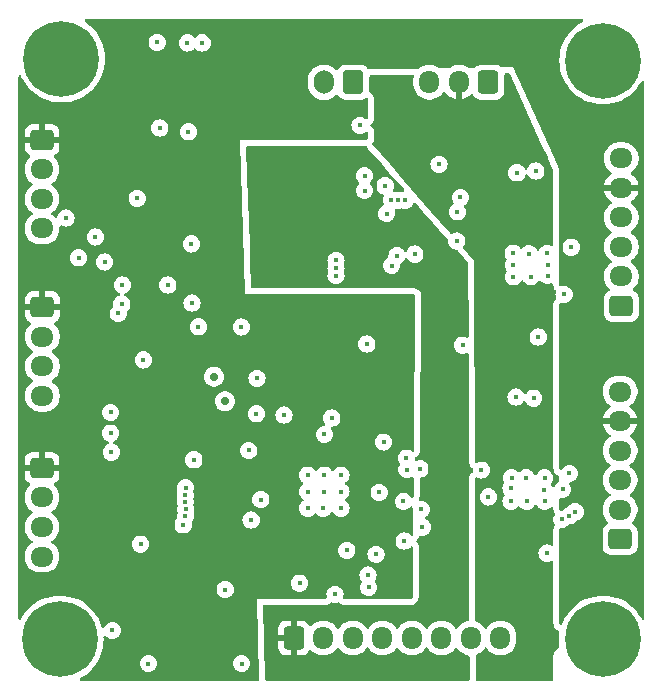
<source format=gbr>
%TF.GenerationSoftware,KiCad,Pcbnew,8.0.5*%
%TF.CreationDate,2024-10-23T11:28:36+02:00*%
%TF.ProjectId,ESE_AL8,4553455f-414c-4382-9e6b-696361645f70,rev?*%
%TF.SameCoordinates,Original*%
%TF.FileFunction,Copper,L3,Inr*%
%TF.FilePolarity,Positive*%
%FSLAX46Y46*%
G04 Gerber Fmt 4.6, Leading zero omitted, Abs format (unit mm)*
G04 Created by KiCad (PCBNEW 8.0.5) date 2024-10-23 11:28:36*
%MOMM*%
%LPD*%
G01*
G04 APERTURE LIST*
G04 Aperture macros list*
%AMRoundRect*
0 Rectangle with rounded corners*
0 $1 Rounding radius*
0 $2 $3 $4 $5 $6 $7 $8 $9 X,Y pos of 4 corners*
0 Add a 4 corners polygon primitive as box body*
4,1,4,$2,$3,$4,$5,$6,$7,$8,$9,$2,$3,0*
0 Add four circle primitives for the rounded corners*
1,1,$1+$1,$2,$3*
1,1,$1+$1,$4,$5*
1,1,$1+$1,$6,$7*
1,1,$1+$1,$8,$9*
0 Add four rect primitives between the rounded corners*
20,1,$1+$1,$2,$3,$4,$5,0*
20,1,$1+$1,$4,$5,$6,$7,0*
20,1,$1+$1,$6,$7,$8,$9,0*
20,1,$1+$1,$8,$9,$2,$3,0*%
G04 Aperture macros list end*
%TA.AperFunction,ComponentPad*%
%ADD10C,0.800000*%
%TD*%
%TA.AperFunction,ComponentPad*%
%ADD11C,6.400000*%
%TD*%
%TA.AperFunction,ComponentPad*%
%ADD12RoundRect,0.250000X0.725000X-0.600000X0.725000X0.600000X-0.725000X0.600000X-0.725000X-0.600000X0*%
%TD*%
%TA.AperFunction,ComponentPad*%
%ADD13O,1.950000X1.700000*%
%TD*%
%TA.AperFunction,ComponentPad*%
%ADD14RoundRect,0.250000X-0.725000X0.600000X-0.725000X-0.600000X0.725000X-0.600000X0.725000X0.600000X0*%
%TD*%
%TA.AperFunction,ComponentPad*%
%ADD15RoundRect,0.250000X0.600000X0.725000X-0.600000X0.725000X-0.600000X-0.725000X0.600000X-0.725000X0*%
%TD*%
%TA.AperFunction,ComponentPad*%
%ADD16O,1.700000X1.950000*%
%TD*%
%TA.AperFunction,ComponentPad*%
%ADD17RoundRect,0.250000X-0.600000X-0.725000X0.600000X-0.725000X0.600000X0.725000X-0.600000X0.725000X0*%
%TD*%
%TA.AperFunction,ComponentPad*%
%ADD18RoundRect,0.250000X0.600000X0.750000X-0.600000X0.750000X-0.600000X-0.750000X0.600000X-0.750000X0*%
%TD*%
%TA.AperFunction,ComponentPad*%
%ADD19O,1.700000X2.000000*%
%TD*%
%TA.AperFunction,ViaPad*%
%ADD20C,0.450000*%
%TD*%
%TA.AperFunction,ViaPad*%
%ADD21C,0.700000*%
%TD*%
G04 APERTURE END LIST*
D10*
%TO.N,GND*%
%TO.C,H4*%
X131600000Y-119000000D03*
X132302944Y-117302944D03*
X132302944Y-120697056D03*
X134000000Y-116600000D03*
D11*
X134000000Y-119000000D03*
D10*
X134000000Y-121400000D03*
X135697056Y-117302944D03*
X135697056Y-120697056D03*
X136400000Y-119000000D03*
%TD*%
%TO.N,GND*%
%TO.C,H3*%
X177600000Y-119000000D03*
X178302944Y-117302944D03*
X178302944Y-120697056D03*
X180000000Y-116600000D03*
D11*
X180000000Y-119000000D03*
D10*
X180000000Y-121400000D03*
X181697056Y-117302944D03*
X181697056Y-120697056D03*
X182400000Y-119000000D03*
%TD*%
D12*
%TO.N,/Actionneur/MOTEUR1-*%
%TO.C,J4*%
X181540000Y-90770000D03*
D13*
%TO.N,GND*%
X181540000Y-88270000D03*
%TO.N,/SENSORS/PHASE_A1*%
X181540000Y-85770000D03*
%TO.N,/SENSORS/PHASE_B1*%
X181540000Y-83270000D03*
%TO.N,+3.3V*%
X181540000Y-80770000D03*
%TO.N,/Actionneur/MOTEUR1+*%
X181540000Y-78270000D03*
%TD*%
D14*
%TO.N,+3.3V*%
%TO.C,J1*%
X132530000Y-90880000D03*
D13*
%TO.N,GND*%
X132530000Y-93380000D03*
%TO.N,/SENSORS/CB_OUT1*%
X132530000Y-95880000D03*
%TO.N,/SENSORS/CB_IN*%
X132530000Y-98380000D03*
%TD*%
D12*
%TO.N,/Actionneur/MOTEUR2-*%
%TO.C,J5*%
X181440000Y-110520000D03*
D13*
%TO.N,GND*%
X181440000Y-108020000D03*
%TO.N,/SENSORS/PHASE_A2*%
X181440000Y-105520000D03*
%TO.N,/SENSORS/PHASE_B2*%
X181440000Y-103020000D03*
%TO.N,+3.3V*%
X181440000Y-100520000D03*
%TO.N,/Actionneur/MOTEUR2+*%
X181440000Y-98020000D03*
%TD*%
D15*
%TO.N,unconnected-(SW2-C-Pad1)*%
%TO.C,SW2*%
X170290000Y-71830000D03*
D16*
%TO.N,+BATT*%
X167790000Y-71830000D03*
%TO.N,+7.2V*%
X165290000Y-71830000D03*
%TD*%
D14*
%TO.N,+3.3V*%
%TO.C,J8*%
X132500000Y-76710000D03*
D13*
%TO.N,GND*%
X132500000Y-79210000D03*
%TO.N,/Actionneur/SCL*%
X132500000Y-81710000D03*
%TO.N,/Actionneur/SDA*%
X132500000Y-84210000D03*
%TD*%
D14*
%TO.N,+3.3V*%
%TO.C,J2*%
X132490000Y-104490000D03*
D13*
%TO.N,GND*%
X132490000Y-106990000D03*
%TO.N,/SENSORS/CB_OUT2*%
X132490000Y-109490000D03*
%TO.N,/SENSORS/CB_IN*%
X132490000Y-111990000D03*
%TD*%
D17*
%TO.N,+5V*%
%TO.C,J3*%
X153810000Y-118890000D03*
D16*
%TO.N,/SENSORS/TX_LIDAR*%
X156310000Y-118890000D03*
%TO.N,/SENSORS/RX_LIDAR*%
X158810000Y-118890000D03*
%TO.N,GND*%
X161310000Y-118890000D03*
%TO.N,/SENSORS/M_SCTR_LIDAR*%
X163810000Y-118890000D03*
%TO.N,/SENSORS/DEV_EN_LIDAR*%
X166310000Y-118890000D03*
%TO.N,/SENSORS/M_EN_LIDAR*%
X168810000Y-118890000D03*
%TO.N,unconnected-(J3-Pin_8-Pad8)*%
X171310000Y-118890000D03*
%TD*%
D10*
%TO.N,GND*%
%TO.C,H2*%
X177600000Y-70000000D03*
X178302944Y-68302944D03*
X178302944Y-71697056D03*
X180000000Y-67600000D03*
D11*
X180000000Y-70000000D03*
D10*
X180000000Y-72400000D03*
X181697056Y-68302944D03*
X181697056Y-71697056D03*
X182400000Y-70000000D03*
%TD*%
D18*
%TO.N,+7.2V*%
%TO.C,J6*%
X158860000Y-71840000D03*
D19*
%TO.N,GND*%
X156360000Y-71840000D03*
%TD*%
D10*
%TO.N,GND*%
%TO.C,H1*%
X131740000Y-69840000D03*
X132442944Y-68142944D03*
X132442944Y-71537056D03*
X134140000Y-67440000D03*
D11*
X134140000Y-69840000D03*
D10*
X134140000Y-72240000D03*
X135837056Y-68142944D03*
X135837056Y-71537056D03*
X136540000Y-69840000D03*
%TD*%
D20*
%TO.N,GND*%
X145190000Y-90530000D03*
D21*
%TO.N,/SENSORS/INT2_ACCELERO*%
X147060000Y-96760000D03*
X147970000Y-98850000D03*
D20*
%TO.N,GND*%
X173480000Y-105320000D03*
X134520000Y-83330000D03*
X149400000Y-121050000D03*
X172620000Y-98475000D03*
X175300000Y-87300000D03*
X155000000Y-106500000D03*
X144640000Y-108580000D03*
X145350000Y-103800000D03*
X135600000Y-86700000D03*
X172200000Y-106220000D03*
X146050000Y-68500000D03*
X155000000Y-107900000D03*
X159800000Y-79750000D03*
X173900000Y-88300000D03*
X167610000Y-85270000D03*
X156370000Y-106540000D03*
X175300000Y-88200000D03*
X156400000Y-105100000D03*
X138370000Y-103150000D03*
X163390000Y-104640000D03*
X173540000Y-107310000D03*
X172390000Y-86310000D03*
X157800000Y-105100000D03*
X138950000Y-91400000D03*
X152980000Y-100010000D03*
X162100000Y-87350000D03*
X154300000Y-114250000D03*
X159800000Y-81000000D03*
X160150000Y-114600000D03*
X161670000Y-82950000D03*
X157300000Y-115190000D03*
X170280000Y-106940000D03*
X160780000Y-111800000D03*
X144630000Y-107340000D03*
X160000000Y-94000000D03*
X172400000Y-88300000D03*
X138450000Y-118250000D03*
X177300000Y-85800000D03*
X144624964Y-106759367D03*
X175050000Y-105330000D03*
X177150000Y-104950000D03*
X177150000Y-108540000D03*
X161550000Y-80600000D03*
X148000000Y-114800000D03*
X144650000Y-106150000D03*
X150650000Y-99900000D03*
X175250000Y-111700000D03*
X139250000Y-90600000D03*
X144660000Y-107960000D03*
X140840000Y-110940000D03*
X142250000Y-68450000D03*
X137800000Y-87050000D03*
X163160000Y-110670000D03*
X174120000Y-98580000D03*
X150200000Y-108900000D03*
X140550000Y-81660000D03*
X138310000Y-101550000D03*
X150700000Y-96900000D03*
X175270000Y-86320000D03*
X161410000Y-102290000D03*
X141080000Y-95340000D03*
X145150000Y-85520000D03*
X138310000Y-99780000D03*
X168100000Y-94100000D03*
X172700000Y-79500000D03*
X176500000Y-108850000D03*
X173730000Y-86360000D03*
X156300000Y-107900000D03*
X139300000Y-89000000D03*
X144450000Y-109300000D03*
X141500000Y-121050000D03*
X176700000Y-89800000D03*
X164700000Y-109500000D03*
X150000000Y-103000000D03*
X175030000Y-106370000D03*
X176570000Y-106300000D03*
X159420000Y-75480000D03*
X144800000Y-68500000D03*
X177630000Y-108200000D03*
X172400000Y-87300000D03*
X166100000Y-78790000D03*
X157800000Y-107900000D03*
X172250000Y-105310000D03*
X160100000Y-113550000D03*
X174300000Y-79350000D03*
X143150000Y-89000000D03*
X175040000Y-107300000D03*
X157800000Y-106500000D03*
X172210000Y-107310000D03*
X164600000Y-108000000D03*
X155000000Y-105100000D03*
X137010000Y-84930000D03*
X174500000Y-93400000D03*
%TO.N,+3.3V*%
X147350000Y-68450000D03*
X160460000Y-112590000D03*
D21*
X142180000Y-114930000D03*
D20*
X135870000Y-83880000D03*
X138970000Y-92260000D03*
X138760000Y-87210000D03*
X154020000Y-75510000D03*
X150750000Y-101700000D03*
X151500000Y-103750000D03*
X162900000Y-96400000D03*
X141150000Y-93250000D03*
X162200000Y-103970000D03*
X161100000Y-96250000D03*
%TO.N,NRST*%
X151020000Y-107180000D03*
X142470000Y-75700000D03*
%TO.N,SWO*%
X157035000Y-100255000D03*
X144890000Y-76030000D03*
%TO.N,/SENSORS/PHASE_A1*%
X163340000Y-103660000D03*
%TO.N,/SENSORS/PHASE_B1*%
X164480000Y-104560000D03*
%TO.N,/SENSORS/PHASE_B2*%
X163100000Y-107310000D03*
%TO.N,/SENSORS/PHASE_A2*%
X156400000Y-101640000D03*
%TO.N,/SENSORS/INT1_ACCELERO*%
X149370000Y-92550000D03*
X145740000Y-92540000D03*
%TO.N,/Actionneur/FWD2*%
X169700000Y-104670000D03*
X161045023Y-106565023D03*
%TO.N,/SENSORS/RX_LIDAR*%
X158300000Y-111470000D03*
%TO.N,+BATT*%
X164940000Y-81800000D03*
X166840000Y-79450000D03*
X173190000Y-91030000D03*
X172890000Y-102390000D03*
X174530000Y-83340000D03*
X174290000Y-102380000D03*
D21*
X166650000Y-75590000D03*
D20*
X173610000Y-102390000D03*
X173110000Y-83350000D03*
X172950000Y-109930000D03*
X173810000Y-83340000D03*
X166820000Y-80650000D03*
X165410000Y-81800000D03*
X166847148Y-80025587D03*
%TO.N,/Alimentation/vcc*%
X167670000Y-82800000D03*
X164064199Y-86383239D03*
%TO.N,/Alimentation/sw*%
X163250000Y-81820000D03*
X157390000Y-88210000D03*
X162620000Y-81820000D03*
X157390000Y-87600000D03*
X162070000Y-81810000D03*
X157390000Y-86920000D03*
%TO.N,+5V*%
X166170000Y-91030000D03*
X155750000Y-80530000D03*
X167020000Y-96170000D03*
D21*
X167680000Y-98240000D03*
D20*
X167880000Y-91150000D03*
X155750000Y-81130000D03*
X165400000Y-92560000D03*
X155760000Y-79720000D03*
%TO.N,/Alimentation/en{slash}sync*%
X162550000Y-86520000D03*
X167920000Y-81580000D03*
%TD*%
%TA.AperFunction,Conductor*%
%TO.N,+3.3V*%
G36*
X178267646Y-66520185D02*
G01*
X178313401Y-66572989D01*
X178323345Y-66642147D01*
X178294320Y-66705703D01*
X178256902Y-66734985D01*
X178147206Y-66790877D01*
X177821917Y-67002122D01*
X177520488Y-67246215D01*
X177520480Y-67246222D01*
X177246222Y-67520480D01*
X177246215Y-67520488D01*
X177002122Y-67821917D01*
X176790877Y-68147206D01*
X176614787Y-68492802D01*
X176475788Y-68854905D01*
X176375397Y-69229570D01*
X176375397Y-69229572D01*
X176314722Y-69612660D01*
X176294422Y-69999999D01*
X176294422Y-70000000D01*
X176314722Y-70387339D01*
X176350056Y-70610427D01*
X176375398Y-70770433D01*
X176382973Y-70798705D01*
X176475788Y-71145094D01*
X176614787Y-71507197D01*
X176790877Y-71852793D01*
X177002122Y-72178082D01*
X177105902Y-72306239D01*
X177246219Y-72479516D01*
X177520484Y-72753781D01*
X177520488Y-72753784D01*
X177821917Y-72997877D01*
X178147206Y-73209122D01*
X178147211Y-73209125D01*
X178492806Y-73385214D01*
X178854913Y-73524214D01*
X179229567Y-73624602D01*
X179612662Y-73685278D01*
X179978576Y-73704455D01*
X179999999Y-73705578D01*
X180000000Y-73705578D01*
X180000001Y-73705578D01*
X180020301Y-73704514D01*
X180387338Y-73685278D01*
X180770433Y-73624602D01*
X181145087Y-73524214D01*
X181507194Y-73385214D01*
X181852789Y-73209125D01*
X182178084Y-72997876D01*
X182479516Y-72753781D01*
X182753781Y-72479516D01*
X182997876Y-72178084D01*
X183209125Y-71852789D01*
X183265015Y-71743097D01*
X183312989Y-71692302D01*
X183380810Y-71675507D01*
X183446945Y-71698044D01*
X183490397Y-71752759D01*
X183499500Y-71799393D01*
X183499500Y-117200606D01*
X183479815Y-117267645D01*
X183427011Y-117313400D01*
X183357853Y-117323344D01*
X183294297Y-117294319D01*
X183265015Y-117256901D01*
X183209122Y-117147206D01*
X182997877Y-116821917D01*
X182753784Y-116520488D01*
X182753781Y-116520484D01*
X182479516Y-116246219D01*
X182178084Y-116002124D01*
X182178082Y-116002122D01*
X181852793Y-115790877D01*
X181507197Y-115614787D01*
X181145094Y-115475788D01*
X181145087Y-115475786D01*
X180770433Y-115375398D01*
X180770429Y-115375397D01*
X180770428Y-115375397D01*
X180387339Y-115314722D01*
X180000001Y-115294422D01*
X179999999Y-115294422D01*
X179612660Y-115314722D01*
X179229572Y-115375397D01*
X179229570Y-115375397D01*
X178854905Y-115475788D01*
X178492802Y-115614787D01*
X178147206Y-115790877D01*
X177821917Y-116002122D01*
X177520488Y-116246215D01*
X177520480Y-116246222D01*
X177246222Y-116520480D01*
X177246215Y-116520488D01*
X177002122Y-116821917D01*
X176790877Y-117147206D01*
X176614787Y-117492802D01*
X176539764Y-117688245D01*
X176497362Y-117743777D01*
X176431668Y-117767570D01*
X176363540Y-117752068D01*
X176314607Y-117702195D01*
X176300000Y-117643807D01*
X176300000Y-109696312D01*
X176319685Y-109629273D01*
X176372489Y-109583518D01*
X176437883Y-109573092D01*
X176466442Y-109576310D01*
X176499998Y-109580091D01*
X176500000Y-109580091D01*
X176500004Y-109580091D01*
X176662455Y-109561787D01*
X176662456Y-109561786D01*
X176662461Y-109561786D01*
X176816775Y-109507789D01*
X176955204Y-109420808D01*
X177069643Y-109306369D01*
X177130966Y-109272884D01*
X177143441Y-109270830D01*
X177312455Y-109251787D01*
X177312456Y-109251786D01*
X177312461Y-109251786D01*
X177466775Y-109197789D01*
X177605204Y-109110808D01*
X177720808Y-108995204D01*
X177744715Y-108957154D01*
X177797048Y-108910864D01*
X177808747Y-108906087D01*
X177946775Y-108857789D01*
X178085204Y-108770808D01*
X178200808Y-108655204D01*
X178287789Y-108516775D01*
X178341786Y-108362461D01*
X178344281Y-108340318D01*
X178360091Y-108200003D01*
X178360091Y-108199996D01*
X178341787Y-108037544D01*
X178341786Y-108037542D01*
X178341786Y-108037539D01*
X178287789Y-107883225D01*
X178200808Y-107744796D01*
X178085204Y-107629192D01*
X177979671Y-107562881D01*
X177946774Y-107542210D01*
X177792455Y-107488212D01*
X177630004Y-107469909D01*
X177629996Y-107469909D01*
X177467544Y-107488212D01*
X177313225Y-107542210D01*
X177174795Y-107629192D01*
X177059194Y-107744793D01*
X177059188Y-107744800D01*
X177035281Y-107782848D01*
X176982946Y-107829138D01*
X176971245Y-107833915D01*
X176952659Y-107840419D01*
X176833224Y-107882211D01*
X176694797Y-107969191D01*
X176580356Y-108083631D01*
X176519032Y-108117115D01*
X176506559Y-108119169D01*
X176437884Y-108126907D01*
X176369062Y-108114853D01*
X176317682Y-108067504D01*
X176300000Y-108003687D01*
X176300000Y-107138425D01*
X176319685Y-107071386D01*
X176372489Y-107025631D01*
X176437883Y-107015205D01*
X176444274Y-107015925D01*
X176569997Y-107030091D01*
X176570000Y-107030091D01*
X176570004Y-107030091D01*
X176732455Y-107011787D01*
X176732456Y-107011786D01*
X176732461Y-107011786D01*
X176886775Y-106957789D01*
X177025204Y-106870808D01*
X177140808Y-106755204D01*
X177227789Y-106616775D01*
X177281786Y-106462461D01*
X177282079Y-106459864D01*
X177300091Y-106300003D01*
X177300091Y-106299996D01*
X177281787Y-106137544D01*
X177281786Y-106137542D01*
X177281786Y-106137539D01*
X177227789Y-105983225D01*
X177224373Y-105977789D01*
X177189789Y-105922749D01*
X177149760Y-105859044D01*
X177130760Y-105791808D01*
X177151127Y-105724973D01*
X177204395Y-105679758D01*
X177240864Y-105669852D01*
X177312461Y-105661786D01*
X177466775Y-105607789D01*
X177605204Y-105520808D01*
X177720808Y-105405204D01*
X177807789Y-105266775D01*
X177861786Y-105112461D01*
X177863190Y-105100000D01*
X177880091Y-104950003D01*
X177880091Y-104949996D01*
X177861787Y-104787544D01*
X177861786Y-104787542D01*
X177861786Y-104787539D01*
X177807789Y-104633225D01*
X177720808Y-104494796D01*
X177605204Y-104379192D01*
X177590430Y-104369909D01*
X177466774Y-104292210D01*
X177332929Y-104245376D01*
X177312461Y-104238214D01*
X177312460Y-104238213D01*
X177312455Y-104238212D01*
X177150004Y-104219909D01*
X177149996Y-104219909D01*
X176987544Y-104238212D01*
X176833225Y-104292210D01*
X176694795Y-104379192D01*
X176579190Y-104494797D01*
X176528993Y-104574686D01*
X176476659Y-104620976D01*
X176407605Y-104631624D01*
X176343757Y-104603249D01*
X176305385Y-104544859D01*
X176300000Y-104508713D01*
X176300000Y-97913713D01*
X179964500Y-97913713D01*
X179964500Y-98126286D01*
X179993999Y-98312539D01*
X179997754Y-98336243D01*
X180051667Y-98502170D01*
X180063444Y-98538414D01*
X180159951Y-98727820D01*
X180284890Y-98899786D01*
X180435209Y-99050105D01*
X180435214Y-99050109D01*
X180600218Y-99169991D01*
X180642884Y-99225320D01*
X180648863Y-99294934D01*
X180616258Y-99356729D01*
X180600218Y-99370627D01*
X180435540Y-99490272D01*
X180435535Y-99490276D01*
X180285276Y-99640535D01*
X180285272Y-99640540D01*
X180160379Y-99812442D01*
X180063904Y-100001782D01*
X179998242Y-100203870D01*
X179998242Y-100203873D01*
X179987769Y-100270000D01*
X181035854Y-100270000D01*
X180997370Y-100336657D01*
X180965000Y-100457465D01*
X180965000Y-100582535D01*
X180997370Y-100703343D01*
X181035854Y-100770000D01*
X179987769Y-100770000D01*
X179998242Y-100836126D01*
X179998242Y-100836129D01*
X180063904Y-101038217D01*
X180160379Y-101227557D01*
X180285272Y-101399459D01*
X180285276Y-101399464D01*
X180435535Y-101549723D01*
X180435540Y-101549727D01*
X180600218Y-101669372D01*
X180642884Y-101724701D01*
X180648863Y-101794315D01*
X180616258Y-101856110D01*
X180600218Y-101870008D01*
X180435214Y-101989890D01*
X180435209Y-101989894D01*
X180284890Y-102140213D01*
X180159951Y-102312179D01*
X180063444Y-102501585D01*
X180063443Y-102501587D01*
X180063443Y-102501588D01*
X180049404Y-102544795D01*
X179997753Y-102703760D01*
X179972879Y-102860808D01*
X179964500Y-102913713D01*
X179964500Y-103126287D01*
X179974534Y-103189644D01*
X179994670Y-103316775D01*
X179997754Y-103336243D01*
X180050162Y-103497539D01*
X180063444Y-103538414D01*
X180159951Y-103727820D01*
X180284890Y-103899786D01*
X180435209Y-104050105D01*
X180435214Y-104050109D01*
X180599793Y-104169682D01*
X180642459Y-104225011D01*
X180648438Y-104294625D01*
X180615833Y-104356420D01*
X180599793Y-104370318D01*
X180435214Y-104489890D01*
X180435209Y-104489894D01*
X180284890Y-104640213D01*
X180159951Y-104812179D01*
X180063444Y-105001585D01*
X179997753Y-105203760D01*
X179965848Y-105405204D01*
X179964500Y-105413713D01*
X179964500Y-105626287D01*
X179971552Y-105670809D01*
X179996727Y-105829763D01*
X179997754Y-105836243D01*
X180049082Y-105994215D01*
X180063444Y-106038414D01*
X180159951Y-106227820D01*
X180284890Y-106399786D01*
X180435209Y-106550105D01*
X180435214Y-106550109D01*
X180599793Y-106669682D01*
X180642459Y-106725011D01*
X180648438Y-106794625D01*
X180615833Y-106856420D01*
X180599793Y-106870318D01*
X180435214Y-106989890D01*
X180435209Y-106989894D01*
X180284890Y-107140213D01*
X180159951Y-107312179D01*
X180063444Y-107501585D01*
X179997753Y-107703760D01*
X179969489Y-107882211D01*
X179964500Y-107913713D01*
X179964500Y-108126287D01*
X179971409Y-108169909D01*
X179997587Y-108335192D01*
X179997754Y-108336243D01*
X180056412Y-108516774D01*
X180063444Y-108538414D01*
X180159951Y-108727820D01*
X180284890Y-108899786D01*
X180423705Y-109038601D01*
X180457190Y-109099924D01*
X180452206Y-109169616D01*
X180410334Y-109225549D01*
X180401121Y-109231821D01*
X180246342Y-109327289D01*
X180122289Y-109451342D01*
X180030187Y-109600663D01*
X180030185Y-109600668D01*
X180009709Y-109662461D01*
X179975001Y-109767203D01*
X179975001Y-109767204D01*
X179975000Y-109767204D01*
X179964500Y-109869983D01*
X179964500Y-111170001D01*
X179964501Y-111170018D01*
X179975000Y-111272796D01*
X179975001Y-111272799D01*
X179998859Y-111344796D01*
X180030186Y-111439334D01*
X180122288Y-111588656D01*
X180246344Y-111712712D01*
X180395666Y-111804814D01*
X180562203Y-111859999D01*
X180664991Y-111870500D01*
X182215008Y-111870499D01*
X182317797Y-111859999D01*
X182484334Y-111804814D01*
X182633656Y-111712712D01*
X182757712Y-111588656D01*
X182849814Y-111439334D01*
X182904999Y-111272797D01*
X182915500Y-111170009D01*
X182915499Y-109869992D01*
X182904999Y-109767203D01*
X182849814Y-109600666D01*
X182757712Y-109451344D01*
X182633656Y-109327288D01*
X182484334Y-109235186D01*
X182484333Y-109235185D01*
X182478878Y-109231821D01*
X182432154Y-109179873D01*
X182420931Y-109110910D01*
X182448775Y-109046828D01*
X182456272Y-109038623D01*
X182595104Y-108899792D01*
X182720051Y-108727816D01*
X182816557Y-108538412D01*
X182882246Y-108336243D01*
X182915500Y-108126287D01*
X182915500Y-107913713D01*
X182882246Y-107703757D01*
X182816557Y-107501588D01*
X182720051Y-107312184D01*
X182720049Y-107312181D01*
X182720048Y-107312179D01*
X182595109Y-107140213D01*
X182444792Y-106989896D01*
X182397038Y-106955201D01*
X182280204Y-106870316D01*
X182237540Y-106814989D01*
X182231561Y-106745376D01*
X182264166Y-106683580D01*
X182280199Y-106669686D01*
X182444792Y-106550104D01*
X182595104Y-106399792D01*
X182595106Y-106399788D01*
X182595109Y-106399786D01*
X182720048Y-106227820D01*
X182720047Y-106227820D01*
X182720051Y-106227816D01*
X182816557Y-106038412D01*
X182882246Y-105836243D01*
X182915500Y-105626287D01*
X182915500Y-105413713D01*
X182882246Y-105203757D01*
X182816557Y-105001588D01*
X182720051Y-104812184D01*
X182720049Y-104812181D01*
X182720048Y-104812179D01*
X182595109Y-104640213D01*
X182444792Y-104489896D01*
X182400600Y-104457789D01*
X182280204Y-104370316D01*
X182237540Y-104314989D01*
X182231561Y-104245376D01*
X182264166Y-104183580D01*
X182280199Y-104169686D01*
X182444792Y-104050104D01*
X182595104Y-103899792D01*
X182595106Y-103899788D01*
X182595109Y-103899786D01*
X182720048Y-103727820D01*
X182720047Y-103727820D01*
X182720051Y-103727816D01*
X182816557Y-103538412D01*
X182882246Y-103336243D01*
X182915500Y-103126287D01*
X182915500Y-102913713D01*
X182882246Y-102703757D01*
X182816557Y-102501588D01*
X182720051Y-102312184D01*
X182720049Y-102312181D01*
X182720048Y-102312179D01*
X182595109Y-102140213D01*
X182444790Y-101989894D01*
X182444785Y-101989890D01*
X182279781Y-101870008D01*
X182237115Y-101814678D01*
X182231136Y-101745065D01*
X182263741Y-101683270D01*
X182279781Y-101669371D01*
X182444466Y-101549721D01*
X182594723Y-101399464D01*
X182594727Y-101399459D01*
X182719620Y-101227557D01*
X182816095Y-101038217D01*
X182881757Y-100836129D01*
X182881757Y-100836126D01*
X182892231Y-100770000D01*
X181844146Y-100770000D01*
X181882630Y-100703343D01*
X181915000Y-100582535D01*
X181915000Y-100457465D01*
X181882630Y-100336657D01*
X181844146Y-100270000D01*
X182892231Y-100270000D01*
X182881757Y-100203873D01*
X182881757Y-100203870D01*
X182816095Y-100001782D01*
X182719620Y-99812442D01*
X182594727Y-99640540D01*
X182594723Y-99640535D01*
X182444464Y-99490276D01*
X182444459Y-99490272D01*
X182279781Y-99370627D01*
X182237115Y-99315297D01*
X182231136Y-99245684D01*
X182263741Y-99183889D01*
X182279776Y-99169994D01*
X182444792Y-99050104D01*
X182595104Y-98899792D01*
X182595106Y-98899788D01*
X182595109Y-98899786D01*
X182720048Y-98727820D01*
X182720047Y-98727820D01*
X182720051Y-98727816D01*
X182816557Y-98538412D01*
X182882246Y-98336243D01*
X182915500Y-98126287D01*
X182915500Y-97913713D01*
X182882246Y-97703757D01*
X182816557Y-97501588D01*
X182720051Y-97312184D01*
X182720049Y-97312181D01*
X182720048Y-97312179D01*
X182595109Y-97140213D01*
X182444786Y-96989890D01*
X182272820Y-96864951D01*
X182083414Y-96768444D01*
X182083413Y-96768443D01*
X182083412Y-96768443D01*
X181881243Y-96702754D01*
X181881241Y-96702753D01*
X181881240Y-96702753D01*
X181719957Y-96677208D01*
X181671287Y-96669500D01*
X181208713Y-96669500D01*
X181160042Y-96677208D01*
X180998760Y-96702753D01*
X180796585Y-96768444D01*
X180607179Y-96864951D01*
X180435213Y-96989890D01*
X180284890Y-97140213D01*
X180159951Y-97312179D01*
X180063444Y-97501585D01*
X179997753Y-97703760D01*
X179964500Y-97913713D01*
X176300000Y-97913713D01*
X176300000Y-90603429D01*
X176319685Y-90536390D01*
X176372489Y-90490635D01*
X176441647Y-90480691D01*
X176464950Y-90486386D01*
X176537539Y-90511786D01*
X176537542Y-90511786D01*
X176537544Y-90511787D01*
X176699996Y-90530091D01*
X176700000Y-90530091D01*
X176700004Y-90530091D01*
X176862455Y-90511787D01*
X176862456Y-90511786D01*
X176862461Y-90511786D01*
X177016775Y-90457789D01*
X177155204Y-90370808D01*
X177270808Y-90255204D01*
X177357789Y-90116775D01*
X177411786Y-89962461D01*
X177411965Y-89960875D01*
X177430091Y-89800003D01*
X177430091Y-89799996D01*
X177411787Y-89637544D01*
X177411786Y-89637542D01*
X177411786Y-89637539D01*
X177357789Y-89483225D01*
X177270808Y-89344796D01*
X177155204Y-89229192D01*
X177048993Y-89162455D01*
X177016774Y-89142210D01*
X176862455Y-89088212D01*
X176700004Y-89069909D01*
X176699996Y-89069909D01*
X176537544Y-89088212D01*
X176505553Y-89099406D01*
X176464952Y-89113613D01*
X176395175Y-89117174D01*
X176334548Y-89082445D01*
X176302321Y-89020452D01*
X176300000Y-88996571D01*
X176300000Y-85799996D01*
X176569909Y-85799996D01*
X176569909Y-85800003D01*
X176588212Y-85962455D01*
X176642210Y-86116774D01*
X176696531Y-86203225D01*
X176729192Y-86255204D01*
X176844796Y-86370808D01*
X176983225Y-86457789D01*
X177137539Y-86511786D01*
X177137542Y-86511786D01*
X177137544Y-86511787D01*
X177299996Y-86530091D01*
X177300000Y-86530091D01*
X177300004Y-86530091D01*
X177462455Y-86511787D01*
X177462456Y-86511786D01*
X177462461Y-86511786D01*
X177616775Y-86457789D01*
X177755204Y-86370808D01*
X177870808Y-86255204D01*
X177957789Y-86116775D01*
X178011786Y-85962461D01*
X178015693Y-85927789D01*
X178030091Y-85800003D01*
X178030091Y-85799996D01*
X178011787Y-85637544D01*
X178011786Y-85637542D01*
X178011786Y-85637539D01*
X177957789Y-85483225D01*
X177870808Y-85344796D01*
X177755204Y-85229192D01*
X177713878Y-85203225D01*
X177616774Y-85142210D01*
X177474581Y-85092455D01*
X177462461Y-85088214D01*
X177462460Y-85088213D01*
X177462455Y-85088212D01*
X177300004Y-85069909D01*
X177299996Y-85069909D01*
X177137544Y-85088212D01*
X176983225Y-85142210D01*
X176844795Y-85229192D01*
X176729192Y-85344795D01*
X176642210Y-85483225D01*
X176588212Y-85637544D01*
X176569909Y-85799996D01*
X176300000Y-85799996D01*
X176300000Y-79199999D01*
X176299999Y-79199997D01*
X175833971Y-78163713D01*
X180064500Y-78163713D01*
X180064500Y-78376286D01*
X180079853Y-78473225D01*
X180097754Y-78586243D01*
X180160447Y-78779192D01*
X180163444Y-78788414D01*
X180259951Y-78977820D01*
X180384890Y-79149786D01*
X180535209Y-79300105D01*
X180535214Y-79300109D01*
X180700218Y-79419991D01*
X180742884Y-79475320D01*
X180748863Y-79544934D01*
X180716258Y-79606729D01*
X180700218Y-79620627D01*
X180535540Y-79740272D01*
X180535535Y-79740276D01*
X180385276Y-79890535D01*
X180385272Y-79890540D01*
X180260379Y-80062442D01*
X180163904Y-80251782D01*
X180098242Y-80453870D01*
X180098242Y-80453873D01*
X180087769Y-80520000D01*
X181135854Y-80520000D01*
X181097370Y-80586657D01*
X181065000Y-80707465D01*
X181065000Y-80832535D01*
X181097370Y-80953343D01*
X181135854Y-81020000D01*
X180087769Y-81020000D01*
X180098242Y-81086126D01*
X180098242Y-81086129D01*
X180163904Y-81288217D01*
X180260379Y-81477557D01*
X180385272Y-81649459D01*
X180385276Y-81649464D01*
X180535535Y-81799723D01*
X180535540Y-81799727D01*
X180700218Y-81919372D01*
X180742884Y-81974701D01*
X180748863Y-82044315D01*
X180716258Y-82106110D01*
X180700218Y-82120008D01*
X180535214Y-82239890D01*
X180535209Y-82239894D01*
X180384890Y-82390213D01*
X180259951Y-82562179D01*
X180163444Y-82751585D01*
X180097753Y-82953760D01*
X180071934Y-83116775D01*
X180064500Y-83163713D01*
X180064500Y-83376287D01*
X180097754Y-83586243D01*
X180128247Y-83680091D01*
X180163444Y-83788414D01*
X180259951Y-83977820D01*
X180384890Y-84149786D01*
X180535209Y-84300105D01*
X180535214Y-84300109D01*
X180699793Y-84419682D01*
X180742459Y-84475011D01*
X180748438Y-84544625D01*
X180715833Y-84606420D01*
X180699793Y-84620318D01*
X180535214Y-84739890D01*
X180535209Y-84739894D01*
X180384890Y-84890213D01*
X180259951Y-85062179D01*
X180163444Y-85251585D01*
X180097753Y-85453760D01*
X180086114Y-85527246D01*
X180064500Y-85663713D01*
X180064500Y-85876287D01*
X180072657Y-85927789D01*
X180090940Y-86043225D01*
X180097754Y-86086243D01*
X180149271Y-86244796D01*
X180163444Y-86288414D01*
X180259951Y-86477820D01*
X180384890Y-86649786D01*
X180535209Y-86800105D01*
X180535214Y-86800109D01*
X180699793Y-86919682D01*
X180742459Y-86975011D01*
X180748438Y-87044625D01*
X180715833Y-87106420D01*
X180699793Y-87120318D01*
X180535214Y-87239890D01*
X180535209Y-87239894D01*
X180384890Y-87390213D01*
X180259951Y-87562179D01*
X180163444Y-87751585D01*
X180097753Y-87953760D01*
X180068646Y-88137539D01*
X180064500Y-88163713D01*
X180064500Y-88376287D01*
X180097754Y-88586243D01*
X180160972Y-88780808D01*
X180163444Y-88788414D01*
X180259951Y-88977820D01*
X180384890Y-89149786D01*
X180523705Y-89288601D01*
X180557190Y-89349924D01*
X180552206Y-89419616D01*
X180510334Y-89475549D01*
X180501121Y-89481821D01*
X180346342Y-89577289D01*
X180222289Y-89701342D01*
X180130187Y-89850663D01*
X180130185Y-89850668D01*
X180122974Y-89872431D01*
X180075001Y-90017203D01*
X180075001Y-90017204D01*
X180075000Y-90017204D01*
X180064500Y-90119983D01*
X180064500Y-91420001D01*
X180064501Y-91420018D01*
X180075000Y-91522796D01*
X180075001Y-91522799D01*
X180077383Y-91529986D01*
X180130186Y-91689334D01*
X180222288Y-91838656D01*
X180346344Y-91962712D01*
X180495666Y-92054814D01*
X180662203Y-92109999D01*
X180764991Y-92120500D01*
X182315008Y-92120499D01*
X182417797Y-92109999D01*
X182584334Y-92054814D01*
X182733656Y-91962712D01*
X182857712Y-91838656D01*
X182949814Y-91689334D01*
X183004999Y-91522797D01*
X183015500Y-91420009D01*
X183015499Y-90119992D01*
X183015170Y-90116775D01*
X183004999Y-90017203D01*
X183004998Y-90017200D01*
X182986335Y-89960880D01*
X182949814Y-89850666D01*
X182857712Y-89701344D01*
X182733656Y-89577288D01*
X182584334Y-89485186D01*
X182584333Y-89485185D01*
X182578878Y-89481821D01*
X182532154Y-89429873D01*
X182520931Y-89360910D01*
X182548775Y-89296828D01*
X182556272Y-89288623D01*
X182695104Y-89149792D01*
X182721390Y-89113613D01*
X182789074Y-89020452D01*
X182820051Y-88977816D01*
X182916557Y-88788412D01*
X182982246Y-88586243D01*
X183015500Y-88376287D01*
X183015500Y-88163713D01*
X182982246Y-87953757D01*
X182916557Y-87751588D01*
X182820051Y-87562184D01*
X182820049Y-87562181D01*
X182820048Y-87562179D01*
X182695109Y-87390213D01*
X182544792Y-87239896D01*
X182540496Y-87236775D01*
X182380204Y-87120316D01*
X182337540Y-87064989D01*
X182331561Y-86995376D01*
X182364166Y-86933580D01*
X182380199Y-86919686D01*
X182544792Y-86800104D01*
X182695104Y-86649792D01*
X182695106Y-86649788D01*
X182695109Y-86649786D01*
X182820048Y-86477820D01*
X182820047Y-86477820D01*
X182820051Y-86477816D01*
X182916557Y-86288412D01*
X182982246Y-86086243D01*
X183015500Y-85876287D01*
X183015500Y-85663713D01*
X182982246Y-85453757D01*
X182916557Y-85251588D01*
X182820051Y-85062184D01*
X182820049Y-85062181D01*
X182820048Y-85062179D01*
X182695109Y-84890213D01*
X182544792Y-84739896D01*
X182528988Y-84728414D01*
X182380204Y-84620316D01*
X182337540Y-84564989D01*
X182331561Y-84495376D01*
X182364166Y-84433580D01*
X182380199Y-84419686D01*
X182544792Y-84300104D01*
X182695104Y-84149792D01*
X182695106Y-84149788D01*
X182695109Y-84149786D01*
X182820048Y-83977820D01*
X182820047Y-83977820D01*
X182820051Y-83977816D01*
X182916557Y-83788412D01*
X182982246Y-83586243D01*
X183015500Y-83376287D01*
X183015500Y-83163713D01*
X182982246Y-82953757D01*
X182916557Y-82751588D01*
X182820051Y-82562184D01*
X182820049Y-82562181D01*
X182820048Y-82562179D01*
X182695109Y-82390213D01*
X182544790Y-82239894D01*
X182544785Y-82239890D01*
X182379781Y-82120008D01*
X182337115Y-82064678D01*
X182331136Y-81995065D01*
X182363741Y-81933270D01*
X182379781Y-81919371D01*
X182544466Y-81799721D01*
X182694723Y-81649464D01*
X182694727Y-81649459D01*
X182819620Y-81477557D01*
X182916095Y-81288217D01*
X182981757Y-81086129D01*
X182981757Y-81086126D01*
X182992231Y-81020000D01*
X181944146Y-81020000D01*
X181982630Y-80953343D01*
X182015000Y-80832535D01*
X182015000Y-80707465D01*
X181982630Y-80586657D01*
X181944146Y-80520000D01*
X182992231Y-80520000D01*
X182981757Y-80453873D01*
X182981757Y-80453870D01*
X182916095Y-80251782D01*
X182819620Y-80062442D01*
X182694727Y-79890540D01*
X182694723Y-79890535D01*
X182544464Y-79740276D01*
X182544459Y-79740272D01*
X182379781Y-79620627D01*
X182337115Y-79565297D01*
X182331136Y-79495684D01*
X182363741Y-79433889D01*
X182379776Y-79419994D01*
X182544792Y-79300104D01*
X182695104Y-79149792D01*
X182695106Y-79149788D01*
X182695109Y-79149786D01*
X182820048Y-78977820D01*
X182820047Y-78977820D01*
X182820051Y-78977816D01*
X182916557Y-78788412D01*
X182982246Y-78586243D01*
X183015500Y-78376287D01*
X183015500Y-78163713D01*
X182982246Y-77953757D01*
X182916557Y-77751588D01*
X182820051Y-77562184D01*
X182820049Y-77562181D01*
X182820048Y-77562179D01*
X182695109Y-77390213D01*
X182544786Y-77239890D01*
X182372820Y-77114951D01*
X182183414Y-77018444D01*
X182183413Y-77018443D01*
X182183412Y-77018443D01*
X181981243Y-76952754D01*
X181981241Y-76952753D01*
X181981240Y-76952753D01*
X181819957Y-76927208D01*
X181771287Y-76919500D01*
X181308713Y-76919500D01*
X181260042Y-76927208D01*
X181098760Y-76952753D01*
X180896585Y-77018444D01*
X180707179Y-77114951D01*
X180535213Y-77239890D01*
X180384890Y-77390213D01*
X180259951Y-77562179D01*
X180163444Y-77751585D01*
X180097753Y-77953760D01*
X180064500Y-78163713D01*
X175833971Y-78163713D01*
X172410000Y-70550000D01*
X171464083Y-70564446D01*
X171396751Y-70545787D01*
X171374509Y-70528141D01*
X171358657Y-70512289D01*
X171358656Y-70512288D01*
X171238935Y-70438444D01*
X171209336Y-70420187D01*
X171209331Y-70420185D01*
X171164064Y-70405185D01*
X171042797Y-70365001D01*
X171042795Y-70365000D01*
X170940010Y-70354500D01*
X169639998Y-70354500D01*
X169639981Y-70354501D01*
X169537203Y-70365000D01*
X169537200Y-70365001D01*
X169370668Y-70420185D01*
X169370663Y-70420187D01*
X169278857Y-70476813D01*
X169221344Y-70512288D01*
X169221342Y-70512289D01*
X169221340Y-70512291D01*
X169169124Y-70564506D01*
X169107800Y-70597990D01*
X169083338Y-70600809D01*
X168619768Y-70607889D01*
X168552435Y-70589230D01*
X168544989Y-70584222D01*
X168497815Y-70549948D01*
X168308414Y-70453444D01*
X168308413Y-70453443D01*
X168308412Y-70453443D01*
X168106243Y-70387754D01*
X168106241Y-70387753D01*
X168106240Y-70387753D01*
X167944957Y-70362208D01*
X167896287Y-70354500D01*
X167683713Y-70354500D01*
X167635042Y-70362208D01*
X167473760Y-70387753D01*
X167271585Y-70453444D01*
X167082181Y-70549950D01*
X166999454Y-70610054D01*
X166933647Y-70633533D01*
X166928464Y-70633721D01*
X166171242Y-70645286D01*
X166103909Y-70626627D01*
X166096464Y-70621619D01*
X165997816Y-70549949D01*
X165997814Y-70549948D01*
X165808414Y-70453444D01*
X165808413Y-70453443D01*
X165808412Y-70453443D01*
X165606243Y-70387754D01*
X165606241Y-70387753D01*
X165606240Y-70387753D01*
X165444957Y-70362208D01*
X165396287Y-70354500D01*
X165183713Y-70354500D01*
X165135042Y-70362208D01*
X164973760Y-70387753D01*
X164771585Y-70453444D01*
X164582185Y-70549948D01*
X164582183Y-70549949D01*
X164445768Y-70649058D01*
X164379961Y-70672537D01*
X164374778Y-70672725D01*
X160194891Y-70736567D01*
X160127558Y-70717908D01*
X160087458Y-70677677D01*
X160052713Y-70621345D01*
X159928657Y-70497289D01*
X159928656Y-70497288D01*
X159803653Y-70420186D01*
X159779336Y-70405187D01*
X159779331Y-70405185D01*
X159777862Y-70404698D01*
X159612797Y-70350001D01*
X159612795Y-70350000D01*
X159510010Y-70339500D01*
X158209998Y-70339500D01*
X158209981Y-70339501D01*
X158107203Y-70350000D01*
X158107200Y-70350001D01*
X157940668Y-70405185D01*
X157940663Y-70405187D01*
X157791342Y-70497289D01*
X157667289Y-70621342D01*
X157571821Y-70776121D01*
X157519873Y-70822845D01*
X157450910Y-70834068D01*
X157386828Y-70806224D01*
X157378601Y-70798705D01*
X157239786Y-70659890D01*
X157067820Y-70534951D01*
X156878414Y-70438444D01*
X156878413Y-70438443D01*
X156878412Y-70438443D01*
X156676243Y-70372754D01*
X156676241Y-70372753D01*
X156676240Y-70372753D01*
X156514957Y-70347208D01*
X156466287Y-70339500D01*
X156253713Y-70339500D01*
X156205042Y-70347208D01*
X156043760Y-70372753D01*
X155841585Y-70438444D01*
X155652179Y-70534951D01*
X155480213Y-70659890D01*
X155329890Y-70810213D01*
X155204951Y-70982179D01*
X155108444Y-71171585D01*
X155042753Y-71373760D01*
X155009500Y-71583713D01*
X155009500Y-72096286D01*
X155037210Y-72271243D01*
X155042754Y-72306243D01*
X155099052Y-72479511D01*
X155108444Y-72508414D01*
X155204951Y-72697820D01*
X155329890Y-72869786D01*
X155480213Y-73020109D01*
X155652179Y-73145048D01*
X155652181Y-73145049D01*
X155652184Y-73145051D01*
X155841588Y-73241557D01*
X156043757Y-73307246D01*
X156253713Y-73340500D01*
X156253714Y-73340500D01*
X156466286Y-73340500D01*
X156466287Y-73340500D01*
X156676243Y-73307246D01*
X156878412Y-73241557D01*
X157067816Y-73145051D01*
X157239792Y-73020104D01*
X157378604Y-72881291D01*
X157439923Y-72847809D01*
X157509615Y-72852793D01*
X157565549Y-72894664D01*
X157571821Y-72903878D01*
X157575185Y-72909333D01*
X157575186Y-72909334D01*
X157667288Y-73058656D01*
X157791344Y-73182712D01*
X157940666Y-73274814D01*
X158107203Y-73329999D01*
X158209991Y-73340500D01*
X159510008Y-73340499D01*
X159612797Y-73329999D01*
X159779334Y-73274814D01*
X159928656Y-73182712D01*
X159928657Y-73182710D01*
X159934803Y-73178920D01*
X159936193Y-73181173D01*
X159989551Y-73159627D01*
X160058197Y-73172645D01*
X160108908Y-73220710D01*
X160125706Y-73283238D01*
X160123068Y-74857902D01*
X160103271Y-74924908D01*
X160050390Y-74970575D01*
X159981215Y-74980402D01*
X159917708Y-74951271D01*
X159911387Y-74945375D01*
X159875204Y-74909192D01*
X159736774Y-74822210D01*
X159582455Y-74768212D01*
X159420004Y-74749909D01*
X159419996Y-74749909D01*
X159257544Y-74768212D01*
X159103225Y-74822210D01*
X158964795Y-74909192D01*
X158849192Y-75024795D01*
X158762210Y-75163225D01*
X158708212Y-75317544D01*
X158689909Y-75479996D01*
X158689909Y-75480003D01*
X158708212Y-75642455D01*
X158762210Y-75796774D01*
X158803484Y-75862461D01*
X158849192Y-75935204D01*
X158964796Y-76050808D01*
X159103225Y-76137789D01*
X159257539Y-76191786D01*
X159257542Y-76191786D01*
X159257544Y-76191787D01*
X159419996Y-76210091D01*
X159420000Y-76210091D01*
X159420004Y-76210091D01*
X159582455Y-76191787D01*
X159582456Y-76191786D01*
X159582461Y-76191786D01*
X159736775Y-76137789D01*
X159875204Y-76050808D01*
X159909300Y-76016711D01*
X159970620Y-75983227D01*
X160040312Y-75988211D01*
X160096246Y-76030081D01*
X160120664Y-76095545D01*
X160120980Y-76104601D01*
X160120206Y-76566888D01*
X160100409Y-76633894D01*
X160047529Y-76679560D01*
X159996889Y-76690678D01*
X149230000Y-76749999D01*
X149229999Y-76750000D01*
X149719999Y-89769999D01*
X149720000Y-89770000D01*
X157919604Y-89770000D01*
X157920206Y-89770001D01*
X163975546Y-89799395D01*
X164042487Y-89819405D01*
X164087985Y-89872431D01*
X164098937Y-89924453D01*
X163987424Y-102986673D01*
X163967168Y-103053542D01*
X163913976Y-103098844D01*
X163844735Y-103108197D01*
X163797457Y-103090607D01*
X163656778Y-103002211D01*
X163502455Y-102948212D01*
X163340004Y-102929909D01*
X163339996Y-102929909D01*
X163177544Y-102948212D01*
X163023225Y-103002210D01*
X162884795Y-103089192D01*
X162769192Y-103204795D01*
X162682210Y-103343225D01*
X162628212Y-103497544D01*
X162609909Y-103659996D01*
X162609909Y-103660003D01*
X162628212Y-103822455D01*
X162682210Y-103976774D01*
X162682211Y-103976775D01*
X162765862Y-104109905D01*
X162772897Y-104121100D01*
X162770916Y-104122344D01*
X162793165Y-104176824D01*
X162780417Y-104245521D01*
X162774805Y-104255436D01*
X162732210Y-104323224D01*
X162678212Y-104477544D01*
X162659909Y-104639996D01*
X162659909Y-104640003D01*
X162678212Y-104802455D01*
X162678213Y-104802460D01*
X162678214Y-104802461D01*
X162681616Y-104812184D01*
X162732210Y-104956774D01*
X162767681Y-105013225D01*
X162819192Y-105095204D01*
X162934796Y-105210808D01*
X163073225Y-105297789D01*
X163227539Y-105351786D01*
X163227542Y-105351786D01*
X163227544Y-105351787D01*
X163389996Y-105370091D01*
X163390000Y-105370091D01*
X163390004Y-105370091D01*
X163552455Y-105351787D01*
X163552456Y-105351786D01*
X163552461Y-105351786D01*
X163706775Y-105297789D01*
X163777198Y-105253538D01*
X163844435Y-105234538D01*
X163911270Y-105254905D01*
X163956484Y-105308173D01*
X163967166Y-105359591D01*
X163954216Y-106876490D01*
X163933960Y-106943359D01*
X163880768Y-106988661D01*
X163811527Y-106998014D01*
X163748221Y-106968447D01*
X163725227Y-106941403D01*
X163712923Y-106921822D01*
X163670808Y-106854796D01*
X163555204Y-106739192D01*
X163471783Y-106686775D01*
X163416774Y-106652210D01*
X163262455Y-106598212D01*
X163100004Y-106579909D01*
X163099996Y-106579909D01*
X162937544Y-106598212D01*
X162783225Y-106652210D01*
X162644795Y-106739192D01*
X162529192Y-106854795D01*
X162442210Y-106993225D01*
X162388212Y-107147544D01*
X162369909Y-107309996D01*
X162369909Y-107310003D01*
X162388212Y-107472455D01*
X162442210Y-107626774D01*
X162477681Y-107683225D01*
X162529192Y-107765204D01*
X162644796Y-107880808D01*
X162783225Y-107967789D01*
X162937539Y-108021786D01*
X162937542Y-108021786D01*
X162937544Y-108021787D01*
X163099996Y-108040091D01*
X163100000Y-108040091D01*
X163100004Y-108040091D01*
X163262455Y-108021787D01*
X163262456Y-108021786D01*
X163262461Y-108021786D01*
X163416775Y-107967789D01*
X163555204Y-107880808D01*
X163670808Y-107765204D01*
X163670811Y-107765198D01*
X163674425Y-107761585D01*
X163735748Y-107728100D01*
X163805440Y-107733084D01*
X163861374Y-107774955D01*
X163885791Y-107840419D01*
X163885327Y-107863149D01*
X163869909Y-107999995D01*
X163869909Y-108000003D01*
X163888212Y-108162453D01*
X163888213Y-108162457D01*
X163888214Y-108162461D01*
X163934790Y-108295568D01*
X163941743Y-108337579D01*
X163926592Y-110112282D01*
X163906336Y-110179151D01*
X163853144Y-110224453D01*
X163783903Y-110233806D01*
X163720597Y-110204239D01*
X163714916Y-110198904D01*
X163615204Y-110099192D01*
X163476774Y-110012210D01*
X163322455Y-109958212D01*
X163160004Y-109939909D01*
X163159996Y-109939909D01*
X162997544Y-109958212D01*
X162843225Y-110012210D01*
X162704795Y-110099192D01*
X162589192Y-110214795D01*
X162502210Y-110353225D01*
X162448212Y-110507544D01*
X162429909Y-110669996D01*
X162429909Y-110670003D01*
X162448212Y-110832455D01*
X162502210Y-110986774D01*
X162574898Y-111102455D01*
X162589192Y-111125204D01*
X162704796Y-111240808D01*
X162843225Y-111327789D01*
X162997539Y-111381786D01*
X162997542Y-111381786D01*
X162997544Y-111381787D01*
X163159996Y-111400091D01*
X163160000Y-111400091D01*
X163160004Y-111400091D01*
X163322455Y-111381787D01*
X163322456Y-111381786D01*
X163322461Y-111381786D01*
X163476775Y-111327789D01*
X163615204Y-111240808D01*
X163705297Y-111150714D01*
X163766616Y-111117232D01*
X163836308Y-111122216D01*
X163892242Y-111164087D01*
X163916659Y-111229551D01*
X163916970Y-111239457D01*
X163911672Y-111859999D01*
X163881210Y-115428353D01*
X163881050Y-115447059D01*
X163860794Y-115513928D01*
X163807602Y-115559230D01*
X163757055Y-115570000D01*
X160228775Y-115570000D01*
X160161736Y-115550315D01*
X160151827Y-115538879D01*
X160092619Y-115568140D01*
X160071225Y-115570000D01*
X158110427Y-115570000D01*
X158043388Y-115550315D01*
X157997633Y-115497511D01*
X157987689Y-115428353D01*
X157993386Y-115405045D01*
X158005366Y-115370807D01*
X158011786Y-115352461D01*
X158011786Y-115352459D01*
X158011787Y-115352457D01*
X158030091Y-115190003D01*
X158030091Y-115189996D01*
X158011787Y-115027544D01*
X158011786Y-115027542D01*
X158011786Y-115027539D01*
X157957789Y-114873225D01*
X157870808Y-114734796D01*
X157755204Y-114619192D01*
X157671782Y-114566774D01*
X157616774Y-114532210D01*
X157482939Y-114485379D01*
X157462461Y-114478214D01*
X157462460Y-114478213D01*
X157462455Y-114478212D01*
X157300004Y-114459909D01*
X157299996Y-114459909D01*
X157137544Y-114478212D01*
X156983225Y-114532210D01*
X156844795Y-114619192D01*
X156729192Y-114734795D01*
X156642210Y-114873225D01*
X156588212Y-115027544D01*
X156569909Y-115189996D01*
X156569909Y-115190003D01*
X156588212Y-115352457D01*
X156606614Y-115405045D01*
X156610176Y-115474824D01*
X156575448Y-115535451D01*
X156513454Y-115567679D01*
X156489573Y-115570000D01*
X150680000Y-115570000D01*
X150857520Y-122372267D01*
X150839592Y-122439795D01*
X150788000Y-122486912D01*
X150733563Y-122499500D01*
X135799393Y-122499500D01*
X135732354Y-122479815D01*
X135686599Y-122427011D01*
X135676655Y-122357853D01*
X135705680Y-122294297D01*
X135743098Y-122265015D01*
X135852789Y-122209125D01*
X136178084Y-121997876D01*
X136479516Y-121753781D01*
X136753781Y-121479516D01*
X136997876Y-121178084D01*
X137081057Y-121049996D01*
X140769909Y-121049996D01*
X140769909Y-121050003D01*
X140788212Y-121212455D01*
X140842210Y-121366774D01*
X140842211Y-121366775D01*
X140929192Y-121505204D01*
X141044796Y-121620808D01*
X141183225Y-121707789D01*
X141337539Y-121761786D01*
X141337542Y-121761786D01*
X141337544Y-121761787D01*
X141499996Y-121780091D01*
X141500000Y-121780091D01*
X141500004Y-121780091D01*
X141662455Y-121761787D01*
X141662456Y-121761786D01*
X141662461Y-121761786D01*
X141816775Y-121707789D01*
X141955204Y-121620808D01*
X142070808Y-121505204D01*
X142157789Y-121366775D01*
X142211786Y-121212461D01*
X142211787Y-121212455D01*
X142230091Y-121050003D01*
X142230091Y-121049996D01*
X148669909Y-121049996D01*
X148669909Y-121050003D01*
X148688212Y-121212455D01*
X148742210Y-121366774D01*
X148742211Y-121366775D01*
X148829192Y-121505204D01*
X148944796Y-121620808D01*
X149083225Y-121707789D01*
X149237539Y-121761786D01*
X149237542Y-121761786D01*
X149237544Y-121761787D01*
X149399996Y-121780091D01*
X149400000Y-121780091D01*
X149400004Y-121780091D01*
X149562455Y-121761787D01*
X149562456Y-121761786D01*
X149562461Y-121761786D01*
X149716775Y-121707789D01*
X149855204Y-121620808D01*
X149970808Y-121505204D01*
X150057789Y-121366775D01*
X150111786Y-121212461D01*
X150111787Y-121212455D01*
X150130091Y-121050003D01*
X150130091Y-121049996D01*
X150111787Y-120887544D01*
X150111786Y-120887542D01*
X150111786Y-120887539D01*
X150057789Y-120733225D01*
X149970808Y-120594796D01*
X149855204Y-120479192D01*
X149716774Y-120392210D01*
X149562455Y-120338212D01*
X149400004Y-120319909D01*
X149399996Y-120319909D01*
X149237544Y-120338212D01*
X149083225Y-120392210D01*
X148944795Y-120479192D01*
X148829192Y-120594795D01*
X148742210Y-120733225D01*
X148688212Y-120887544D01*
X148669909Y-121049996D01*
X142230091Y-121049996D01*
X142211787Y-120887544D01*
X142211786Y-120887542D01*
X142211786Y-120887539D01*
X142157789Y-120733225D01*
X142070808Y-120594796D01*
X141955204Y-120479192D01*
X141816774Y-120392210D01*
X141662455Y-120338212D01*
X141500004Y-120319909D01*
X141499996Y-120319909D01*
X141337544Y-120338212D01*
X141183225Y-120392210D01*
X141044795Y-120479192D01*
X140929192Y-120594795D01*
X140842210Y-120733225D01*
X140788212Y-120887544D01*
X140769909Y-121049996D01*
X137081057Y-121049996D01*
X137209125Y-120852789D01*
X137385214Y-120507194D01*
X137524214Y-120145087D01*
X137624602Y-119770433D01*
X137685278Y-119387338D01*
X137705578Y-119000000D01*
X137696577Y-118828268D01*
X137712726Y-118760294D01*
X137763062Y-118711837D01*
X137831605Y-118698288D01*
X137896593Y-118723946D01*
X137908088Y-118734100D01*
X137994796Y-118820808D01*
X138133225Y-118907789D01*
X138287539Y-118961786D01*
X138287542Y-118961786D01*
X138287544Y-118961787D01*
X138449996Y-118980091D01*
X138450000Y-118980091D01*
X138450004Y-118980091D01*
X138612455Y-118961787D01*
X138612456Y-118961786D01*
X138612461Y-118961786D01*
X138766775Y-118907789D01*
X138905204Y-118820808D01*
X139020808Y-118705204D01*
X139107789Y-118566775D01*
X139161786Y-118412461D01*
X139180091Y-118250000D01*
X139179362Y-118243532D01*
X139161787Y-118087544D01*
X139161786Y-118087542D01*
X139161786Y-118087539D01*
X139107789Y-117933225D01*
X139020808Y-117794796D01*
X138905204Y-117679192D01*
X138766774Y-117592210D01*
X138612455Y-117538212D01*
X138450004Y-117519909D01*
X138449996Y-117519909D01*
X138287544Y-117538212D01*
X138133225Y-117592210D01*
X137994795Y-117679192D01*
X137879192Y-117794795D01*
X137792210Y-117933225D01*
X137785090Y-117953573D01*
X137744367Y-118010348D01*
X137679414Y-118036094D01*
X137610852Y-118022637D01*
X137560450Y-117974248D01*
X137548276Y-117944713D01*
X137524214Y-117854913D01*
X137385214Y-117492806D01*
X137209125Y-117147211D01*
X136997876Y-116821916D01*
X136753781Y-116520484D01*
X136479516Y-116246219D01*
X136178084Y-116002124D01*
X136178082Y-116002122D01*
X135852793Y-115790877D01*
X135507197Y-115614787D01*
X135145094Y-115475788D01*
X135145087Y-115475786D01*
X134770433Y-115375398D01*
X134770429Y-115375397D01*
X134770428Y-115375397D01*
X134387339Y-115314722D01*
X134000001Y-115294422D01*
X133999999Y-115294422D01*
X133612660Y-115314722D01*
X133229572Y-115375397D01*
X133229570Y-115375397D01*
X132854905Y-115475788D01*
X132492802Y-115614787D01*
X132147206Y-115790877D01*
X131821917Y-116002122D01*
X131520488Y-116246215D01*
X131520480Y-116246222D01*
X131246222Y-116520480D01*
X131246215Y-116520488D01*
X131002122Y-116821917D01*
X130790877Y-117147206D01*
X130734985Y-117256901D01*
X130687010Y-117307697D01*
X130619189Y-117324492D01*
X130553054Y-117301955D01*
X130509603Y-117247240D01*
X130500500Y-117200606D01*
X130500500Y-114799996D01*
X147269909Y-114799996D01*
X147269909Y-114800003D01*
X147288212Y-114962455D01*
X147342210Y-115116774D01*
X147376162Y-115170808D01*
X147429192Y-115255204D01*
X147544796Y-115370808D01*
X147683225Y-115457789D01*
X147837539Y-115511786D01*
X147837542Y-115511786D01*
X147837544Y-115511787D01*
X147999996Y-115530091D01*
X148000000Y-115530091D01*
X148000004Y-115530091D01*
X148162455Y-115511787D01*
X148162456Y-115511786D01*
X148162461Y-115511786D01*
X148316775Y-115457789D01*
X148455204Y-115370808D01*
X148570808Y-115255204D01*
X148657789Y-115116775D01*
X148711786Y-114962461D01*
X148721841Y-114873225D01*
X148730091Y-114800003D01*
X148730091Y-114799996D01*
X148711787Y-114637544D01*
X148711786Y-114637542D01*
X148711786Y-114637539D01*
X148657789Y-114483225D01*
X148570808Y-114344796D01*
X148476008Y-114249996D01*
X153569909Y-114249996D01*
X153569909Y-114250003D01*
X153588212Y-114412455D01*
X153642210Y-114566774D01*
X153675147Y-114619192D01*
X153729192Y-114705204D01*
X153844796Y-114820808D01*
X153983225Y-114907789D01*
X154137539Y-114961786D01*
X154137542Y-114961786D01*
X154137544Y-114961787D01*
X154299996Y-114980091D01*
X154300000Y-114980091D01*
X154300004Y-114980091D01*
X154462455Y-114961787D01*
X154462456Y-114961786D01*
X154462461Y-114961786D01*
X154616775Y-114907789D01*
X154755204Y-114820808D01*
X154870808Y-114705204D01*
X154957789Y-114566775D01*
X155011786Y-114412461D01*
X155019410Y-114344795D01*
X155030091Y-114250003D01*
X155030091Y-114249996D01*
X155011787Y-114087544D01*
X155011786Y-114087542D01*
X155011786Y-114087539D01*
X154957789Y-113933225D01*
X154870808Y-113794796D01*
X154755204Y-113679192D01*
X154616774Y-113592210D01*
X154496132Y-113549996D01*
X159369909Y-113549996D01*
X159369909Y-113550003D01*
X159388212Y-113712455D01*
X159442210Y-113866774D01*
X159529192Y-114005204D01*
X159543840Y-114019852D01*
X159577325Y-114081175D01*
X159572341Y-114150867D01*
X159561153Y-114173505D01*
X159492210Y-114283225D01*
X159438212Y-114437544D01*
X159419909Y-114599996D01*
X159419909Y-114600003D01*
X159438212Y-114762455D01*
X159492210Y-114916774D01*
X159531995Y-114980091D01*
X159579192Y-115055204D01*
X159694796Y-115170808D01*
X159833225Y-115257789D01*
X159987539Y-115311786D01*
X159987542Y-115311786D01*
X159987544Y-115311787D01*
X160085108Y-115322780D01*
X160149522Y-115349846D01*
X160152218Y-115353771D01*
X160193840Y-115327023D01*
X160214892Y-115322780D01*
X160312455Y-115311787D01*
X160312456Y-115311786D01*
X160312461Y-115311786D01*
X160466775Y-115257789D01*
X160605204Y-115170808D01*
X160720808Y-115055204D01*
X160807789Y-114916775D01*
X160861786Y-114762461D01*
X160864903Y-114734796D01*
X160880091Y-114600003D01*
X160880091Y-114599996D01*
X160861787Y-114437544D01*
X160861786Y-114437542D01*
X160861786Y-114437539D01*
X160807789Y-114283225D01*
X160720808Y-114144796D01*
X160706159Y-114130147D01*
X160672674Y-114068824D01*
X160677658Y-113999132D01*
X160688841Y-113976503D01*
X160757789Y-113866775D01*
X160811786Y-113712461D01*
X160830091Y-113550000D01*
X160811786Y-113387539D01*
X160757789Y-113233225D01*
X160670808Y-113094796D01*
X160555204Y-112979192D01*
X160416774Y-112892210D01*
X160262455Y-112838212D01*
X160100004Y-112819909D01*
X160099996Y-112819909D01*
X159937544Y-112838212D01*
X159783225Y-112892210D01*
X159644795Y-112979192D01*
X159529192Y-113094795D01*
X159442210Y-113233225D01*
X159388212Y-113387544D01*
X159369909Y-113549996D01*
X154496132Y-113549996D01*
X154462455Y-113538212D01*
X154300004Y-113519909D01*
X154299996Y-113519909D01*
X154137544Y-113538212D01*
X153983225Y-113592210D01*
X153844795Y-113679192D01*
X153729192Y-113794795D01*
X153642210Y-113933225D01*
X153588212Y-114087544D01*
X153569909Y-114249996D01*
X148476008Y-114249996D01*
X148455204Y-114229192D01*
X148330551Y-114150867D01*
X148316774Y-114142210D01*
X148162455Y-114088212D01*
X148000004Y-114069909D01*
X147999996Y-114069909D01*
X147837544Y-114088212D01*
X147683225Y-114142210D01*
X147544795Y-114229192D01*
X147429192Y-114344795D01*
X147342210Y-114483225D01*
X147288212Y-114637544D01*
X147269909Y-114799996D01*
X130500500Y-114799996D01*
X130500500Y-106883713D01*
X131014500Y-106883713D01*
X131014500Y-107096287D01*
X131021457Y-107140213D01*
X131042126Y-107270714D01*
X131047754Y-107306243D01*
X131111509Y-107502461D01*
X131113444Y-107508414D01*
X131209951Y-107697820D01*
X131334890Y-107869786D01*
X131485209Y-108020105D01*
X131485214Y-108020109D01*
X131649793Y-108139682D01*
X131692459Y-108195011D01*
X131698438Y-108264625D01*
X131665833Y-108326420D01*
X131649793Y-108340318D01*
X131485214Y-108459890D01*
X131485209Y-108459894D01*
X131334890Y-108610213D01*
X131209951Y-108782179D01*
X131113444Y-108971585D01*
X131113443Y-108971587D01*
X131113443Y-108971588D01*
X131092773Y-109035202D01*
X131047753Y-109173760D01*
X131014500Y-109383713D01*
X131014500Y-109596286D01*
X131041570Y-109767203D01*
X131047754Y-109806243D01*
X131087965Y-109930000D01*
X131113444Y-110008414D01*
X131209951Y-110197820D01*
X131334890Y-110369786D01*
X131485209Y-110520105D01*
X131485214Y-110520109D01*
X131649793Y-110639682D01*
X131692459Y-110695011D01*
X131698438Y-110764625D01*
X131665833Y-110826420D01*
X131649793Y-110840318D01*
X131485214Y-110959890D01*
X131485209Y-110959894D01*
X131334890Y-111110213D01*
X131209951Y-111282179D01*
X131113444Y-111471585D01*
X131047753Y-111673760D01*
X131027759Y-111800000D01*
X131014500Y-111883713D01*
X131014500Y-112096287D01*
X131023832Y-112155204D01*
X131042141Y-112270808D01*
X131047754Y-112306243D01*
X131068732Y-112370807D01*
X131113444Y-112508414D01*
X131209951Y-112697820D01*
X131334890Y-112869786D01*
X131485213Y-113020109D01*
X131657179Y-113145048D01*
X131657181Y-113145049D01*
X131657184Y-113145051D01*
X131846588Y-113241557D01*
X132048757Y-113307246D01*
X132258713Y-113340500D01*
X132258714Y-113340500D01*
X132721286Y-113340500D01*
X132721287Y-113340500D01*
X132931243Y-113307246D01*
X133133412Y-113241557D01*
X133322816Y-113145051D01*
X133391988Y-113094795D01*
X133494786Y-113020109D01*
X133494788Y-113020106D01*
X133494792Y-113020104D01*
X133645104Y-112869792D01*
X133645106Y-112869788D01*
X133645109Y-112869786D01*
X133770048Y-112697820D01*
X133770047Y-112697820D01*
X133770051Y-112697816D01*
X133866557Y-112508412D01*
X133932246Y-112306243D01*
X133965500Y-112096287D01*
X133965500Y-111883713D01*
X133932246Y-111673757D01*
X133866557Y-111471588D01*
X133770051Y-111282184D01*
X133770049Y-111282181D01*
X133770048Y-111282179D01*
X133645109Y-111110213D01*
X133494792Y-110959896D01*
X133467402Y-110939996D01*
X140109909Y-110939996D01*
X140109909Y-110940003D01*
X140128212Y-111102455D01*
X140182210Y-111256774D01*
X140261665Y-111383225D01*
X140269192Y-111395204D01*
X140384796Y-111510808D01*
X140523225Y-111597789D01*
X140677539Y-111651786D01*
X140677542Y-111651786D01*
X140677544Y-111651787D01*
X140839996Y-111670091D01*
X140840000Y-111670091D01*
X140840004Y-111670091D01*
X141002455Y-111651787D01*
X141002456Y-111651786D01*
X141002461Y-111651786D01*
X141156775Y-111597789D01*
X141295204Y-111510808D01*
X141336016Y-111469996D01*
X157569909Y-111469996D01*
X157569909Y-111470003D01*
X157588212Y-111632455D01*
X157642210Y-111786774D01*
X157688220Y-111859998D01*
X157729192Y-111925204D01*
X157844796Y-112040808D01*
X157983225Y-112127789D01*
X158137539Y-112181786D01*
X158137542Y-112181786D01*
X158137544Y-112181787D01*
X158299996Y-112200091D01*
X158300000Y-112200091D01*
X158300004Y-112200091D01*
X158462455Y-112181787D01*
X158462456Y-112181786D01*
X158462461Y-112181786D01*
X158616775Y-112127789D01*
X158755204Y-112040808D01*
X158870808Y-111925204D01*
X158949482Y-111799996D01*
X160049909Y-111799996D01*
X160049909Y-111800003D01*
X160068212Y-111962455D01*
X160122210Y-112116774D01*
X160163060Y-112181786D01*
X160209192Y-112255204D01*
X160324796Y-112370808D01*
X160463225Y-112457789D01*
X160617539Y-112511786D01*
X160617542Y-112511786D01*
X160617544Y-112511787D01*
X160779996Y-112530091D01*
X160780000Y-112530091D01*
X160780004Y-112530091D01*
X160942455Y-112511787D01*
X160942456Y-112511786D01*
X160942461Y-112511786D01*
X161096775Y-112457789D01*
X161235204Y-112370808D01*
X161350808Y-112255204D01*
X161437789Y-112116775D01*
X161491786Y-111962461D01*
X161502148Y-111870498D01*
X161510091Y-111800003D01*
X161510091Y-111799996D01*
X161491787Y-111637544D01*
X161491786Y-111637542D01*
X161491786Y-111637539D01*
X161437789Y-111483225D01*
X161350808Y-111344796D01*
X161235204Y-111229192D01*
X161096774Y-111142210D01*
X160942455Y-111088212D01*
X160780004Y-111069909D01*
X160779996Y-111069909D01*
X160617544Y-111088212D01*
X160463225Y-111142210D01*
X160324795Y-111229192D01*
X160209192Y-111344795D01*
X160122210Y-111483225D01*
X160068212Y-111637544D01*
X160049909Y-111799996D01*
X158949482Y-111799996D01*
X158957789Y-111786775D01*
X159011786Y-111632461D01*
X159029912Y-111471588D01*
X159030091Y-111470003D01*
X159030091Y-111469996D01*
X159011787Y-111307544D01*
X159011786Y-111307542D01*
X159011786Y-111307539D01*
X158957789Y-111153225D01*
X158870808Y-111014796D01*
X158755204Y-110899192D01*
X158616774Y-110812210D01*
X158482939Y-110765379D01*
X158462461Y-110758214D01*
X158462460Y-110758213D01*
X158462455Y-110758212D01*
X158300004Y-110739909D01*
X158299996Y-110739909D01*
X158137544Y-110758212D01*
X157983225Y-110812210D01*
X157844795Y-110899192D01*
X157729192Y-111014795D01*
X157642210Y-111153225D01*
X157588212Y-111307544D01*
X157569909Y-111469996D01*
X141336016Y-111469996D01*
X141410808Y-111395204D01*
X141497789Y-111256775D01*
X141551786Y-111102461D01*
X141551787Y-111102455D01*
X141570091Y-110940003D01*
X141570091Y-110939996D01*
X141551787Y-110777544D01*
X141551786Y-110777542D01*
X141551786Y-110777539D01*
X141497789Y-110623225D01*
X141410808Y-110484796D01*
X141295204Y-110369192D01*
X141269793Y-110353225D01*
X141156774Y-110282210D01*
X141002455Y-110228212D01*
X140840004Y-110209909D01*
X140839996Y-110209909D01*
X140677544Y-110228212D01*
X140523225Y-110282210D01*
X140384795Y-110369192D01*
X140269192Y-110484795D01*
X140182210Y-110623225D01*
X140128212Y-110777544D01*
X140109909Y-110939996D01*
X133467402Y-110939996D01*
X133330204Y-110840316D01*
X133287540Y-110784989D01*
X133281561Y-110715376D01*
X133314166Y-110653580D01*
X133330199Y-110639686D01*
X133494792Y-110520104D01*
X133645104Y-110369792D01*
X133645106Y-110369788D01*
X133645109Y-110369786D01*
X133765384Y-110204239D01*
X133770051Y-110197816D01*
X133866557Y-110008412D01*
X133932246Y-109806243D01*
X133965500Y-109596287D01*
X133965500Y-109383713D01*
X133952240Y-109299996D01*
X143719909Y-109299996D01*
X143719909Y-109300003D01*
X143738212Y-109462455D01*
X143792210Y-109616774D01*
X143879192Y-109755204D01*
X143994796Y-109870808D01*
X144133225Y-109957789D01*
X144287539Y-110011786D01*
X144287542Y-110011786D01*
X144287544Y-110011787D01*
X144449996Y-110030091D01*
X144450000Y-110030091D01*
X144450004Y-110030091D01*
X144612455Y-110011787D01*
X144612456Y-110011786D01*
X144612461Y-110011786D01*
X144766775Y-109957789D01*
X144905204Y-109870808D01*
X145020808Y-109755204D01*
X145107789Y-109616775D01*
X145161786Y-109462461D01*
X145163039Y-109451342D01*
X145180091Y-109300003D01*
X145180091Y-109299996D01*
X145163074Y-109148963D01*
X145175129Y-109080141D01*
X145198612Y-109047398D01*
X145210808Y-109035204D01*
X145295765Y-108899996D01*
X149469909Y-108899996D01*
X149469909Y-108900003D01*
X149488212Y-109062455D01*
X149542210Y-109216774D01*
X149571934Y-109264079D01*
X149629192Y-109355204D01*
X149744796Y-109470808D01*
X149883225Y-109557789D01*
X150037539Y-109611786D01*
X150037542Y-109611786D01*
X150037544Y-109611787D01*
X150199996Y-109630091D01*
X150200000Y-109630091D01*
X150200004Y-109630091D01*
X150362455Y-109611787D01*
X150362456Y-109611786D01*
X150362461Y-109611786D01*
X150516775Y-109557789D01*
X150655204Y-109470808D01*
X150770808Y-109355204D01*
X150857789Y-109216775D01*
X150911786Y-109062461D01*
X150911787Y-109062455D01*
X150930091Y-108900003D01*
X150930091Y-108899996D01*
X150911787Y-108737544D01*
X150911786Y-108737542D01*
X150911786Y-108737539D01*
X150857789Y-108583225D01*
X150770808Y-108444796D01*
X150655204Y-108329192D01*
X150561394Y-108270247D01*
X150516774Y-108242210D01*
X150362455Y-108188212D01*
X150200004Y-108169909D01*
X150199996Y-108169909D01*
X150037544Y-108188212D01*
X149883225Y-108242210D01*
X149744795Y-108329192D01*
X149629192Y-108444795D01*
X149542210Y-108583225D01*
X149488212Y-108737544D01*
X149469909Y-108899996D01*
X145295765Y-108899996D01*
X145297789Y-108896775D01*
X145351786Y-108742461D01*
X145352341Y-108737539D01*
X145370091Y-108580003D01*
X145370091Y-108579996D01*
X145351787Y-108417542D01*
X145324490Y-108339533D01*
X145320928Y-108269754D01*
X145324486Y-108257633D01*
X145371786Y-108122461D01*
X145371786Y-108122459D01*
X145371787Y-108122457D01*
X145390091Y-107960003D01*
X145390091Y-107959996D01*
X145371787Y-107797542D01*
X145347488Y-107728100D01*
X145319489Y-107648086D01*
X145315928Y-107578308D01*
X145319484Y-107566193D01*
X145341786Y-107502461D01*
X145341787Y-107502455D01*
X145360091Y-107340003D01*
X145360091Y-107339996D01*
X145342063Y-107179996D01*
X150289909Y-107179996D01*
X150289909Y-107180003D01*
X150308212Y-107342455D01*
X150362210Y-107496774D01*
X150430947Y-107606167D01*
X150449192Y-107635204D01*
X150564796Y-107750808D01*
X150703225Y-107837789D01*
X150857539Y-107891786D01*
X150857542Y-107891786D01*
X150857544Y-107891787D01*
X151019996Y-107910091D01*
X151020000Y-107910091D01*
X151020004Y-107910091D01*
X151182455Y-107891787D01*
X151182456Y-107891786D01*
X151182461Y-107891786D01*
X151336775Y-107837789D01*
X151475204Y-107750808D01*
X151590808Y-107635204D01*
X151677789Y-107496775D01*
X151731786Y-107342461D01*
X151732063Y-107340003D01*
X151750091Y-107180003D01*
X151750091Y-107179996D01*
X151731787Y-107017544D01*
X151731786Y-107017542D01*
X151731786Y-107017539D01*
X151677789Y-106863225D01*
X151590808Y-106724796D01*
X151475204Y-106609192D01*
X151457733Y-106598214D01*
X151336774Y-106522210D01*
X151182455Y-106468212D01*
X151020004Y-106449909D01*
X151019996Y-106449909D01*
X150857544Y-106468212D01*
X150703225Y-106522210D01*
X150564795Y-106609192D01*
X150449192Y-106724795D01*
X150362210Y-106863225D01*
X150308212Y-107017544D01*
X150289909Y-107179996D01*
X145342063Y-107179996D01*
X145341787Y-107177544D01*
X145341786Y-107177540D01*
X145341786Y-107177539D01*
X145308858Y-107083438D01*
X145305296Y-107013664D01*
X145308852Y-107001554D01*
X145336750Y-106921828D01*
X145337765Y-106912819D01*
X145355055Y-106759370D01*
X145355055Y-106759363D01*
X145336751Y-106596911D01*
X145336750Y-106596909D01*
X145336750Y-106596906D01*
X145313831Y-106531410D01*
X145310269Y-106461635D01*
X145313828Y-106449516D01*
X145361786Y-106312461D01*
X145361786Y-106312459D01*
X145361787Y-106312457D01*
X145380091Y-106150003D01*
X145380091Y-106149996D01*
X145361787Y-105987544D01*
X145361786Y-105987542D01*
X145361786Y-105987539D01*
X145307789Y-105833225D01*
X145220808Y-105694796D01*
X145105204Y-105579192D01*
X145072026Y-105558345D01*
X144966774Y-105492210D01*
X144812455Y-105438212D01*
X144650004Y-105419909D01*
X144649996Y-105419909D01*
X144487544Y-105438212D01*
X144333225Y-105492210D01*
X144194795Y-105579192D01*
X144079192Y-105694795D01*
X143992210Y-105833225D01*
X143938212Y-105987544D01*
X143919909Y-106149996D01*
X143919909Y-106150003D01*
X143938212Y-106312455D01*
X143938214Y-106312463D01*
X143961131Y-106377956D01*
X143964692Y-106447735D01*
X143961131Y-106459864D01*
X143913176Y-106596911D01*
X143894873Y-106759363D01*
X143894873Y-106759370D01*
X143913177Y-106921825D01*
X143946103Y-107015925D01*
X143949664Y-107085704D01*
X143946103Y-107097832D01*
X143918213Y-107177539D01*
X143918213Y-107177540D01*
X143899909Y-107339996D01*
X143899909Y-107340003D01*
X143918212Y-107502455D01*
X143970509Y-107651912D01*
X143974070Y-107721691D01*
X143970509Y-107733819D01*
X143948213Y-107797539D01*
X143948213Y-107797540D01*
X143929909Y-107959996D01*
X143929909Y-107960003D01*
X143948213Y-108122458D01*
X143975509Y-108200468D01*
X143979070Y-108270247D01*
X143975509Y-108282376D01*
X143928212Y-108417544D01*
X143909909Y-108579996D01*
X143909909Y-108580003D01*
X143926926Y-108731035D01*
X143914872Y-108799856D01*
X143891390Y-108832597D01*
X143879193Y-108844794D01*
X143792210Y-108983225D01*
X143738212Y-109137544D01*
X143719909Y-109299996D01*
X133952240Y-109299996D01*
X133932246Y-109173757D01*
X133866557Y-108971588D01*
X133770051Y-108782184D01*
X133770049Y-108782181D01*
X133770048Y-108782179D01*
X133645109Y-108610213D01*
X133494792Y-108459896D01*
X133436492Y-108417539D01*
X133330204Y-108340316D01*
X133287540Y-108284989D01*
X133281561Y-108215376D01*
X133314166Y-108153580D01*
X133330199Y-108139686D01*
X133494792Y-108020104D01*
X133645104Y-107869792D01*
X133645106Y-107869788D01*
X133645109Y-107869786D01*
X133770048Y-107697820D01*
X133770047Y-107697820D01*
X133770051Y-107697816D01*
X133866557Y-107508412D01*
X133932246Y-107306243D01*
X133965500Y-107096287D01*
X133965500Y-106883713D01*
X133932246Y-106673757D01*
X133866557Y-106471588D01*
X133770051Y-106282184D01*
X133770049Y-106282181D01*
X133770048Y-106282179D01*
X133645109Y-106110213D01*
X133505931Y-105971035D01*
X133472446Y-105909712D01*
X133477430Y-105840020D01*
X133519302Y-105784087D01*
X133528516Y-105777815D01*
X133683343Y-105682317D01*
X133807315Y-105558345D01*
X133899356Y-105409124D01*
X133899358Y-105409119D01*
X133954505Y-105242697D01*
X133954506Y-105242690D01*
X133964999Y-105139986D01*
X133965000Y-105139973D01*
X133965000Y-105099996D01*
X154269909Y-105099996D01*
X154269909Y-105100003D01*
X154288212Y-105262455D01*
X154342210Y-105416774D01*
X154429192Y-105555204D01*
X154544795Y-105670807D01*
X154544798Y-105670809D01*
X154583307Y-105695007D01*
X154629598Y-105747342D01*
X154640245Y-105816396D01*
X154611869Y-105880244D01*
X154583307Y-105904993D01*
X154544798Y-105929190D01*
X154544795Y-105929192D01*
X154429192Y-106044795D01*
X154342210Y-106183225D01*
X154288212Y-106337544D01*
X154269909Y-106499996D01*
X154269909Y-106500003D01*
X154288212Y-106662455D01*
X154342210Y-106816774D01*
X154429192Y-106955204D01*
X154544795Y-107070807D01*
X154544798Y-107070809D01*
X154583307Y-107095007D01*
X154629598Y-107147342D01*
X154640245Y-107216396D01*
X154611869Y-107280244D01*
X154583307Y-107304993D01*
X154544798Y-107329190D01*
X154544795Y-107329192D01*
X154429192Y-107444795D01*
X154342210Y-107583225D01*
X154288212Y-107737544D01*
X154269909Y-107899996D01*
X154269909Y-107900003D01*
X154288212Y-108062455D01*
X154342210Y-108216774D01*
X154413486Y-108330208D01*
X154429192Y-108355204D01*
X154544796Y-108470808D01*
X154683225Y-108557789D01*
X154837539Y-108611786D01*
X154837542Y-108611786D01*
X154837544Y-108611787D01*
X154999996Y-108630091D01*
X155000000Y-108630091D01*
X155000004Y-108630091D01*
X155162455Y-108611787D01*
X155162456Y-108611786D01*
X155162461Y-108611786D01*
X155316775Y-108557789D01*
X155455204Y-108470808D01*
X155562319Y-108363693D01*
X155623642Y-108330208D01*
X155693334Y-108335192D01*
X155737681Y-108363693D01*
X155844796Y-108470808D01*
X155983225Y-108557789D01*
X156137539Y-108611786D01*
X156137542Y-108611786D01*
X156137544Y-108611787D01*
X156299996Y-108630091D01*
X156300000Y-108630091D01*
X156300004Y-108630091D01*
X156462455Y-108611787D01*
X156462456Y-108611786D01*
X156462461Y-108611786D01*
X156616775Y-108557789D01*
X156755204Y-108470808D01*
X156870808Y-108355204D01*
X156945006Y-108237119D01*
X156997341Y-108190828D01*
X157066395Y-108180180D01*
X157130243Y-108208555D01*
X157154994Y-108237119D01*
X157229192Y-108355204D01*
X157344796Y-108470808D01*
X157483225Y-108557789D01*
X157637539Y-108611786D01*
X157637542Y-108611786D01*
X157637544Y-108611787D01*
X157799996Y-108630091D01*
X157800000Y-108630091D01*
X157800004Y-108630091D01*
X157962455Y-108611787D01*
X157962456Y-108611786D01*
X157962461Y-108611786D01*
X158116775Y-108557789D01*
X158255204Y-108470808D01*
X158370808Y-108355204D01*
X158457789Y-108216775D01*
X158511786Y-108062461D01*
X158511787Y-108062455D01*
X158530091Y-107900003D01*
X158530091Y-107899996D01*
X158511787Y-107737544D01*
X158511786Y-107737542D01*
X158511786Y-107737539D01*
X158457789Y-107583225D01*
X158370808Y-107444796D01*
X158255204Y-107329192D01*
X158216692Y-107304993D01*
X158170402Y-107252659D01*
X158159754Y-107183605D01*
X158188129Y-107119757D01*
X158216693Y-107095006D01*
X158255204Y-107070808D01*
X158370808Y-106955204D01*
X158457789Y-106816775D01*
X158511786Y-106662461D01*
X158519172Y-106596911D01*
X158522765Y-106565019D01*
X160314932Y-106565019D01*
X160314932Y-106565026D01*
X160333235Y-106727478D01*
X160387233Y-106881797D01*
X160418767Y-106931983D01*
X160474215Y-107020227D01*
X160589819Y-107135831D01*
X160728248Y-107222812D01*
X160882562Y-107276809D01*
X160882565Y-107276809D01*
X160882567Y-107276810D01*
X161045019Y-107295114D01*
X161045023Y-107295114D01*
X161045027Y-107295114D01*
X161207478Y-107276810D01*
X161207479Y-107276809D01*
X161207484Y-107276809D01*
X161361798Y-107222812D01*
X161500227Y-107135831D01*
X161615831Y-107020227D01*
X161702812Y-106881798D01*
X161756809Y-106727484D01*
X161757112Y-106724795D01*
X161775114Y-106565026D01*
X161775114Y-106565019D01*
X161756810Y-106402567D01*
X161756809Y-106402565D01*
X161756809Y-106402562D01*
X161702812Y-106248248D01*
X161615831Y-106109819D01*
X161500227Y-105994215D01*
X161474085Y-105977789D01*
X161361797Y-105907233D01*
X161207478Y-105853235D01*
X161045027Y-105834932D01*
X161045019Y-105834932D01*
X160882567Y-105853235D01*
X160728248Y-105907233D01*
X160589818Y-105994215D01*
X160474215Y-106109818D01*
X160387233Y-106248248D01*
X160333235Y-106402567D01*
X160314932Y-106565019D01*
X158522765Y-106565019D01*
X158530091Y-106500003D01*
X158530091Y-106499996D01*
X158511787Y-106337544D01*
X158511786Y-106337542D01*
X158511786Y-106337539D01*
X158457789Y-106183225D01*
X158370808Y-106044796D01*
X158255204Y-105929192D01*
X158216692Y-105904993D01*
X158170402Y-105852659D01*
X158159754Y-105783605D01*
X158188129Y-105719757D01*
X158216693Y-105695006D01*
X158217029Y-105694795D01*
X158255204Y-105670808D01*
X158370808Y-105555204D01*
X158457789Y-105416775D01*
X158511786Y-105262461D01*
X158511787Y-105262455D01*
X158530091Y-105100003D01*
X158530091Y-105099996D01*
X158511787Y-104937544D01*
X158511786Y-104937542D01*
X158511786Y-104937539D01*
X158457789Y-104783225D01*
X158370808Y-104644796D01*
X158255204Y-104529192D01*
X158192662Y-104489894D01*
X158116774Y-104442210D01*
X157962455Y-104388212D01*
X157800004Y-104369909D01*
X157799996Y-104369909D01*
X157637544Y-104388212D01*
X157483225Y-104442210D01*
X157344795Y-104529192D01*
X157229192Y-104644795D01*
X157229190Y-104644798D01*
X157204993Y-104683307D01*
X157152658Y-104729598D01*
X157083604Y-104740245D01*
X157019756Y-104711869D01*
X156995007Y-104683307D01*
X156970809Y-104644798D01*
X156970807Y-104644795D01*
X156855204Y-104529192D01*
X156716774Y-104442210D01*
X156562455Y-104388212D01*
X156400004Y-104369909D01*
X156399996Y-104369909D01*
X156237544Y-104388212D01*
X156083225Y-104442210D01*
X155944795Y-104529192D01*
X155829192Y-104644795D01*
X155829190Y-104644798D01*
X155804993Y-104683307D01*
X155752658Y-104729598D01*
X155683604Y-104740245D01*
X155619756Y-104711869D01*
X155595007Y-104683307D01*
X155570809Y-104644798D01*
X155570807Y-104644795D01*
X155455204Y-104529192D01*
X155316774Y-104442210D01*
X155162455Y-104388212D01*
X155000004Y-104369909D01*
X154999996Y-104369909D01*
X154837544Y-104388212D01*
X154683225Y-104442210D01*
X154544795Y-104529192D01*
X154429192Y-104644795D01*
X154342210Y-104783225D01*
X154288212Y-104937544D01*
X154269909Y-105099996D01*
X133965000Y-105099996D01*
X133965000Y-104740000D01*
X132894146Y-104740000D01*
X132932630Y-104673343D01*
X132965000Y-104552535D01*
X132965000Y-104427465D01*
X132932630Y-104306657D01*
X132894146Y-104240000D01*
X133964999Y-104240000D01*
X133964999Y-103840028D01*
X133964998Y-103840013D01*
X133954505Y-103737302D01*
X133899358Y-103570880D01*
X133899356Y-103570875D01*
X133807315Y-103421654D01*
X133683345Y-103297684D01*
X133534124Y-103205643D01*
X133534119Y-103205641D01*
X133367697Y-103150494D01*
X133367690Y-103150493D01*
X133264986Y-103140000D01*
X132740000Y-103140000D01*
X132740000Y-104085854D01*
X132673343Y-104047370D01*
X132552535Y-104015000D01*
X132427465Y-104015000D01*
X132306657Y-104047370D01*
X132240000Y-104085854D01*
X132240000Y-103140000D01*
X131715028Y-103140000D01*
X131715012Y-103140001D01*
X131612302Y-103150494D01*
X131445880Y-103205641D01*
X131445875Y-103205643D01*
X131296654Y-103297684D01*
X131172684Y-103421654D01*
X131080643Y-103570875D01*
X131080641Y-103570880D01*
X131025494Y-103737302D01*
X131025493Y-103737309D01*
X131015000Y-103840013D01*
X131015000Y-104240000D01*
X132085854Y-104240000D01*
X132047370Y-104306657D01*
X132015000Y-104427465D01*
X132015000Y-104552535D01*
X132047370Y-104673343D01*
X132085854Y-104740000D01*
X131015001Y-104740000D01*
X131015001Y-105139986D01*
X131025494Y-105242697D01*
X131080641Y-105409119D01*
X131080643Y-105409124D01*
X131172684Y-105558345D01*
X131296654Y-105682315D01*
X131451484Y-105777815D01*
X131498208Y-105829763D01*
X131509431Y-105898726D01*
X131481587Y-105962808D01*
X131474069Y-105971035D01*
X131334889Y-106110215D01*
X131209951Y-106282179D01*
X131113444Y-106471585D01*
X131047753Y-106673760D01*
X131020664Y-106844796D01*
X131014500Y-106883713D01*
X130500500Y-106883713D01*
X130500500Y-101549996D01*
X137579909Y-101549996D01*
X137579909Y-101550003D01*
X137598212Y-101712455D01*
X137652210Y-101866774D01*
X137708761Y-101956774D01*
X137739192Y-102005204D01*
X137854796Y-102120808D01*
X137993225Y-102207789D01*
X138095153Y-102243455D01*
X138151929Y-102284177D01*
X138177677Y-102349129D01*
X138164221Y-102417691D01*
X138115834Y-102468094D01*
X138095154Y-102477538D01*
X138053227Y-102492208D01*
X137914795Y-102579192D01*
X137799192Y-102694795D01*
X137712210Y-102833225D01*
X137658212Y-102987544D01*
X137639909Y-103149996D01*
X137639909Y-103150003D01*
X137658212Y-103312455D01*
X137712210Y-103466774D01*
X137777625Y-103570880D01*
X137799192Y-103605204D01*
X137914796Y-103720808D01*
X138053225Y-103807789D01*
X138207539Y-103861786D01*
X138207542Y-103861786D01*
X138207544Y-103861787D01*
X138369996Y-103880091D01*
X138370000Y-103880091D01*
X138370004Y-103880091D01*
X138532455Y-103861787D01*
X138532456Y-103861786D01*
X138532461Y-103861786D01*
X138686775Y-103807789D01*
X138699177Y-103799996D01*
X144619909Y-103799996D01*
X144619909Y-103800003D01*
X144638212Y-103962455D01*
X144692210Y-104116774D01*
X144743464Y-104198343D01*
X144779192Y-104255204D01*
X144894796Y-104370808D01*
X145033225Y-104457789D01*
X145187539Y-104511786D01*
X145187542Y-104511786D01*
X145187544Y-104511787D01*
X145349996Y-104530091D01*
X145350000Y-104530091D01*
X145350004Y-104530091D01*
X145512455Y-104511787D01*
X145512456Y-104511786D01*
X145512461Y-104511786D01*
X145666775Y-104457789D01*
X145805204Y-104370808D01*
X145920808Y-104255204D01*
X146007789Y-104116775D01*
X146061786Y-103962461D01*
X146071067Y-103880091D01*
X146080091Y-103800003D01*
X146080091Y-103799996D01*
X146061787Y-103637544D01*
X146061786Y-103637542D01*
X146061786Y-103637539D01*
X146007789Y-103483225D01*
X145920808Y-103344796D01*
X145805204Y-103229192D01*
X145698993Y-103162455D01*
X145666774Y-103142210D01*
X145512455Y-103088212D01*
X145350004Y-103069909D01*
X145349996Y-103069909D01*
X145187544Y-103088212D01*
X145033225Y-103142210D01*
X144894795Y-103229192D01*
X144779192Y-103344795D01*
X144692210Y-103483225D01*
X144638212Y-103637544D01*
X144619909Y-103799996D01*
X138699177Y-103799996D01*
X138825204Y-103720808D01*
X138940808Y-103605204D01*
X139027789Y-103466775D01*
X139081786Y-103312461D01*
X139083451Y-103297684D01*
X139100091Y-103150003D01*
X139100091Y-103149996D01*
X139083190Y-102999996D01*
X149269909Y-102999996D01*
X149269909Y-103000003D01*
X149288212Y-103162455D01*
X149342210Y-103316774D01*
X149359817Y-103344795D01*
X149429192Y-103455204D01*
X149544796Y-103570808D01*
X149683225Y-103657789D01*
X149837539Y-103711786D01*
X149837542Y-103711786D01*
X149837544Y-103711787D01*
X149999996Y-103730091D01*
X150000000Y-103730091D01*
X150000004Y-103730091D01*
X150162455Y-103711787D01*
X150162456Y-103711786D01*
X150162461Y-103711786D01*
X150316775Y-103657789D01*
X150455204Y-103570808D01*
X150570808Y-103455204D01*
X150657789Y-103316775D01*
X150711786Y-103162461D01*
X150711787Y-103162455D01*
X150730091Y-103000003D01*
X150730091Y-102999996D01*
X150711787Y-102837544D01*
X150711786Y-102837542D01*
X150711786Y-102837539D01*
X150657789Y-102683225D01*
X150570808Y-102544796D01*
X150455204Y-102429192D01*
X150361146Y-102370091D01*
X150316774Y-102342210D01*
X150182939Y-102295379D01*
X150162461Y-102288214D01*
X150162460Y-102288213D01*
X150162455Y-102288212D01*
X150000004Y-102269909D01*
X149999996Y-102269909D01*
X149837544Y-102288212D01*
X149683225Y-102342210D01*
X149544795Y-102429192D01*
X149429192Y-102544795D01*
X149342210Y-102683225D01*
X149288212Y-102837544D01*
X149269909Y-102999996D01*
X139083190Y-102999996D01*
X139081787Y-102987544D01*
X139081786Y-102987542D01*
X139081786Y-102987539D01*
X139027789Y-102833225D01*
X138940808Y-102694796D01*
X138825204Y-102579192D01*
X138766747Y-102542461D01*
X138686772Y-102492209D01*
X138584845Y-102456543D01*
X138528069Y-102415822D01*
X138502322Y-102350869D01*
X138515778Y-102282307D01*
X138564166Y-102231905D01*
X138584844Y-102222461D01*
X138626775Y-102207789D01*
X138765204Y-102120808D01*
X138880808Y-102005204D01*
X138967789Y-101866775D01*
X139021786Y-101712461D01*
X139026641Y-101669371D01*
X139029951Y-101639996D01*
X155669909Y-101639996D01*
X155669909Y-101640003D01*
X155688212Y-101802455D01*
X155742210Y-101956774D01*
X155763021Y-101989894D01*
X155829192Y-102095204D01*
X155944796Y-102210808D01*
X156083225Y-102297789D01*
X156237539Y-102351786D01*
X156237542Y-102351786D01*
X156237544Y-102351787D01*
X156399996Y-102370091D01*
X156400000Y-102370091D01*
X156400004Y-102370091D01*
X156562455Y-102351787D01*
X156562456Y-102351786D01*
X156562461Y-102351786D01*
X156716775Y-102297789D01*
X156729177Y-102289996D01*
X160679909Y-102289996D01*
X160679909Y-102290003D01*
X160698212Y-102452455D01*
X160752210Y-102606774D01*
X160752211Y-102606775D01*
X160839192Y-102745204D01*
X160954796Y-102860808D01*
X161093225Y-102947789D01*
X161247539Y-103001786D01*
X161247542Y-103001786D01*
X161247544Y-103001787D01*
X161409996Y-103020091D01*
X161410000Y-103020091D01*
X161410004Y-103020091D01*
X161572455Y-103001787D01*
X161572456Y-103001786D01*
X161572461Y-103001786D01*
X161726775Y-102947789D01*
X161865204Y-102860808D01*
X161980808Y-102745204D01*
X162067789Y-102606775D01*
X162121786Y-102452461D01*
X162121787Y-102452455D01*
X162140091Y-102290003D01*
X162140091Y-102289996D01*
X162121787Y-102127544D01*
X162121786Y-102127542D01*
X162121786Y-102127539D01*
X162067789Y-101973225D01*
X161980808Y-101834796D01*
X161865204Y-101719192D01*
X161786120Y-101669500D01*
X161726774Y-101632210D01*
X161572455Y-101578212D01*
X161410004Y-101559909D01*
X161409996Y-101559909D01*
X161247544Y-101578212D01*
X161093225Y-101632210D01*
X160954795Y-101719192D01*
X160839192Y-101834795D01*
X160752210Y-101973225D01*
X160698212Y-102127544D01*
X160679909Y-102289996D01*
X156729177Y-102289996D01*
X156855204Y-102210808D01*
X156970808Y-102095204D01*
X157057789Y-101956775D01*
X157111786Y-101802461D01*
X157118253Y-101745065D01*
X157130091Y-101640003D01*
X157130091Y-101639996D01*
X157111787Y-101477544D01*
X157111786Y-101477542D01*
X157111786Y-101477539D01*
X157057789Y-101323225D01*
X156970808Y-101184796D01*
X156970807Y-101184795D01*
X156969864Y-101183613D01*
X156969492Y-101182702D01*
X156967103Y-101178900D01*
X156967768Y-101178481D01*
X156943450Y-101118929D01*
X156956200Y-101050233D01*
X157004066Y-100999335D01*
X157052921Y-100983072D01*
X157197455Y-100966787D01*
X157197456Y-100966786D01*
X157197461Y-100966786D01*
X157351775Y-100912789D01*
X157490204Y-100825808D01*
X157605808Y-100710204D01*
X157692789Y-100571775D01*
X157746786Y-100417461D01*
X157754296Y-100350807D01*
X157765091Y-100255003D01*
X157765091Y-100254996D01*
X157746787Y-100092544D01*
X157746786Y-100092542D01*
X157746786Y-100092539D01*
X157692789Y-99938225D01*
X157605808Y-99799796D01*
X157490204Y-99684192D01*
X157457001Y-99663329D01*
X157351774Y-99597210D01*
X157197455Y-99543212D01*
X157035004Y-99524909D01*
X157034996Y-99524909D01*
X156872544Y-99543212D01*
X156718225Y-99597210D01*
X156579795Y-99684192D01*
X156464192Y-99799795D01*
X156377210Y-99938225D01*
X156323212Y-100092544D01*
X156304909Y-100254996D01*
X156304909Y-100255003D01*
X156323212Y-100417455D01*
X156377210Y-100571774D01*
X156402352Y-100611787D01*
X156464192Y-100710204D01*
X156464198Y-100710210D01*
X156465137Y-100711387D01*
X156465510Y-100712302D01*
X156467897Y-100716100D01*
X156467232Y-100716517D01*
X156491550Y-100776072D01*
X156478798Y-100844769D01*
X156430931Y-100895666D01*
X156382079Y-100911927D01*
X156237544Y-100928212D01*
X156083225Y-100982210D01*
X155944795Y-101069192D01*
X155829192Y-101184795D01*
X155742210Y-101323225D01*
X155688212Y-101477544D01*
X155669909Y-101639996D01*
X139029951Y-101639996D01*
X139040091Y-101550003D01*
X139040091Y-101549996D01*
X139021787Y-101387544D01*
X139021786Y-101387542D01*
X139021786Y-101387539D01*
X138967789Y-101233225D01*
X138880808Y-101094796D01*
X138765204Y-100979192D01*
X138738846Y-100962630D01*
X138626774Y-100892210D01*
X138472455Y-100838212D01*
X138310004Y-100819909D01*
X138309996Y-100819909D01*
X138147544Y-100838212D01*
X137993225Y-100892210D01*
X137854795Y-100979192D01*
X137739192Y-101094795D01*
X137652210Y-101233225D01*
X137598212Y-101387544D01*
X137579909Y-101549996D01*
X130500500Y-101549996D01*
X130500500Y-99779996D01*
X137579909Y-99779996D01*
X137579909Y-99780003D01*
X137598212Y-99942455D01*
X137652210Y-100096774D01*
X137652211Y-100096775D01*
X137739192Y-100235204D01*
X137854796Y-100350808D01*
X137993225Y-100437789D01*
X138147539Y-100491786D01*
X138147542Y-100491786D01*
X138147544Y-100491787D01*
X138309996Y-100510091D01*
X138310000Y-100510091D01*
X138310004Y-100510091D01*
X138472455Y-100491787D01*
X138472456Y-100491786D01*
X138472461Y-100491786D01*
X138626775Y-100437789D01*
X138765204Y-100350808D01*
X138880808Y-100235204D01*
X138967789Y-100096775D01*
X139021786Y-99942461D01*
X139021787Y-99942455D01*
X139026571Y-99899996D01*
X149919909Y-99899996D01*
X149919909Y-99900003D01*
X149938212Y-100062455D01*
X149992210Y-100216774D01*
X150061328Y-100326774D01*
X150079192Y-100355204D01*
X150194796Y-100470808D01*
X150333225Y-100557789D01*
X150487539Y-100611786D01*
X150487542Y-100611786D01*
X150487544Y-100611787D01*
X150649996Y-100630091D01*
X150650000Y-100630091D01*
X150650004Y-100630091D01*
X150812455Y-100611787D01*
X150812456Y-100611786D01*
X150812461Y-100611786D01*
X150966775Y-100557789D01*
X151105204Y-100470808D01*
X151220808Y-100355204D01*
X151307789Y-100216775D01*
X151361786Y-100062461D01*
X151361787Y-100062455D01*
X151367698Y-100009996D01*
X152249909Y-100009996D01*
X152249909Y-100010003D01*
X152268212Y-100172455D01*
X152322210Y-100326774D01*
X152322211Y-100326775D01*
X152409192Y-100465204D01*
X152524796Y-100580808D01*
X152663225Y-100667789D01*
X152817539Y-100721786D01*
X152817542Y-100721786D01*
X152817544Y-100721787D01*
X152979996Y-100740091D01*
X152980000Y-100740091D01*
X152980004Y-100740091D01*
X153142455Y-100721787D01*
X153142456Y-100721786D01*
X153142461Y-100721786D01*
X153296775Y-100667789D01*
X153435204Y-100580808D01*
X153550808Y-100465204D01*
X153637789Y-100326775D01*
X153691786Y-100172461D01*
X153691787Y-100172455D01*
X153710091Y-100010003D01*
X153710091Y-100009996D01*
X153691787Y-99847544D01*
X153691786Y-99847542D01*
X153691786Y-99847539D01*
X153637789Y-99693225D01*
X153550808Y-99554796D01*
X153435204Y-99439192D01*
X153325882Y-99370500D01*
X153296774Y-99352210D01*
X153142455Y-99298212D01*
X152980004Y-99279909D01*
X152979996Y-99279909D01*
X152817544Y-99298212D01*
X152663225Y-99352210D01*
X152524795Y-99439192D01*
X152409192Y-99554795D01*
X152322210Y-99693225D01*
X152268212Y-99847544D01*
X152249909Y-100009996D01*
X151367698Y-100009996D01*
X151380091Y-99900003D01*
X151380091Y-99899996D01*
X151361787Y-99737544D01*
X151361786Y-99737542D01*
X151361786Y-99737539D01*
X151307789Y-99583225D01*
X151220808Y-99444796D01*
X151105204Y-99329192D01*
X150994755Y-99259792D01*
X150966774Y-99242210D01*
X150812455Y-99188212D01*
X150650004Y-99169909D01*
X150649996Y-99169909D01*
X150487544Y-99188212D01*
X150333225Y-99242210D01*
X150194795Y-99329192D01*
X150079192Y-99444795D01*
X149992210Y-99583225D01*
X149938212Y-99737544D01*
X149919909Y-99899996D01*
X139026571Y-99899996D01*
X139040091Y-99780003D01*
X139040091Y-99779996D01*
X139021787Y-99617544D01*
X139021786Y-99617542D01*
X139021786Y-99617539D01*
X138967789Y-99463225D01*
X138880808Y-99324796D01*
X138765204Y-99209192D01*
X138758677Y-99205091D01*
X138626774Y-99122210D01*
X138472455Y-99068212D01*
X138310004Y-99049909D01*
X138309996Y-99049909D01*
X138147544Y-99068212D01*
X137993225Y-99122210D01*
X137854795Y-99209192D01*
X137739192Y-99324795D01*
X137652210Y-99463225D01*
X137598212Y-99617544D01*
X137579909Y-99779996D01*
X130500500Y-99779996D01*
X130500500Y-93273713D01*
X131054500Y-93273713D01*
X131054500Y-93486286D01*
X131079605Y-93644796D01*
X131087754Y-93696243D01*
X131116016Y-93783225D01*
X131153444Y-93898414D01*
X131249951Y-94087820D01*
X131374890Y-94259786D01*
X131525209Y-94410105D01*
X131525214Y-94410109D01*
X131689793Y-94529682D01*
X131732459Y-94585011D01*
X131738438Y-94654625D01*
X131705833Y-94716420D01*
X131689793Y-94730318D01*
X131525214Y-94849890D01*
X131525209Y-94849894D01*
X131374890Y-95000213D01*
X131249951Y-95172179D01*
X131153444Y-95361585D01*
X131087753Y-95563760D01*
X131054500Y-95773713D01*
X131054500Y-95986287D01*
X131087754Y-96196243D01*
X131107604Y-96257336D01*
X131153444Y-96398414D01*
X131249951Y-96587820D01*
X131374890Y-96759786D01*
X131525209Y-96910105D01*
X131525214Y-96910109D01*
X131689793Y-97029682D01*
X131732459Y-97085011D01*
X131738438Y-97154625D01*
X131705833Y-97216420D01*
X131689793Y-97230318D01*
X131525214Y-97349890D01*
X131525209Y-97349894D01*
X131374890Y-97500213D01*
X131249951Y-97672179D01*
X131153444Y-97861585D01*
X131087753Y-98063760D01*
X131054500Y-98273713D01*
X131054500Y-98486286D01*
X131083944Y-98672192D01*
X131087754Y-98696243D01*
X131118794Y-98791775D01*
X131153444Y-98898414D01*
X131249951Y-99087820D01*
X131374890Y-99259786D01*
X131525213Y-99410109D01*
X131697179Y-99535048D01*
X131697181Y-99535049D01*
X131697184Y-99535051D01*
X131886588Y-99631557D01*
X132088757Y-99697246D01*
X132298713Y-99730500D01*
X132298714Y-99730500D01*
X132761286Y-99730500D01*
X132761287Y-99730500D01*
X132971243Y-99697246D01*
X133173412Y-99631557D01*
X133362816Y-99535051D01*
X133424444Y-99490276D01*
X133534786Y-99410109D01*
X133534788Y-99410106D01*
X133534792Y-99410104D01*
X133685104Y-99259792D01*
X133685106Y-99259788D01*
X133685109Y-99259786D01*
X133810048Y-99087820D01*
X133810047Y-99087820D01*
X133810051Y-99087816D01*
X133906557Y-98898412D01*
X133922287Y-98850000D01*
X147114815Y-98850000D01*
X147133503Y-99027805D01*
X147133504Y-99027807D01*
X147188747Y-99197829D01*
X147188750Y-99197835D01*
X147278141Y-99352665D01*
X147319812Y-99398946D01*
X147397764Y-99485521D01*
X147397767Y-99485523D01*
X147397770Y-99485526D01*
X147542407Y-99590612D01*
X147705733Y-99663329D01*
X147880609Y-99700500D01*
X147880610Y-99700500D01*
X148059389Y-99700500D01*
X148059391Y-99700500D01*
X148234267Y-99663329D01*
X148397593Y-99590612D01*
X148542230Y-99485526D01*
X148661859Y-99352665D01*
X148751250Y-99197835D01*
X148806497Y-99027803D01*
X148825185Y-98850000D01*
X148806497Y-98672197D01*
X148763028Y-98538414D01*
X148751252Y-98502170D01*
X148751249Y-98502164D01*
X148661859Y-98347335D01*
X148615003Y-98295296D01*
X148542235Y-98214478D01*
X148542232Y-98214476D01*
X148542231Y-98214475D01*
X148542230Y-98214474D01*
X148397593Y-98109388D01*
X148234267Y-98036671D01*
X148234265Y-98036670D01*
X148104988Y-98009192D01*
X148059391Y-97999500D01*
X147880609Y-97999500D01*
X147849954Y-98006015D01*
X147705733Y-98036670D01*
X147705728Y-98036672D01*
X147542408Y-98109387D01*
X147397768Y-98214475D01*
X147278140Y-98347336D01*
X147188750Y-98502164D01*
X147188747Y-98502170D01*
X147133504Y-98672192D01*
X147133503Y-98672194D01*
X147114815Y-98850000D01*
X133922287Y-98850000D01*
X133972246Y-98696243D01*
X134005500Y-98486287D01*
X134005500Y-98273713D01*
X133972246Y-98063757D01*
X133906557Y-97861588D01*
X133810051Y-97672184D01*
X133810049Y-97672181D01*
X133810048Y-97672179D01*
X133685109Y-97500213D01*
X133534792Y-97349896D01*
X133534784Y-97349890D01*
X133370204Y-97230316D01*
X133327540Y-97174989D01*
X133321561Y-97105376D01*
X133354166Y-97043580D01*
X133370199Y-97029686D01*
X133534792Y-96910104D01*
X133684896Y-96760000D01*
X146204815Y-96760000D01*
X146223503Y-96937805D01*
X146223504Y-96937807D01*
X146278747Y-97107829D01*
X146278750Y-97107835D01*
X146368141Y-97262665D01*
X146409812Y-97308946D01*
X146487764Y-97395521D01*
X146487767Y-97395523D01*
X146487770Y-97395526D01*
X146632407Y-97500612D01*
X146795733Y-97573329D01*
X146970609Y-97610500D01*
X146970610Y-97610500D01*
X147149389Y-97610500D01*
X147149391Y-97610500D01*
X147324267Y-97573329D01*
X147487593Y-97500612D01*
X147632230Y-97395526D01*
X147751859Y-97262665D01*
X147841250Y-97107835D01*
X147896497Y-96937803D01*
X147900471Y-96899996D01*
X149969909Y-96899996D01*
X149969909Y-96900003D01*
X149988212Y-97062455D01*
X150042210Y-97216774D01*
X150102161Y-97312184D01*
X150129192Y-97355204D01*
X150244796Y-97470808D01*
X150383225Y-97557789D01*
X150537539Y-97611786D01*
X150537542Y-97611786D01*
X150537544Y-97611787D01*
X150699996Y-97630091D01*
X150700000Y-97630091D01*
X150700004Y-97630091D01*
X150862455Y-97611787D01*
X150862456Y-97611786D01*
X150862461Y-97611786D01*
X151016775Y-97557789D01*
X151155204Y-97470808D01*
X151270808Y-97355204D01*
X151357789Y-97216775D01*
X151411786Y-97062461D01*
X151411787Y-97062455D01*
X151430091Y-96900003D01*
X151430091Y-96899996D01*
X151411787Y-96737544D01*
X151411786Y-96737542D01*
X151411786Y-96737539D01*
X151357789Y-96583225D01*
X151270808Y-96444796D01*
X151155204Y-96329192D01*
X151016774Y-96242210D01*
X150862455Y-96188212D01*
X150700004Y-96169909D01*
X150699996Y-96169909D01*
X150537544Y-96188212D01*
X150383225Y-96242210D01*
X150244795Y-96329192D01*
X150129192Y-96444795D01*
X150042210Y-96583225D01*
X149988212Y-96737544D01*
X149969909Y-96899996D01*
X147900471Y-96899996D01*
X147915185Y-96760000D01*
X147896497Y-96582197D01*
X147841250Y-96412165D01*
X147751859Y-96257335D01*
X147689620Y-96188212D01*
X147632235Y-96124478D01*
X147632232Y-96124476D01*
X147632231Y-96124475D01*
X147632230Y-96124474D01*
X147487593Y-96019388D01*
X147324267Y-95946671D01*
X147324265Y-95946670D01*
X147196594Y-95919533D01*
X147149391Y-95909500D01*
X146970609Y-95909500D01*
X146939954Y-95916015D01*
X146795733Y-95946670D01*
X146795728Y-95946672D01*
X146632408Y-96019387D01*
X146487768Y-96124475D01*
X146368140Y-96257336D01*
X146278750Y-96412164D01*
X146278747Y-96412170D01*
X146223504Y-96582192D01*
X146223503Y-96582194D01*
X146204815Y-96760000D01*
X133684896Y-96760000D01*
X133685104Y-96759792D01*
X133685106Y-96759788D01*
X133685109Y-96759786D01*
X133810048Y-96587820D01*
X133810047Y-96587820D01*
X133810051Y-96587816D01*
X133906557Y-96398412D01*
X133972246Y-96196243D01*
X134005500Y-95986287D01*
X134005500Y-95773713D01*
X133972246Y-95563757D01*
X133906557Y-95361588D01*
X133895555Y-95339996D01*
X140349909Y-95339996D01*
X140349909Y-95340003D01*
X140368212Y-95502455D01*
X140422210Y-95656774D01*
X140422211Y-95656775D01*
X140509192Y-95795204D01*
X140624796Y-95910808D01*
X140763225Y-95997789D01*
X140917539Y-96051786D01*
X140917542Y-96051786D01*
X140917544Y-96051787D01*
X141079996Y-96070091D01*
X141080000Y-96070091D01*
X141080004Y-96070091D01*
X141242455Y-96051787D01*
X141242456Y-96051786D01*
X141242461Y-96051786D01*
X141396775Y-95997789D01*
X141535204Y-95910808D01*
X141650808Y-95795204D01*
X141737789Y-95656775D01*
X141791786Y-95502461D01*
X141791787Y-95502455D01*
X141810091Y-95340003D01*
X141810091Y-95339996D01*
X141791787Y-95177544D01*
X141791786Y-95177542D01*
X141791786Y-95177539D01*
X141737789Y-95023225D01*
X141650808Y-94884796D01*
X141535204Y-94769192D01*
X141473337Y-94730318D01*
X141396774Y-94682210D01*
X141242455Y-94628212D01*
X141080004Y-94609909D01*
X141079996Y-94609909D01*
X140917544Y-94628212D01*
X140763225Y-94682210D01*
X140624795Y-94769192D01*
X140509192Y-94884795D01*
X140422210Y-95023225D01*
X140368212Y-95177544D01*
X140349909Y-95339996D01*
X133895555Y-95339996D01*
X133810051Y-95172184D01*
X133810049Y-95172181D01*
X133810048Y-95172179D01*
X133685109Y-95000213D01*
X133534792Y-94849896D01*
X133534784Y-94849890D01*
X133370204Y-94730316D01*
X133327540Y-94674989D01*
X133321561Y-94605376D01*
X133354166Y-94543580D01*
X133370199Y-94529686D01*
X133534792Y-94410104D01*
X133685104Y-94259792D01*
X133685106Y-94259788D01*
X133685109Y-94259786D01*
X133810048Y-94087820D01*
X133810047Y-94087820D01*
X133810051Y-94087816D01*
X133854797Y-93999996D01*
X159269909Y-93999996D01*
X159269909Y-94000003D01*
X159288212Y-94162455D01*
X159342210Y-94316774D01*
X159342211Y-94316775D01*
X159429192Y-94455204D01*
X159544796Y-94570808D01*
X159683225Y-94657789D01*
X159837539Y-94711786D01*
X159837542Y-94711786D01*
X159837544Y-94711787D01*
X159999996Y-94730091D01*
X160000000Y-94730091D01*
X160000004Y-94730091D01*
X160162455Y-94711787D01*
X160162456Y-94711786D01*
X160162461Y-94711786D01*
X160316775Y-94657789D01*
X160455204Y-94570808D01*
X160570808Y-94455204D01*
X160657789Y-94316775D01*
X160711786Y-94162461D01*
X160711787Y-94162455D01*
X160730091Y-94000003D01*
X160730091Y-93999996D01*
X160711787Y-93837544D01*
X160711786Y-93837542D01*
X160711786Y-93837539D01*
X160657789Y-93683225D01*
X160570808Y-93544796D01*
X160455204Y-93429192D01*
X160316774Y-93342210D01*
X160162455Y-93288212D01*
X160000004Y-93269909D01*
X159999996Y-93269909D01*
X159837544Y-93288212D01*
X159683225Y-93342210D01*
X159544795Y-93429192D01*
X159429192Y-93544795D01*
X159342210Y-93683225D01*
X159288212Y-93837544D01*
X159269909Y-93999996D01*
X133854797Y-93999996D01*
X133906557Y-93898412D01*
X133972246Y-93696243D01*
X134005500Y-93486287D01*
X134005500Y-93273713D01*
X133972246Y-93063757D01*
X133906557Y-92861588D01*
X133810051Y-92672184D01*
X133810049Y-92672181D01*
X133810048Y-92672179D01*
X133714013Y-92539996D01*
X145009909Y-92539996D01*
X145009909Y-92540003D01*
X145028212Y-92702455D01*
X145082210Y-92856774D01*
X145088494Y-92866775D01*
X145169192Y-92995204D01*
X145284796Y-93110808D01*
X145423225Y-93197789D01*
X145577539Y-93251786D01*
X145577542Y-93251786D01*
X145577544Y-93251787D01*
X145739996Y-93270091D01*
X145740000Y-93270091D01*
X145740004Y-93270091D01*
X145902455Y-93251787D01*
X145902456Y-93251786D01*
X145902461Y-93251786D01*
X146056775Y-93197789D01*
X146195204Y-93110808D01*
X146310808Y-92995204D01*
X146397789Y-92856775D01*
X146451786Y-92702461D01*
X146451787Y-92702455D01*
X146468965Y-92549996D01*
X148639909Y-92549996D01*
X148639909Y-92550003D01*
X148658212Y-92712455D01*
X148712210Y-92866774D01*
X148712211Y-92866775D01*
X148799192Y-93005204D01*
X148914796Y-93120808D01*
X149053225Y-93207789D01*
X149207539Y-93261786D01*
X149207542Y-93261786D01*
X149207544Y-93261787D01*
X149369996Y-93280091D01*
X149370000Y-93280091D01*
X149370004Y-93280091D01*
X149532455Y-93261787D01*
X149532456Y-93261786D01*
X149532461Y-93261786D01*
X149686775Y-93207789D01*
X149825204Y-93120808D01*
X149940808Y-93005204D01*
X150027789Y-92866775D01*
X150081786Y-92712461D01*
X150082913Y-92702461D01*
X150100091Y-92550003D01*
X150100091Y-92549996D01*
X150081787Y-92387544D01*
X150081786Y-92387542D01*
X150081786Y-92387539D01*
X150027789Y-92233225D01*
X149940808Y-92094796D01*
X149825204Y-91979192D01*
X149798973Y-91962710D01*
X149686774Y-91892210D01*
X149532455Y-91838212D01*
X149370004Y-91819909D01*
X149369996Y-91819909D01*
X149207544Y-91838212D01*
X149053225Y-91892210D01*
X148914795Y-91979192D01*
X148799192Y-92094795D01*
X148712210Y-92233225D01*
X148658212Y-92387544D01*
X148639909Y-92549996D01*
X146468965Y-92549996D01*
X146470091Y-92540003D01*
X146470091Y-92539996D01*
X146451787Y-92377544D01*
X146451786Y-92377542D01*
X146451786Y-92377539D01*
X146397789Y-92223225D01*
X146310808Y-92084796D01*
X146195204Y-91969192D01*
X146072690Y-91892211D01*
X146056774Y-91882210D01*
X145902455Y-91828212D01*
X145740004Y-91809909D01*
X145739996Y-91809909D01*
X145577544Y-91828212D01*
X145423225Y-91882210D01*
X145284795Y-91969192D01*
X145169192Y-92084795D01*
X145082210Y-92223225D01*
X145028212Y-92377544D01*
X145009909Y-92539996D01*
X133714013Y-92539996D01*
X133685109Y-92500213D01*
X133545931Y-92361035D01*
X133512446Y-92299712D01*
X133517430Y-92230020D01*
X133559302Y-92174087D01*
X133568516Y-92167815D01*
X133723343Y-92072317D01*
X133847315Y-91948345D01*
X133939356Y-91799124D01*
X133939358Y-91799119D01*
X133994505Y-91632697D01*
X133994506Y-91632690D01*
X134004999Y-91529986D01*
X134005000Y-91529973D01*
X134005000Y-91399996D01*
X138219909Y-91399996D01*
X138219909Y-91400003D01*
X138238212Y-91562455D01*
X138292210Y-91716774D01*
X138319428Y-91760091D01*
X138379192Y-91855204D01*
X138494796Y-91970808D01*
X138633225Y-92057789D01*
X138787539Y-92111786D01*
X138787542Y-92111786D01*
X138787544Y-92111787D01*
X138949996Y-92130091D01*
X138950000Y-92130091D01*
X138950004Y-92130091D01*
X139112455Y-92111787D01*
X139112456Y-92111786D01*
X139112461Y-92111786D01*
X139266775Y-92057789D01*
X139405204Y-91970808D01*
X139520808Y-91855204D01*
X139607789Y-91716775D01*
X139661786Y-91562461D01*
X139666255Y-91522797D01*
X139680091Y-91400003D01*
X139680091Y-91399997D01*
X139666111Y-91275927D01*
X139678165Y-91207105D01*
X139701650Y-91174362D01*
X139746012Y-91130000D01*
X139820808Y-91055204D01*
X139907789Y-90916775D01*
X139961786Y-90762461D01*
X139961787Y-90762455D01*
X139980091Y-90600003D01*
X139980091Y-90599996D01*
X139972204Y-90529996D01*
X144459909Y-90529996D01*
X144459909Y-90530003D01*
X144478212Y-90692455D01*
X144532210Y-90846774D01*
X144619192Y-90985204D01*
X144734796Y-91100808D01*
X144873225Y-91187789D01*
X145027539Y-91241786D01*
X145027542Y-91241786D01*
X145027544Y-91241787D01*
X145189996Y-91260091D01*
X145190000Y-91260091D01*
X145190004Y-91260091D01*
X145352455Y-91241787D01*
X145352456Y-91241786D01*
X145352461Y-91241786D01*
X145506775Y-91187789D01*
X145645204Y-91100808D01*
X145760808Y-90985204D01*
X145847789Y-90846775D01*
X145901786Y-90692461D01*
X145912204Y-90600000D01*
X145920091Y-90530003D01*
X145920091Y-90529996D01*
X145901787Y-90367544D01*
X145901786Y-90367542D01*
X145901786Y-90367539D01*
X145847789Y-90213225D01*
X145760808Y-90074796D01*
X145645204Y-89959192D01*
X145592042Y-89925788D01*
X145506774Y-89872210D01*
X145357888Y-89820113D01*
X145352461Y-89818214D01*
X145352460Y-89818213D01*
X145352455Y-89818212D01*
X145190004Y-89799909D01*
X145189996Y-89799909D01*
X145027544Y-89818212D01*
X144873225Y-89872210D01*
X144734795Y-89959192D01*
X144619192Y-90074795D01*
X144532210Y-90213225D01*
X144478212Y-90367544D01*
X144459909Y-90529996D01*
X139972204Y-90529996D01*
X139961787Y-90437544D01*
X139961786Y-90437542D01*
X139961786Y-90437539D01*
X139907789Y-90283225D01*
X139820808Y-90144796D01*
X139705204Y-90029192D01*
X139599003Y-89962461D01*
X139566773Y-89942209D01*
X139519844Y-89925788D01*
X139463069Y-89885066D01*
X139437322Y-89820113D01*
X139450779Y-89751552D01*
X139499166Y-89701149D01*
X139519840Y-89691707D01*
X139587603Y-89667996D01*
X139616773Y-89657790D01*
X139616775Y-89657789D01*
X139755204Y-89570808D01*
X139870808Y-89455204D01*
X139957789Y-89316775D01*
X140011786Y-89162461D01*
X140011787Y-89162455D01*
X140030091Y-89000003D01*
X140030091Y-88999996D01*
X142419909Y-88999996D01*
X142419909Y-89000003D01*
X142438212Y-89162455D01*
X142492210Y-89316774D01*
X142560431Y-89425346D01*
X142579192Y-89455204D01*
X142694796Y-89570808D01*
X142833225Y-89657789D01*
X142987539Y-89711786D01*
X142987542Y-89711786D01*
X142987544Y-89711787D01*
X143149996Y-89730091D01*
X143150000Y-89730091D01*
X143150004Y-89730091D01*
X143312455Y-89711787D01*
X143312456Y-89711786D01*
X143312461Y-89711786D01*
X143466775Y-89657789D01*
X143605204Y-89570808D01*
X143720808Y-89455204D01*
X143807789Y-89316775D01*
X143861786Y-89162461D01*
X143861787Y-89162455D01*
X143880091Y-89000003D01*
X143880091Y-88999996D01*
X143861787Y-88837544D01*
X143861786Y-88837542D01*
X143861786Y-88837539D01*
X143807789Y-88683225D01*
X143720808Y-88544796D01*
X143605204Y-88429192D01*
X143466774Y-88342210D01*
X143312455Y-88288212D01*
X143150004Y-88269909D01*
X143149996Y-88269909D01*
X142987544Y-88288212D01*
X142833225Y-88342210D01*
X142694795Y-88429192D01*
X142579192Y-88544795D01*
X142492210Y-88683225D01*
X142438212Y-88837544D01*
X142419909Y-88999996D01*
X140030091Y-88999996D01*
X140011787Y-88837544D01*
X140011786Y-88837542D01*
X140011786Y-88837539D01*
X139957789Y-88683225D01*
X139870808Y-88544796D01*
X139755204Y-88429192D01*
X139616774Y-88342210D01*
X139462455Y-88288212D01*
X139300004Y-88269909D01*
X139299996Y-88269909D01*
X139137544Y-88288212D01*
X138983225Y-88342210D01*
X138844795Y-88429192D01*
X138729192Y-88544795D01*
X138642210Y-88683225D01*
X138588212Y-88837544D01*
X138569909Y-88999996D01*
X138569909Y-89000003D01*
X138588212Y-89162455D01*
X138642210Y-89316774D01*
X138710431Y-89425346D01*
X138729192Y-89455204D01*
X138844796Y-89570808D01*
X138983225Y-89657789D01*
X139030153Y-89674210D01*
X139086929Y-89714932D01*
X139112677Y-89779884D01*
X139099221Y-89848446D01*
X139050834Y-89898849D01*
X139030154Y-89908294D01*
X138933224Y-89942211D01*
X138794795Y-90029192D01*
X138679192Y-90144795D01*
X138592210Y-90283225D01*
X138538212Y-90437544D01*
X138519909Y-90599996D01*
X138519909Y-90600003D01*
X138533888Y-90724074D01*
X138521833Y-90792896D01*
X138498350Y-90825638D01*
X138379191Y-90944797D01*
X138292210Y-91083225D01*
X138238212Y-91237544D01*
X138219909Y-91399996D01*
X134005000Y-91399996D01*
X134005000Y-91130000D01*
X132934146Y-91130000D01*
X132972630Y-91063343D01*
X133005000Y-90942535D01*
X133005000Y-90817465D01*
X132972630Y-90696657D01*
X132934146Y-90630000D01*
X134004999Y-90630000D01*
X134004999Y-90230028D01*
X134004998Y-90230013D01*
X133994505Y-90127302D01*
X133939358Y-89960880D01*
X133939356Y-89960875D01*
X133847315Y-89811654D01*
X133723345Y-89687684D01*
X133574124Y-89595643D01*
X133574119Y-89595641D01*
X133407697Y-89540494D01*
X133407690Y-89540493D01*
X133304986Y-89530000D01*
X132780000Y-89530000D01*
X132780000Y-90475854D01*
X132713343Y-90437370D01*
X132592535Y-90405000D01*
X132467465Y-90405000D01*
X132346657Y-90437370D01*
X132280000Y-90475854D01*
X132280000Y-89530000D01*
X131755028Y-89530000D01*
X131755012Y-89530001D01*
X131652302Y-89540494D01*
X131485880Y-89595641D01*
X131485875Y-89595643D01*
X131336654Y-89687684D01*
X131212684Y-89811654D01*
X131120643Y-89960875D01*
X131120641Y-89960880D01*
X131065494Y-90127302D01*
X131065493Y-90127309D01*
X131055000Y-90230013D01*
X131055000Y-90630000D01*
X132125854Y-90630000D01*
X132087370Y-90696657D01*
X132055000Y-90817465D01*
X132055000Y-90942535D01*
X132087370Y-91063343D01*
X132125854Y-91130000D01*
X131055001Y-91130000D01*
X131055001Y-91529986D01*
X131065494Y-91632697D01*
X131120641Y-91799119D01*
X131120643Y-91799124D01*
X131212684Y-91948345D01*
X131336654Y-92072315D01*
X131491484Y-92167815D01*
X131538208Y-92219763D01*
X131549431Y-92288726D01*
X131521587Y-92352808D01*
X131514069Y-92361035D01*
X131374889Y-92500215D01*
X131249951Y-92672179D01*
X131153444Y-92861585D01*
X131087753Y-93063760D01*
X131054500Y-93273713D01*
X130500500Y-93273713D01*
X130500500Y-86699996D01*
X134869909Y-86699996D01*
X134869909Y-86700003D01*
X134888212Y-86862455D01*
X134942210Y-87016774D01*
X134988729Y-87090808D01*
X135029192Y-87155204D01*
X135144796Y-87270808D01*
X135283225Y-87357789D01*
X135437539Y-87411786D01*
X135437542Y-87411786D01*
X135437544Y-87411787D01*
X135599996Y-87430091D01*
X135600000Y-87430091D01*
X135600004Y-87430091D01*
X135762455Y-87411787D01*
X135762456Y-87411786D01*
X135762461Y-87411786D01*
X135916775Y-87357789D01*
X136055204Y-87270808D01*
X136170808Y-87155204D01*
X136236915Y-87049996D01*
X137069909Y-87049996D01*
X137069909Y-87050003D01*
X137088212Y-87212455D01*
X137142210Y-87366774D01*
X137142211Y-87366775D01*
X137229192Y-87505204D01*
X137344796Y-87620808D01*
X137483225Y-87707789D01*
X137637539Y-87761786D01*
X137637542Y-87761786D01*
X137637544Y-87761787D01*
X137799996Y-87780091D01*
X137800000Y-87780091D01*
X137800004Y-87780091D01*
X137962455Y-87761787D01*
X137962456Y-87761786D01*
X137962461Y-87761786D01*
X138116775Y-87707789D01*
X138255204Y-87620808D01*
X138370808Y-87505204D01*
X138457789Y-87366775D01*
X138511786Y-87212461D01*
X138511787Y-87212455D01*
X138530091Y-87050003D01*
X138530091Y-87049996D01*
X138511787Y-86887544D01*
X138511786Y-86887542D01*
X138511786Y-86887539D01*
X138457789Y-86733225D01*
X138370808Y-86594796D01*
X138255204Y-86479192D01*
X138232293Y-86464796D01*
X138116774Y-86392210D01*
X137962455Y-86338212D01*
X137800004Y-86319909D01*
X137799996Y-86319909D01*
X137637544Y-86338212D01*
X137483225Y-86392210D01*
X137344795Y-86479192D01*
X137229192Y-86594795D01*
X137142210Y-86733225D01*
X137088212Y-86887544D01*
X137069909Y-87049996D01*
X136236915Y-87049996D01*
X136257789Y-87016775D01*
X136311786Y-86862461D01*
X136311787Y-86862455D01*
X136330091Y-86700003D01*
X136330091Y-86699996D01*
X136311787Y-86537544D01*
X136311786Y-86537542D01*
X136311786Y-86537539D01*
X136257789Y-86383225D01*
X136170808Y-86244796D01*
X136055204Y-86129192D01*
X136035441Y-86116774D01*
X135916774Y-86042210D01*
X135782939Y-85995379D01*
X135762461Y-85988214D01*
X135762460Y-85988213D01*
X135762455Y-85988212D01*
X135600004Y-85969909D01*
X135599996Y-85969909D01*
X135437544Y-85988212D01*
X135283225Y-86042210D01*
X135144795Y-86129192D01*
X135029192Y-86244795D01*
X134942210Y-86383225D01*
X134888212Y-86537544D01*
X134869909Y-86699996D01*
X130500500Y-86699996D01*
X130500500Y-79103713D01*
X131024500Y-79103713D01*
X131024500Y-79316287D01*
X131034534Y-79379644D01*
X131057011Y-79521557D01*
X131057754Y-79526243D01*
X131123172Y-79727579D01*
X131123444Y-79728414D01*
X131219951Y-79917820D01*
X131344890Y-80089786D01*
X131495209Y-80240105D01*
X131495214Y-80240109D01*
X131659793Y-80359682D01*
X131702459Y-80415011D01*
X131708438Y-80484625D01*
X131675833Y-80546420D01*
X131659793Y-80560318D01*
X131495214Y-80679890D01*
X131495209Y-80679894D01*
X131344890Y-80830213D01*
X131219951Y-81002179D01*
X131123444Y-81191585D01*
X131057753Y-81393760D01*
X131024500Y-81603713D01*
X131024500Y-81816286D01*
X131056518Y-82018443D01*
X131057754Y-82026243D01*
X131095434Y-82142211D01*
X131123444Y-82228414D01*
X131219951Y-82417820D01*
X131344890Y-82589786D01*
X131495209Y-82740105D01*
X131495214Y-82740109D01*
X131659793Y-82859682D01*
X131702459Y-82915011D01*
X131708438Y-82984625D01*
X131675833Y-83046420D01*
X131659793Y-83060318D01*
X131495214Y-83179890D01*
X131495209Y-83179894D01*
X131344890Y-83330213D01*
X131219951Y-83502179D01*
X131123444Y-83691585D01*
X131057753Y-83893760D01*
X131024500Y-84103713D01*
X131024500Y-84316286D01*
X131049639Y-84475011D01*
X131057754Y-84526243D01*
X131088321Y-84620319D01*
X131123444Y-84728414D01*
X131219951Y-84917820D01*
X131344890Y-85089786D01*
X131495213Y-85240109D01*
X131667179Y-85365048D01*
X131667181Y-85365049D01*
X131667184Y-85365051D01*
X131856588Y-85461557D01*
X132058757Y-85527246D01*
X132268713Y-85560500D01*
X132268714Y-85560500D01*
X132731286Y-85560500D01*
X132731287Y-85560500D01*
X132941243Y-85527246D01*
X133143412Y-85461557D01*
X133332816Y-85365051D01*
X133360696Y-85344795D01*
X133504786Y-85240109D01*
X133504788Y-85240106D01*
X133504792Y-85240104D01*
X133655104Y-85089792D01*
X133655106Y-85089788D01*
X133655109Y-85089786D01*
X133771202Y-84929996D01*
X136279909Y-84929996D01*
X136279909Y-84930003D01*
X136298212Y-85092455D01*
X136352210Y-85246774D01*
X136352211Y-85246775D01*
X136439192Y-85385204D01*
X136554796Y-85500808D01*
X136693225Y-85587789D01*
X136847539Y-85641786D01*
X136847542Y-85641786D01*
X136847544Y-85641787D01*
X137009996Y-85660091D01*
X137010000Y-85660091D01*
X137010004Y-85660091D01*
X137172455Y-85641787D01*
X137172456Y-85641786D01*
X137172461Y-85641786D01*
X137326775Y-85587789D01*
X137434667Y-85519996D01*
X144419909Y-85519996D01*
X144419909Y-85520003D01*
X144438212Y-85682455D01*
X144492210Y-85836774D01*
X144571181Y-85962455D01*
X144579192Y-85975204D01*
X144694796Y-86090808D01*
X144833225Y-86177789D01*
X144987539Y-86231786D01*
X144987542Y-86231786D01*
X144987544Y-86231787D01*
X145149996Y-86250091D01*
X145150000Y-86250091D01*
X145150004Y-86250091D01*
X145312455Y-86231787D01*
X145312456Y-86231786D01*
X145312461Y-86231786D01*
X145466775Y-86177789D01*
X145605204Y-86090808D01*
X145720808Y-85975204D01*
X145807789Y-85836775D01*
X145861786Y-85682461D01*
X145861787Y-85682455D01*
X145880091Y-85520003D01*
X145880091Y-85519996D01*
X145861787Y-85357544D01*
X145861786Y-85357542D01*
X145861786Y-85357539D01*
X145807789Y-85203225D01*
X145720808Y-85064796D01*
X145605204Y-84949192D01*
X145511332Y-84890208D01*
X145466774Y-84862210D01*
X145312455Y-84808212D01*
X145150004Y-84789909D01*
X145149996Y-84789909D01*
X144987544Y-84808212D01*
X144833225Y-84862210D01*
X144694795Y-84949192D01*
X144579192Y-85064795D01*
X144492210Y-85203225D01*
X144438212Y-85357544D01*
X144419909Y-85519996D01*
X137434667Y-85519996D01*
X137465204Y-85500808D01*
X137580808Y-85385204D01*
X137667789Y-85246775D01*
X137721786Y-85092461D01*
X137722087Y-85089792D01*
X137740091Y-84930003D01*
X137740091Y-84929996D01*
X137721787Y-84767544D01*
X137721786Y-84767542D01*
X137721786Y-84767539D01*
X137667789Y-84613225D01*
X137580808Y-84474796D01*
X137465204Y-84359192D01*
X137326774Y-84272210D01*
X137172455Y-84218212D01*
X137010004Y-84199909D01*
X137009996Y-84199909D01*
X136847544Y-84218212D01*
X136693225Y-84272210D01*
X136554795Y-84359192D01*
X136439192Y-84474795D01*
X136352210Y-84613225D01*
X136298212Y-84767544D01*
X136279909Y-84929996D01*
X133771202Y-84929996D01*
X133780048Y-84917820D01*
X133780047Y-84917820D01*
X133780051Y-84917816D01*
X133876557Y-84728412D01*
X133942246Y-84526243D01*
X133975500Y-84316287D01*
X133975500Y-84103713D01*
X133972648Y-84085706D01*
X133981603Y-84016413D01*
X134026599Y-83962961D01*
X134093350Y-83942322D01*
X134160664Y-83961047D01*
X134160886Y-83961186D01*
X134203225Y-83987789D01*
X134357539Y-84041786D01*
X134357542Y-84041786D01*
X134357544Y-84041787D01*
X134519996Y-84060091D01*
X134520000Y-84060091D01*
X134520004Y-84060091D01*
X134682455Y-84041787D01*
X134682456Y-84041786D01*
X134682461Y-84041786D01*
X134836775Y-83987789D01*
X134975204Y-83900808D01*
X135090808Y-83785204D01*
X135177789Y-83646775D01*
X135231786Y-83492461D01*
X135247838Y-83350000D01*
X135250091Y-83330003D01*
X135250091Y-83329996D01*
X135231787Y-83167544D01*
X135231786Y-83167542D01*
X135231786Y-83167539D01*
X135177789Y-83013225D01*
X135090808Y-82874796D01*
X134975204Y-82759192D01*
X134852690Y-82682211D01*
X134836774Y-82672210D01*
X134682455Y-82618212D01*
X134520004Y-82599909D01*
X134519996Y-82599909D01*
X134357544Y-82618212D01*
X134203225Y-82672210D01*
X134064795Y-82759192D01*
X133949192Y-82874795D01*
X133862210Y-83013225D01*
X133808212Y-83167544D01*
X133805066Y-83195472D01*
X133777999Y-83259886D01*
X133720405Y-83299441D01*
X133650568Y-83301578D01*
X133594165Y-83269269D01*
X133504792Y-83179896D01*
X133482518Y-83163713D01*
X133340204Y-83060316D01*
X133297540Y-83004989D01*
X133291561Y-82935376D01*
X133324166Y-82873580D01*
X133340199Y-82859686D01*
X133504792Y-82740104D01*
X133655104Y-82589792D01*
X133655106Y-82589788D01*
X133655109Y-82589786D01*
X133780048Y-82417820D01*
X133780047Y-82417820D01*
X133780051Y-82417816D01*
X133876557Y-82228412D01*
X133942246Y-82026243D01*
X133975500Y-81816287D01*
X133975500Y-81659996D01*
X139819909Y-81659996D01*
X139819909Y-81660003D01*
X139838212Y-81822455D01*
X139892210Y-81976774D01*
X139903703Y-81995065D01*
X139979192Y-82115204D01*
X140094796Y-82230808D01*
X140233225Y-82317789D01*
X140387539Y-82371786D01*
X140387542Y-82371786D01*
X140387544Y-82371787D01*
X140549996Y-82390091D01*
X140550000Y-82390091D01*
X140550004Y-82390091D01*
X140712455Y-82371787D01*
X140712456Y-82371786D01*
X140712461Y-82371786D01*
X140866775Y-82317789D01*
X141005204Y-82230808D01*
X141120808Y-82115204D01*
X141207789Y-81976775D01*
X141261786Y-81822461D01*
X141261787Y-81822455D01*
X141280091Y-81660003D01*
X141280091Y-81659996D01*
X141261787Y-81497544D01*
X141261786Y-81497542D01*
X141261786Y-81497539D01*
X141207789Y-81343225D01*
X141120808Y-81204796D01*
X141005204Y-81089192D01*
X140994637Y-81082552D01*
X140866774Y-81002210D01*
X140712455Y-80948212D01*
X140550004Y-80929909D01*
X140549996Y-80929909D01*
X140387544Y-80948212D01*
X140233225Y-81002210D01*
X140094795Y-81089192D01*
X139979192Y-81204795D01*
X139892210Y-81343225D01*
X139838212Y-81497544D01*
X139819909Y-81659996D01*
X133975500Y-81659996D01*
X133975500Y-81603713D01*
X133942246Y-81393757D01*
X133876557Y-81191588D01*
X133780051Y-81002184D01*
X133780049Y-81002181D01*
X133780048Y-81002179D01*
X133655109Y-80830213D01*
X133504792Y-80679896D01*
X133463643Y-80650000D01*
X133340204Y-80560316D01*
X133297540Y-80504989D01*
X133291561Y-80435376D01*
X133324166Y-80373580D01*
X133340199Y-80359686D01*
X133504792Y-80240104D01*
X133655104Y-80089792D01*
X133655106Y-80089788D01*
X133655109Y-80089786D01*
X133780048Y-79917820D01*
X133780047Y-79917820D01*
X133780051Y-79917816D01*
X133876557Y-79728412D01*
X133942246Y-79526243D01*
X133975500Y-79316287D01*
X133975500Y-79103713D01*
X133942246Y-78893757D01*
X133876557Y-78691588D01*
X133780051Y-78502184D01*
X133780049Y-78502181D01*
X133780048Y-78502179D01*
X133655109Y-78330213D01*
X133515931Y-78191035D01*
X133482446Y-78129712D01*
X133487430Y-78060020D01*
X133529302Y-78004087D01*
X133538516Y-77997815D01*
X133693343Y-77902317D01*
X133817315Y-77778345D01*
X133909356Y-77629124D01*
X133909358Y-77629119D01*
X133964505Y-77462697D01*
X133964506Y-77462690D01*
X133974999Y-77359986D01*
X133975000Y-77359973D01*
X133975000Y-76960000D01*
X132904146Y-76960000D01*
X132942630Y-76893343D01*
X132975000Y-76772535D01*
X132975000Y-76647465D01*
X132942630Y-76526657D01*
X132904146Y-76460000D01*
X133974999Y-76460000D01*
X133974999Y-76060028D01*
X133974998Y-76060013D01*
X133964505Y-75957302D01*
X133909358Y-75790879D01*
X133909356Y-75790875D01*
X133853301Y-75699996D01*
X141739909Y-75699996D01*
X141739909Y-75700003D01*
X141758212Y-75862455D01*
X141812210Y-76016774D01*
X141867396Y-76104601D01*
X141899192Y-76155204D01*
X142014796Y-76270808D01*
X142153225Y-76357789D01*
X142307539Y-76411786D01*
X142307542Y-76411786D01*
X142307544Y-76411787D01*
X142469996Y-76430091D01*
X142470000Y-76430091D01*
X142470004Y-76430091D01*
X142632455Y-76411787D01*
X142632456Y-76411786D01*
X142632461Y-76411786D01*
X142786775Y-76357789D01*
X142925204Y-76270808D01*
X143040808Y-76155204D01*
X143119482Y-76029996D01*
X144159909Y-76029996D01*
X144159909Y-76030003D01*
X144178212Y-76192455D01*
X144232210Y-76346774D01*
X144303355Y-76460000D01*
X144319192Y-76485204D01*
X144434796Y-76600808D01*
X144573225Y-76687789D01*
X144727539Y-76741786D01*
X144727542Y-76741786D01*
X144727544Y-76741787D01*
X144889996Y-76760091D01*
X144890000Y-76760091D01*
X144890004Y-76760091D01*
X145052455Y-76741787D01*
X145052456Y-76741786D01*
X145052461Y-76741786D01*
X145206775Y-76687789D01*
X145345204Y-76600808D01*
X145460808Y-76485204D01*
X145547789Y-76346775D01*
X145601786Y-76192461D01*
X145607946Y-76137789D01*
X145620091Y-76030003D01*
X145620091Y-76029996D01*
X145601787Y-75867544D01*
X145601786Y-75867542D01*
X145601786Y-75867539D01*
X145547789Y-75713225D01*
X145460808Y-75574796D01*
X145345204Y-75459192D01*
X145224304Y-75383225D01*
X145206774Y-75372210D01*
X145052455Y-75318212D01*
X144890004Y-75299909D01*
X144889996Y-75299909D01*
X144727544Y-75318212D01*
X144573225Y-75372210D01*
X144434795Y-75459192D01*
X144319192Y-75574795D01*
X144232210Y-75713225D01*
X144178212Y-75867544D01*
X144159909Y-76029996D01*
X143119482Y-76029996D01*
X143127789Y-76016775D01*
X143181786Y-75862461D01*
X143189187Y-75796774D01*
X143200091Y-75700003D01*
X143200091Y-75699996D01*
X143181787Y-75537544D01*
X143181786Y-75537542D01*
X143181786Y-75537539D01*
X143127789Y-75383225D01*
X143040808Y-75244796D01*
X142925204Y-75129192D01*
X142858589Y-75087335D01*
X142786774Y-75042210D01*
X142632455Y-74988212D01*
X142470004Y-74969909D01*
X142469996Y-74969909D01*
X142307544Y-74988212D01*
X142153225Y-75042210D01*
X142014795Y-75129192D01*
X141899192Y-75244795D01*
X141812210Y-75383225D01*
X141758212Y-75537544D01*
X141739909Y-75699996D01*
X133853301Y-75699996D01*
X133817315Y-75641654D01*
X133693345Y-75517684D01*
X133544124Y-75425643D01*
X133544119Y-75425641D01*
X133377697Y-75370494D01*
X133377690Y-75370493D01*
X133274986Y-75360000D01*
X132750000Y-75360000D01*
X132750000Y-76305854D01*
X132683343Y-76267370D01*
X132562535Y-76235000D01*
X132437465Y-76235000D01*
X132316657Y-76267370D01*
X132250000Y-76305854D01*
X132250000Y-75360000D01*
X131725028Y-75360000D01*
X131725012Y-75360001D01*
X131622302Y-75370494D01*
X131455880Y-75425641D01*
X131455875Y-75425643D01*
X131306654Y-75517684D01*
X131182684Y-75641654D01*
X131090643Y-75790875D01*
X131090642Y-75790879D01*
X131035494Y-75957302D01*
X131035493Y-75957309D01*
X131025000Y-76060013D01*
X131025000Y-76460000D01*
X132095854Y-76460000D01*
X132057370Y-76526657D01*
X132025000Y-76647465D01*
X132025000Y-76772535D01*
X132057370Y-76893343D01*
X132095854Y-76960000D01*
X131025001Y-76960000D01*
X131025001Y-77359986D01*
X131035494Y-77462697D01*
X131090641Y-77629119D01*
X131090643Y-77629124D01*
X131182684Y-77778345D01*
X131306654Y-77902315D01*
X131461484Y-77997815D01*
X131508208Y-78049763D01*
X131519431Y-78118726D01*
X131491587Y-78182808D01*
X131484069Y-78191035D01*
X131344889Y-78330215D01*
X131219951Y-78502179D01*
X131123444Y-78691585D01*
X131057753Y-78893760D01*
X131031073Y-79062211D01*
X131024500Y-79103713D01*
X130500500Y-79103713D01*
X130500500Y-71353799D01*
X130520185Y-71286760D01*
X130572989Y-71241005D01*
X130642147Y-71231061D01*
X130705703Y-71260086D01*
X130740264Y-71309362D01*
X130754786Y-71347194D01*
X130930877Y-71692793D01*
X131142122Y-72018082D01*
X131347128Y-72271243D01*
X131386219Y-72319516D01*
X131660484Y-72593781D01*
X131788961Y-72697820D01*
X131961917Y-72837877D01*
X132247992Y-73023656D01*
X132287211Y-73049125D01*
X132632806Y-73225214D01*
X132994913Y-73364214D01*
X133369567Y-73464602D01*
X133752662Y-73525278D01*
X134118576Y-73544455D01*
X134139999Y-73545578D01*
X134140000Y-73545578D01*
X134140001Y-73545578D01*
X134160301Y-73544514D01*
X134527338Y-73525278D01*
X134910433Y-73464602D01*
X135285087Y-73364214D01*
X135647194Y-73225214D01*
X135992789Y-73049125D01*
X136318084Y-72837876D01*
X136619516Y-72593781D01*
X136893781Y-72319516D01*
X137137876Y-72018084D01*
X137349125Y-71692789D01*
X137525214Y-71347194D01*
X137664214Y-70985087D01*
X137764602Y-70610433D01*
X137825278Y-70227338D01*
X137845578Y-69840000D01*
X137825278Y-69452662D01*
X137764602Y-69069567D01*
X137664214Y-68694913D01*
X137570199Y-68449996D01*
X141519909Y-68449996D01*
X141519909Y-68450003D01*
X141538212Y-68612455D01*
X141592210Y-68766774D01*
X141623628Y-68816775D01*
X141679192Y-68905204D01*
X141794796Y-69020808D01*
X141933225Y-69107789D01*
X142087539Y-69161786D01*
X142087542Y-69161786D01*
X142087544Y-69161787D01*
X142249996Y-69180091D01*
X142250000Y-69180091D01*
X142250004Y-69180091D01*
X142412455Y-69161787D01*
X142412456Y-69161786D01*
X142412461Y-69161786D01*
X142566775Y-69107789D01*
X142705204Y-69020808D01*
X142820808Y-68905204D01*
X142907789Y-68766775D01*
X142961786Y-68612461D01*
X142974457Y-68500003D01*
X142974458Y-68499996D01*
X144069909Y-68499996D01*
X144069909Y-68500003D01*
X144088212Y-68662455D01*
X144142210Y-68816774D01*
X144166175Y-68854913D01*
X144229192Y-68955204D01*
X144344796Y-69070808D01*
X144483225Y-69157789D01*
X144637539Y-69211786D01*
X144637542Y-69211786D01*
X144637544Y-69211787D01*
X144799996Y-69230091D01*
X144800000Y-69230091D01*
X144800004Y-69230091D01*
X144962455Y-69211787D01*
X144962456Y-69211786D01*
X144962461Y-69211786D01*
X145116775Y-69157789D01*
X145255204Y-69070808D01*
X145337319Y-68988693D01*
X145398642Y-68955208D01*
X145468334Y-68960192D01*
X145512681Y-68988693D01*
X145594796Y-69070808D01*
X145733225Y-69157789D01*
X145887539Y-69211786D01*
X145887542Y-69211786D01*
X145887544Y-69211787D01*
X146049996Y-69230091D01*
X146050000Y-69230091D01*
X146050004Y-69230091D01*
X146212455Y-69211787D01*
X146212456Y-69211786D01*
X146212461Y-69211786D01*
X146366775Y-69157789D01*
X146505204Y-69070808D01*
X146620808Y-68955204D01*
X146707789Y-68816775D01*
X146761786Y-68662461D01*
X146767420Y-68612461D01*
X146780091Y-68500003D01*
X146780091Y-68499996D01*
X146761787Y-68337544D01*
X146761786Y-68337542D01*
X146761786Y-68337539D01*
X146707789Y-68183225D01*
X146620808Y-68044796D01*
X146505204Y-67929192D01*
X146425630Y-67879192D01*
X146366774Y-67842210D01*
X146212455Y-67788212D01*
X146050004Y-67769909D01*
X146049996Y-67769909D01*
X145887544Y-67788212D01*
X145733225Y-67842210D01*
X145594795Y-67929192D01*
X145512681Y-68011307D01*
X145451358Y-68044792D01*
X145381666Y-68039808D01*
X145337319Y-68011307D01*
X145255204Y-67929192D01*
X145116774Y-67842210D01*
X144962455Y-67788212D01*
X144800004Y-67769909D01*
X144799996Y-67769909D01*
X144637544Y-67788212D01*
X144483225Y-67842210D01*
X144344795Y-67929192D01*
X144229192Y-68044795D01*
X144142210Y-68183225D01*
X144088212Y-68337544D01*
X144069909Y-68499996D01*
X142974458Y-68499996D01*
X142980091Y-68450003D01*
X142980091Y-68449996D01*
X142961787Y-68287544D01*
X142961786Y-68287542D01*
X142961786Y-68287539D01*
X142907789Y-68133225D01*
X142820808Y-67994796D01*
X142705204Y-67879192D01*
X142566774Y-67792210D01*
X142412455Y-67738212D01*
X142250004Y-67719909D01*
X142249996Y-67719909D01*
X142087544Y-67738212D01*
X141933225Y-67792210D01*
X141794795Y-67879192D01*
X141679192Y-67994795D01*
X141592210Y-68133225D01*
X141538212Y-68287544D01*
X141519909Y-68449996D01*
X137570199Y-68449996D01*
X137525214Y-68332806D01*
X137349125Y-67987211D01*
X137254961Y-67842211D01*
X137137877Y-67661917D01*
X136893784Y-67360488D01*
X136893781Y-67360484D01*
X136619516Y-67086219D01*
X136585164Y-67058401D01*
X136318082Y-66842122D01*
X136143111Y-66728495D01*
X136097608Y-66675474D01*
X136087994Y-66606269D01*
X136117321Y-66542852D01*
X136176278Y-66505358D01*
X136210646Y-66500500D01*
X178200607Y-66500500D01*
X178267646Y-66520185D01*
G37*
%TD.AperFunction*%
%TD*%
%TA.AperFunction,Conductor*%
%TO.N,+5V*%
G36*
X159958329Y-77216081D02*
G01*
X160004374Y-77268632D01*
X160004455Y-77268808D01*
X160030095Y-77324372D01*
X160030096Y-77324373D01*
X160030097Y-77324375D01*
X160030098Y-77324377D01*
X160108361Y-77445110D01*
X161283008Y-78789996D01*
X161573448Y-79122529D01*
X161903134Y-79499996D01*
X162768102Y-80490322D01*
X163124802Y-80898718D01*
X163135635Y-80911120D01*
X163164909Y-80974561D01*
X163155238Y-81043758D01*
X163109691Y-81096742D01*
X163083196Y-81109733D01*
X162975954Y-81147258D01*
X162906175Y-81150819D01*
X162894047Y-81147258D01*
X162782459Y-81108213D01*
X162620004Y-81089909D01*
X162619996Y-81089909D01*
X162457544Y-81108212D01*
X162457533Y-81108215D01*
X162400241Y-81128262D01*
X162330463Y-81131823D01*
X162318333Y-81128262D01*
X162265543Y-81109790D01*
X162208767Y-81069068D01*
X162183020Y-81004115D01*
X162196476Y-80935554D01*
X162201500Y-80926782D01*
X162207789Y-80916775D01*
X162261786Y-80762461D01*
X162280091Y-80600000D01*
X162278402Y-80585014D01*
X162261787Y-80437544D01*
X162261786Y-80437542D01*
X162261786Y-80437539D01*
X162207789Y-80283225D01*
X162120808Y-80144796D01*
X162005204Y-80029192D01*
X161945320Y-79991564D01*
X161866774Y-79942210D01*
X161712455Y-79888212D01*
X161550004Y-79869909D01*
X161549996Y-79869909D01*
X161387544Y-79888212D01*
X161233225Y-79942210D01*
X161094795Y-80029192D01*
X160979192Y-80144795D01*
X160892210Y-80283225D01*
X160838212Y-80437544D01*
X160819909Y-80599996D01*
X160819909Y-80600003D01*
X160838212Y-80762455D01*
X160892210Y-80916774D01*
X160972000Y-81043758D01*
X160979192Y-81055204D01*
X161094796Y-81170808D01*
X161233225Y-81257789D01*
X161354455Y-81300209D01*
X161411231Y-81340931D01*
X161436979Y-81405883D01*
X161423523Y-81474445D01*
X161418496Y-81483221D01*
X161412211Y-81493223D01*
X161358212Y-81647544D01*
X161339909Y-81809996D01*
X161339909Y-81810003D01*
X161358212Y-81972457D01*
X161414511Y-82133348D01*
X161413214Y-82133801D01*
X161423327Y-82195235D01*
X161395602Y-82259368D01*
X161358847Y-82288070D01*
X161359121Y-82288506D01*
X161354861Y-82291182D01*
X161354063Y-82291806D01*
X161353232Y-82292205D01*
X161214795Y-82379192D01*
X161099192Y-82494795D01*
X161012210Y-82633225D01*
X160958212Y-82787544D01*
X160939909Y-82949996D01*
X160939909Y-82950003D01*
X160958212Y-83112455D01*
X160958213Y-83112460D01*
X160958214Y-83112461D01*
X160964537Y-83130532D01*
X161012210Y-83266774D01*
X161050857Y-83328280D01*
X161099192Y-83405204D01*
X161214796Y-83520808D01*
X161353225Y-83607789D01*
X161507539Y-83661786D01*
X161507542Y-83661786D01*
X161507544Y-83661787D01*
X161669996Y-83680091D01*
X161670000Y-83680091D01*
X161670004Y-83680091D01*
X161832455Y-83661787D01*
X161832456Y-83661786D01*
X161832461Y-83661786D01*
X161986775Y-83607789D01*
X162125204Y-83520808D01*
X162240808Y-83405204D01*
X162327789Y-83266775D01*
X162381786Y-83112461D01*
X162381787Y-83112455D01*
X162400091Y-82950003D01*
X162400091Y-82949996D01*
X162381787Y-82787542D01*
X162362214Y-82731607D01*
X162350689Y-82698671D01*
X162347127Y-82628896D01*
X162381856Y-82568268D01*
X162443849Y-82536041D01*
X162481615Y-82534499D01*
X162619997Y-82550091D01*
X162620000Y-82550091D01*
X162620004Y-82550091D01*
X162782455Y-82531787D01*
X162782456Y-82531786D01*
X162782461Y-82531786D01*
X162894048Y-82492739D01*
X162963823Y-82489177D01*
X162975934Y-82492733D01*
X163087539Y-82531786D01*
X163087543Y-82531786D01*
X163087545Y-82531787D01*
X163087542Y-82531787D01*
X163249996Y-82550091D01*
X163250000Y-82550091D01*
X163250004Y-82550091D01*
X163412455Y-82531787D01*
X163412456Y-82531786D01*
X163412461Y-82531786D01*
X163566775Y-82477789D01*
X163705204Y-82390808D01*
X163820808Y-82275204D01*
X163907789Y-82136775D01*
X163922790Y-82093905D01*
X163963512Y-82037129D01*
X164028464Y-82011381D01*
X164097026Y-82024837D01*
X164133223Y-82053286D01*
X164785413Y-82799996D01*
X165075853Y-83132529D01*
X166648160Y-84932706D01*
X166678946Y-84967953D01*
X166727419Y-85016386D01*
X166727430Y-85016396D01*
X166727440Y-85016406D01*
X166738508Y-85026057D01*
X166752728Y-85038457D01*
X166752753Y-85038477D01*
X166807332Y-85079904D01*
X166807333Y-85079904D01*
X166807334Y-85079905D01*
X166816086Y-85084010D01*
X166868423Y-85130299D01*
X166887425Y-85197536D01*
X166886651Y-85210158D01*
X166879909Y-85269996D01*
X166879909Y-85270003D01*
X166898212Y-85432455D01*
X166952210Y-85586774D01*
X167005418Y-85671453D01*
X167039192Y-85725204D01*
X167154796Y-85840808D01*
X167293225Y-85927789D01*
X167447539Y-85981786D01*
X167447542Y-85981786D01*
X167447544Y-85981787D01*
X167558541Y-85994293D01*
X167587848Y-85997595D01*
X167652262Y-86024661D01*
X167686557Y-86068863D01*
X167707687Y-86114657D01*
X167707689Y-86114662D01*
X167785953Y-86235397D01*
X167785956Y-86235402D01*
X167851108Y-86309995D01*
X167851108Y-86309996D01*
X167851109Y-86309996D01*
X168554655Y-87115506D01*
X168583929Y-87178947D01*
X168585261Y-87196676D01*
X168605097Y-93335779D01*
X168585630Y-93402882D01*
X168532974Y-93448807D01*
X168463848Y-93458974D01*
X168423523Y-93444243D01*
X168423048Y-93445231D01*
X168416780Y-93442212D01*
X168262455Y-93388212D01*
X168100004Y-93369909D01*
X168099996Y-93369909D01*
X167937544Y-93388212D01*
X167783225Y-93442210D01*
X167644795Y-93529192D01*
X167529192Y-93644795D01*
X167442210Y-93783225D01*
X167388212Y-93937544D01*
X167369909Y-94099996D01*
X167369909Y-94100003D01*
X167388212Y-94262455D01*
X167442210Y-94416774D01*
X167442211Y-94416775D01*
X167529192Y-94555204D01*
X167644796Y-94670808D01*
X167783225Y-94757789D01*
X167937539Y-94811786D01*
X167937542Y-94811786D01*
X167937544Y-94811787D01*
X168099996Y-94830091D01*
X168100000Y-94830091D01*
X168100004Y-94830091D01*
X168262455Y-94811787D01*
X168262456Y-94811786D01*
X168262461Y-94811786D01*
X168416775Y-94757789D01*
X168420044Y-94755735D01*
X168422460Y-94755051D01*
X168423048Y-94754769D01*
X168423097Y-94754871D01*
X168487280Y-94736730D01*
X168554116Y-94757093D01*
X168599334Y-94810358D01*
X168610022Y-94860323D01*
X168621124Y-98296231D01*
X168621702Y-98474996D01*
X168621707Y-98476629D01*
X168621707Y-98476630D01*
X168622098Y-98597666D01*
X168623891Y-99152441D01*
X168639358Y-103939658D01*
X168639359Y-103939668D01*
X168650533Y-104043737D01*
X168650536Y-104043755D01*
X168661219Y-104093704D01*
X168661222Y-104093715D01*
X168693604Y-104193276D01*
X168770147Y-104315095D01*
X168770148Y-104315097D01*
X168770152Y-104315102D01*
X168770153Y-104315103D01*
X168815367Y-104368371D01*
X168923134Y-104463694D01*
X168923141Y-104463697D01*
X168924677Y-104464707D01*
X168925872Y-104466115D01*
X168929777Y-104469569D01*
X168929280Y-104470130D01*
X168969892Y-104517974D01*
X168979799Y-104582218D01*
X168969909Y-104669996D01*
X168969909Y-104670005D01*
X168981234Y-104770526D01*
X168969179Y-104839347D01*
X168925394Y-104888504D01*
X168889454Y-104911767D01*
X168836800Y-104957690D01*
X168742934Y-105066727D01*
X168683586Y-105197796D01*
X168664119Y-105264890D01*
X168664115Y-105264911D01*
X168644100Y-105407387D01*
X168646727Y-106219996D01*
X168649053Y-106939996D01*
X168649053Y-106940015D01*
X168649058Y-106941618D01*
X168682562Y-117311543D01*
X168663094Y-117378646D01*
X168610439Y-117424571D01*
X168577961Y-117434417D01*
X168493760Y-117447753D01*
X168291585Y-117513444D01*
X168102179Y-117609951D01*
X167930213Y-117734890D01*
X167779894Y-117885209D01*
X167779890Y-117885214D01*
X167660318Y-118049793D01*
X167604989Y-118092459D01*
X167535375Y-118098438D01*
X167473580Y-118065833D01*
X167459682Y-118049793D01*
X167340109Y-117885214D01*
X167340105Y-117885209D01*
X167189786Y-117734890D01*
X167017820Y-117609951D01*
X166828414Y-117513444D01*
X166828413Y-117513443D01*
X166828412Y-117513443D01*
X166626243Y-117447754D01*
X166626241Y-117447753D01*
X166626240Y-117447753D01*
X166435777Y-117417587D01*
X166416287Y-117414500D01*
X166203713Y-117414500D01*
X166184223Y-117417587D01*
X165993760Y-117447753D01*
X165791585Y-117513444D01*
X165602179Y-117609951D01*
X165430213Y-117734890D01*
X165279894Y-117885209D01*
X165279890Y-117885214D01*
X165160318Y-118049793D01*
X165104989Y-118092459D01*
X165035375Y-118098438D01*
X164973580Y-118065833D01*
X164959682Y-118049793D01*
X164840109Y-117885214D01*
X164840105Y-117885209D01*
X164689786Y-117734890D01*
X164517820Y-117609951D01*
X164328414Y-117513444D01*
X164328413Y-117513443D01*
X164328412Y-117513443D01*
X164126243Y-117447754D01*
X164126241Y-117447753D01*
X164126240Y-117447753D01*
X163935777Y-117417587D01*
X163916287Y-117414500D01*
X163703713Y-117414500D01*
X163684223Y-117417587D01*
X163493760Y-117447753D01*
X163291585Y-117513444D01*
X163102179Y-117609951D01*
X162930213Y-117734890D01*
X162779894Y-117885209D01*
X162779890Y-117885214D01*
X162660318Y-118049793D01*
X162604989Y-118092459D01*
X162535375Y-118098438D01*
X162473580Y-118065833D01*
X162459682Y-118049793D01*
X162340109Y-117885214D01*
X162340105Y-117885209D01*
X162189786Y-117734890D01*
X162017820Y-117609951D01*
X161828414Y-117513444D01*
X161828413Y-117513443D01*
X161828412Y-117513443D01*
X161626243Y-117447754D01*
X161626241Y-117447753D01*
X161626240Y-117447753D01*
X161435777Y-117417587D01*
X161416287Y-117414500D01*
X161203713Y-117414500D01*
X161184223Y-117417587D01*
X160993760Y-117447753D01*
X160791585Y-117513444D01*
X160602179Y-117609951D01*
X160430213Y-117734890D01*
X160279894Y-117885209D01*
X160279890Y-117885214D01*
X160160318Y-118049793D01*
X160104989Y-118092459D01*
X160035375Y-118098438D01*
X159973580Y-118065833D01*
X159959682Y-118049793D01*
X159840109Y-117885214D01*
X159840105Y-117885209D01*
X159689786Y-117734890D01*
X159517820Y-117609951D01*
X159328414Y-117513444D01*
X159328413Y-117513443D01*
X159328412Y-117513443D01*
X159126243Y-117447754D01*
X159126241Y-117447753D01*
X159126240Y-117447753D01*
X158935777Y-117417587D01*
X158916287Y-117414500D01*
X158703713Y-117414500D01*
X158684223Y-117417587D01*
X158493760Y-117447753D01*
X158291585Y-117513444D01*
X158102179Y-117609951D01*
X157930213Y-117734890D01*
X157779894Y-117885209D01*
X157779890Y-117885214D01*
X157660318Y-118049793D01*
X157604989Y-118092459D01*
X157535375Y-118098438D01*
X157473580Y-118065833D01*
X157459682Y-118049793D01*
X157340109Y-117885214D01*
X157340105Y-117885209D01*
X157189786Y-117734890D01*
X157017820Y-117609951D01*
X156828414Y-117513444D01*
X156828413Y-117513443D01*
X156828412Y-117513443D01*
X156626243Y-117447754D01*
X156626241Y-117447753D01*
X156626240Y-117447753D01*
X156435777Y-117417587D01*
X156416287Y-117414500D01*
X156203713Y-117414500D01*
X156184223Y-117417587D01*
X155993760Y-117447753D01*
X155791585Y-117513444D01*
X155602179Y-117609951D01*
X155430215Y-117734889D01*
X155291035Y-117874069D01*
X155229712Y-117907553D01*
X155160020Y-117902569D01*
X155104087Y-117860697D01*
X155097815Y-117851484D01*
X155002315Y-117696654D01*
X154878345Y-117572684D01*
X154729124Y-117480643D01*
X154729119Y-117480641D01*
X154562697Y-117425494D01*
X154562690Y-117425493D01*
X154459986Y-117415000D01*
X154060000Y-117415000D01*
X154060000Y-118485854D01*
X153993343Y-118447370D01*
X153872535Y-118415000D01*
X153747465Y-118415000D01*
X153626657Y-118447370D01*
X153560000Y-118485854D01*
X153560000Y-117415000D01*
X153160028Y-117415000D01*
X153160012Y-117415001D01*
X153057302Y-117425494D01*
X152890880Y-117480641D01*
X152890875Y-117480643D01*
X152741654Y-117572684D01*
X152617684Y-117696654D01*
X152525643Y-117845875D01*
X152525641Y-117845880D01*
X152470494Y-118012302D01*
X152470493Y-118012309D01*
X152460000Y-118115013D01*
X152460000Y-118640000D01*
X153405854Y-118640000D01*
X153367370Y-118706657D01*
X153335000Y-118827465D01*
X153335000Y-118952535D01*
X153367370Y-119073343D01*
X153405854Y-119140000D01*
X152460001Y-119140000D01*
X152460001Y-119664986D01*
X152470494Y-119767697D01*
X152525641Y-119934119D01*
X152525643Y-119934124D01*
X152617684Y-120083345D01*
X152741654Y-120207315D01*
X152890875Y-120299356D01*
X152890880Y-120299358D01*
X153057302Y-120354505D01*
X153057309Y-120354506D01*
X153160019Y-120364999D01*
X153559999Y-120364999D01*
X153560000Y-120364998D01*
X153560000Y-119294145D01*
X153626657Y-119332630D01*
X153747465Y-119365000D01*
X153872535Y-119365000D01*
X153993343Y-119332630D01*
X154060000Y-119294145D01*
X154060000Y-120364999D01*
X154459972Y-120364999D01*
X154459986Y-120364998D01*
X154562697Y-120354505D01*
X154729119Y-120299358D01*
X154729124Y-120299356D01*
X154878345Y-120207315D01*
X155002317Y-120083343D01*
X155097815Y-119928516D01*
X155149763Y-119881791D01*
X155218725Y-119870568D01*
X155282808Y-119898412D01*
X155291035Y-119905931D01*
X155430213Y-120045109D01*
X155602179Y-120170048D01*
X155602181Y-120170049D01*
X155602184Y-120170051D01*
X155791588Y-120266557D01*
X155993757Y-120332246D01*
X156203713Y-120365500D01*
X156203714Y-120365500D01*
X156416286Y-120365500D01*
X156416287Y-120365500D01*
X156626243Y-120332246D01*
X156828412Y-120266557D01*
X157017816Y-120170051D01*
X157072131Y-120130589D01*
X157189786Y-120045109D01*
X157189788Y-120045106D01*
X157189792Y-120045104D01*
X157340104Y-119894792D01*
X157459683Y-119730204D01*
X157515011Y-119687540D01*
X157584624Y-119681561D01*
X157646420Y-119714166D01*
X157660313Y-119730199D01*
X157739502Y-119839194D01*
X157779896Y-119894792D01*
X157930213Y-120045109D01*
X158102179Y-120170048D01*
X158102181Y-120170049D01*
X158102184Y-120170051D01*
X158291588Y-120266557D01*
X158493757Y-120332246D01*
X158703713Y-120365500D01*
X158703714Y-120365500D01*
X158916286Y-120365500D01*
X158916287Y-120365500D01*
X159126243Y-120332246D01*
X159328412Y-120266557D01*
X159517816Y-120170051D01*
X159572131Y-120130589D01*
X159689786Y-120045109D01*
X159689788Y-120045106D01*
X159689792Y-120045104D01*
X159840104Y-119894792D01*
X159959683Y-119730204D01*
X160015011Y-119687540D01*
X160084624Y-119681561D01*
X160146420Y-119714166D01*
X160160313Y-119730199D01*
X160239502Y-119839194D01*
X160279896Y-119894792D01*
X160430213Y-120045109D01*
X160602179Y-120170048D01*
X160602181Y-120170049D01*
X160602184Y-120170051D01*
X160791588Y-120266557D01*
X160993757Y-120332246D01*
X161203713Y-120365500D01*
X161203714Y-120365500D01*
X161416286Y-120365500D01*
X161416287Y-120365500D01*
X161626243Y-120332246D01*
X161828412Y-120266557D01*
X162017816Y-120170051D01*
X162072131Y-120130589D01*
X162189786Y-120045109D01*
X162189788Y-120045106D01*
X162189792Y-120045104D01*
X162340104Y-119894792D01*
X162459683Y-119730204D01*
X162515011Y-119687540D01*
X162584624Y-119681561D01*
X162646420Y-119714166D01*
X162660313Y-119730199D01*
X162739502Y-119839194D01*
X162779896Y-119894792D01*
X162930213Y-120045109D01*
X163102179Y-120170048D01*
X163102181Y-120170049D01*
X163102184Y-120170051D01*
X163291588Y-120266557D01*
X163493757Y-120332246D01*
X163703713Y-120365500D01*
X163703714Y-120365500D01*
X163916286Y-120365500D01*
X163916287Y-120365500D01*
X164126243Y-120332246D01*
X164328412Y-120266557D01*
X164517816Y-120170051D01*
X164572131Y-120130589D01*
X164689786Y-120045109D01*
X164689788Y-120045106D01*
X164689792Y-120045104D01*
X164840104Y-119894792D01*
X164959683Y-119730204D01*
X165015011Y-119687540D01*
X165084624Y-119681561D01*
X165146420Y-119714166D01*
X165160313Y-119730199D01*
X165239502Y-119839194D01*
X165279896Y-119894792D01*
X165430213Y-120045109D01*
X165602179Y-120170048D01*
X165602181Y-120170049D01*
X165602184Y-120170051D01*
X165791588Y-120266557D01*
X165993757Y-120332246D01*
X166203713Y-120365500D01*
X166203714Y-120365500D01*
X166416286Y-120365500D01*
X166416287Y-120365500D01*
X166626243Y-120332246D01*
X166828412Y-120266557D01*
X167017816Y-120170051D01*
X167072131Y-120130589D01*
X167189786Y-120045109D01*
X167189788Y-120045106D01*
X167189792Y-120045104D01*
X167340104Y-119894792D01*
X167459683Y-119730204D01*
X167515011Y-119687540D01*
X167584624Y-119681561D01*
X167646420Y-119714166D01*
X167660313Y-119730199D01*
X167739502Y-119839194D01*
X167779896Y-119894792D01*
X167930213Y-120045109D01*
X168102179Y-120170048D01*
X168102181Y-120170049D01*
X168102184Y-120170051D01*
X168130222Y-120184337D01*
X168291583Y-120266555D01*
X168291585Y-120266555D01*
X168291588Y-120266557D01*
X168392539Y-120299358D01*
X168493756Y-120332246D01*
X168521262Y-120336602D01*
X168588164Y-120347198D01*
X168651298Y-120377127D01*
X168688230Y-120436438D01*
X168692765Y-120469270D01*
X168698924Y-122375099D01*
X168679457Y-122442202D01*
X168626801Y-122488127D01*
X168574925Y-122499500D01*
X151485772Y-122499500D01*
X151418733Y-122479815D01*
X151372978Y-122427011D01*
X151363001Y-122363521D01*
X151362647Y-122363505D01*
X151362725Y-122361767D01*
X151362615Y-122361063D01*
X151362848Y-122359079D01*
X151202184Y-116202733D01*
X151220113Y-116135205D01*
X151271705Y-116088088D01*
X151326142Y-116075500D01*
X156489559Y-116075500D01*
X156489573Y-116075500D01*
X156538472Y-116073129D01*
X156562353Y-116070808D01*
X156610811Y-116063715D01*
X156746617Y-116016193D01*
X156799332Y-115988788D01*
X156805438Y-115986240D01*
X156808606Y-115983967D01*
X156808611Y-115983965D01*
X156808612Y-115983965D01*
X156925528Y-115900107D01*
X156925533Y-115900099D01*
X156925930Y-115899720D01*
X156926431Y-115899459D01*
X156932735Y-115894938D01*
X156933384Y-115895843D01*
X156987921Y-115867488D01*
X157052767Y-115872122D01*
X157079128Y-115881347D01*
X157137542Y-115901787D01*
X157299996Y-115920091D01*
X157300000Y-115920091D01*
X157300004Y-115920091D01*
X157462457Y-115901787D01*
X157462459Y-115901786D01*
X157462461Y-115901786D01*
X157553105Y-115870067D01*
X157622884Y-115866506D01*
X157675262Y-115893396D01*
X157770091Y-115975567D01*
X157770094Y-115975568D01*
X157770095Y-115975569D01*
X157869189Y-116020825D01*
X157900968Y-116035338D01*
X157968007Y-116055023D01*
X157968011Y-116055024D01*
X158110427Y-116075500D01*
X158110430Y-116075500D01*
X160071234Y-116075500D01*
X160114994Y-116073601D01*
X160115003Y-116073600D01*
X160115008Y-116073600D01*
X160136402Y-116071740D01*
X160154197Y-116069412D01*
X160187921Y-116069625D01*
X160228775Y-116075500D01*
X160228778Y-116075500D01*
X163757054Y-116075500D01*
X163757055Y-116075500D01*
X163862397Y-116064402D01*
X163912944Y-116053632D01*
X164013662Y-116020825D01*
X164135361Y-115944073D01*
X164175185Y-115910155D01*
X164182733Y-115905372D01*
X164188549Y-115898773D01*
X164188553Y-115898771D01*
X164188554Y-115898771D01*
X164283700Y-115790841D01*
X164344585Y-115660478D01*
X164364841Y-115593609D01*
X164386532Y-115451383D01*
X164386692Y-115432677D01*
X164386697Y-115432149D01*
X164386697Y-115432082D01*
X164417154Y-111864315D01*
X164422452Y-111243801D01*
X164422221Y-111223597D01*
X164421909Y-111213665D01*
X164420871Y-111193493D01*
X164420871Y-111193488D01*
X164390287Y-111052896D01*
X164366614Y-110989427D01*
X164366081Y-110987917D01*
X164365865Y-110987420D01*
X164296914Y-110861150D01*
X164202526Y-110766763D01*
X164169041Y-110705440D01*
X164174025Y-110635748D01*
X164209805Y-110584680D01*
X164220733Y-110575373D01*
X164228278Y-110570593D01*
X164234095Y-110563994D01*
X164234096Y-110563994D01*
X164329242Y-110456064D01*
X164390127Y-110325701D01*
X164398421Y-110298318D01*
X164436693Y-110239867D01*
X164500494Y-110211383D01*
X164530980Y-110211047D01*
X164699997Y-110230091D01*
X164700000Y-110230091D01*
X164700004Y-110230091D01*
X164862455Y-110211787D01*
X164862456Y-110211786D01*
X164862461Y-110211786D01*
X165016775Y-110157789D01*
X165155204Y-110070808D01*
X165270808Y-109955204D01*
X165357789Y-109816775D01*
X165411786Y-109662461D01*
X165411787Y-109662455D01*
X165430091Y-109500003D01*
X165430091Y-109499996D01*
X165411787Y-109337544D01*
X165411786Y-109337542D01*
X165411786Y-109337539D01*
X165357789Y-109183225D01*
X165270808Y-109044796D01*
X165155204Y-108929192D01*
X165088163Y-108887067D01*
X165016773Y-108842209D01*
X165007061Y-108838811D01*
X164950285Y-108798088D01*
X164924539Y-108733135D01*
X164937996Y-108664574D01*
X164982045Y-108616776D01*
X165042918Y-108578528D01*
X165055201Y-108570810D01*
X165055201Y-108570809D01*
X165055204Y-108570808D01*
X165170808Y-108455204D01*
X165257789Y-108316775D01*
X165311786Y-108162461D01*
X165311896Y-108161489D01*
X165330091Y-108000003D01*
X165330091Y-107999996D01*
X165311787Y-107837544D01*
X165311786Y-107837542D01*
X165311786Y-107837539D01*
X165257789Y-107683225D01*
X165170808Y-107544796D01*
X165055204Y-107429192D01*
X165049728Y-107425751D01*
X164916774Y-107342210D01*
X164772066Y-107291575D01*
X164762461Y-107288214D01*
X164762460Y-107288213D01*
X164762455Y-107288212D01*
X164600004Y-107269909D01*
X164599995Y-107269909D01*
X164538749Y-107276809D01*
X164469927Y-107264754D01*
X164418549Y-107217404D01*
X164400925Y-107149794D01*
X164412518Y-107101113D01*
X164417750Y-107089911D01*
X164417749Y-107089911D01*
X164417751Y-107089909D01*
X164438007Y-107023040D01*
X164459698Y-106880805D01*
X164465416Y-106211000D01*
X164472334Y-105400709D01*
X164492590Y-105333840D01*
X164545782Y-105288538D01*
X164582447Y-105278548D01*
X164642454Y-105271787D01*
X164642454Y-105271786D01*
X164642461Y-105271786D01*
X164796775Y-105217789D01*
X164935204Y-105130808D01*
X165050808Y-105015204D01*
X165137789Y-104876775D01*
X165191786Y-104722461D01*
X165191787Y-104722455D01*
X165210091Y-104560003D01*
X165210091Y-104559996D01*
X165191787Y-104397544D01*
X165191786Y-104397542D01*
X165191786Y-104397539D01*
X165137789Y-104243225D01*
X165050808Y-104104796D01*
X164935204Y-103989192D01*
X164869151Y-103947688D01*
X164796774Y-103902210D01*
X164642455Y-103848212D01*
X164480004Y-103829909D01*
X164479996Y-103829909D01*
X164317544Y-103848212D01*
X164224127Y-103880900D01*
X164154348Y-103884461D01*
X164093721Y-103849732D01*
X164061494Y-103787738D01*
X164059953Y-103749974D01*
X164070871Y-103653080D01*
X164072178Y-103653227D01*
X164089776Y-103593296D01*
X164127942Y-103555452D01*
X164241735Y-103483687D01*
X164281559Y-103449769D01*
X164289107Y-103444986D01*
X164294923Y-103438387D01*
X164294927Y-103438385D01*
X164294928Y-103438385D01*
X164390074Y-103330455D01*
X164450959Y-103200092D01*
X164471215Y-103133223D01*
X164492906Y-102990988D01*
X164604419Y-89928768D01*
X164593594Y-89820315D01*
X164582642Y-89768293D01*
X164548819Y-89664676D01*
X164471621Y-89543259D01*
X164426123Y-89490233D01*
X164386630Y-89455675D01*
X164317846Y-89395485D01*
X164187267Y-89335082D01*
X164187262Y-89335080D01*
X164125669Y-89316668D01*
X164123718Y-89315988D01*
X164120314Y-89315067D01*
X163978000Y-89293901D01*
X157922660Y-89264507D01*
X157922551Y-89264506D01*
X157921169Y-89264501D01*
X157921169Y-89264502D01*
X157920449Y-89264501D01*
X157920449Y-89264500D01*
X157919604Y-89264500D01*
X150326253Y-89264500D01*
X150259214Y-89244815D01*
X150213459Y-89192011D01*
X150202341Y-89145163D01*
X150118598Y-86919996D01*
X156659909Y-86919996D01*
X156659909Y-86920003D01*
X156678212Y-87082455D01*
X156726007Y-87219046D01*
X156729568Y-87288825D01*
X156726007Y-87300954D01*
X156678212Y-87437544D01*
X156659909Y-87599996D01*
X156659909Y-87600003D01*
X156678213Y-87762458D01*
X156713759Y-87864046D01*
X156717320Y-87933825D01*
X156713759Y-87945954D01*
X156678213Y-88047541D01*
X156659909Y-88209996D01*
X156659909Y-88210003D01*
X156678212Y-88372455D01*
X156732210Y-88526774D01*
X156732211Y-88526775D01*
X156819192Y-88665204D01*
X156934796Y-88780808D01*
X157073225Y-88867789D01*
X157227539Y-88921786D01*
X157227542Y-88921786D01*
X157227544Y-88921787D01*
X157389996Y-88940091D01*
X157390000Y-88940091D01*
X157390004Y-88940091D01*
X157552455Y-88921787D01*
X157552456Y-88921786D01*
X157552461Y-88921786D01*
X157706775Y-88867789D01*
X157845204Y-88780808D01*
X157960808Y-88665204D01*
X158047789Y-88526775D01*
X158101786Y-88372461D01*
X158103465Y-88357562D01*
X158120091Y-88210003D01*
X158120091Y-88209996D01*
X158101787Y-88047544D01*
X158101786Y-88047541D01*
X158101786Y-88047539D01*
X158066238Y-87945951D01*
X158062676Y-87876177D01*
X158066232Y-87864066D01*
X158101786Y-87762461D01*
X158102467Y-87756418D01*
X158120091Y-87600003D01*
X158120091Y-87599996D01*
X158101787Y-87437542D01*
X158087272Y-87396062D01*
X158071153Y-87349996D01*
X161369909Y-87349996D01*
X161369909Y-87350003D01*
X161388212Y-87512455D01*
X161442210Y-87666774D01*
X161502331Y-87762455D01*
X161529192Y-87805204D01*
X161644796Y-87920808D01*
X161783225Y-88007789D01*
X161937539Y-88061786D01*
X161937542Y-88061786D01*
X161937544Y-88061787D01*
X162099996Y-88080091D01*
X162100000Y-88080091D01*
X162100004Y-88080091D01*
X162262455Y-88061787D01*
X162262456Y-88061786D01*
X162262461Y-88061786D01*
X162416775Y-88007789D01*
X162555204Y-87920808D01*
X162670808Y-87805204D01*
X162757789Y-87666775D01*
X162811786Y-87512461D01*
X162811787Y-87512455D01*
X162830091Y-87350003D01*
X162830091Y-87349999D01*
X162824565Y-87300955D01*
X162823119Y-87288126D01*
X162835173Y-87219305D01*
X162880365Y-87169249D01*
X163005204Y-87090808D01*
X163120808Y-86975204D01*
X163207789Y-86836775D01*
X163208706Y-86834156D01*
X163224528Y-86788938D01*
X163265249Y-86732161D01*
X163330202Y-86706413D01*
X163398763Y-86719869D01*
X163446563Y-86763918D01*
X163493389Y-86838441D01*
X163493391Y-86838443D01*
X163608995Y-86954047D01*
X163747424Y-87041028D01*
X163901738Y-87095025D01*
X163901741Y-87095025D01*
X163901743Y-87095026D01*
X164064195Y-87113330D01*
X164064199Y-87113330D01*
X164064203Y-87113330D01*
X164226654Y-87095026D01*
X164226655Y-87095025D01*
X164226660Y-87095025D01*
X164380974Y-87041028D01*
X164519403Y-86954047D01*
X164635007Y-86838443D01*
X164721988Y-86700014D01*
X164775985Y-86545700D01*
X164777406Y-86533088D01*
X164794290Y-86383242D01*
X164794290Y-86383235D01*
X164775986Y-86220783D01*
X164775985Y-86220781D01*
X164775985Y-86220778D01*
X164721988Y-86066464D01*
X164635007Y-85928035D01*
X164519403Y-85812431D01*
X164421221Y-85750739D01*
X164380973Y-85725449D01*
X164226654Y-85671451D01*
X164064203Y-85653148D01*
X164064195Y-85653148D01*
X163901743Y-85671451D01*
X163747424Y-85725449D01*
X163608994Y-85812431D01*
X163493391Y-85928034D01*
X163406408Y-86066465D01*
X163389669Y-86114303D01*
X163348947Y-86171079D01*
X163283994Y-86196825D01*
X163215432Y-86183368D01*
X163167634Y-86139319D01*
X163151915Y-86114303D01*
X163120808Y-86064796D01*
X163005204Y-85949192D01*
X162971531Y-85928034D01*
X162866774Y-85862210D01*
X162712455Y-85808212D01*
X162550004Y-85789909D01*
X162549996Y-85789909D01*
X162387544Y-85808212D01*
X162233225Y-85862210D01*
X162094795Y-85949192D01*
X161979192Y-86064795D01*
X161892210Y-86203225D01*
X161838212Y-86357544D01*
X161819909Y-86519996D01*
X161819909Y-86520003D01*
X161826880Y-86581875D01*
X161814825Y-86650697D01*
X161769632Y-86700752D01*
X161644795Y-86779192D01*
X161529192Y-86894795D01*
X161442210Y-87033225D01*
X161388212Y-87187544D01*
X161369909Y-87349996D01*
X158071153Y-87349996D01*
X158053992Y-87300954D01*
X158050431Y-87231176D01*
X158053993Y-87219045D01*
X158061822Y-87196670D01*
X158101786Y-87082461D01*
X158101786Y-87082459D01*
X158101787Y-87082457D01*
X158120091Y-86920003D01*
X158120091Y-86919996D01*
X158101787Y-86757544D01*
X158101786Y-86757542D01*
X158101786Y-86757539D01*
X158047789Y-86603225D01*
X157960808Y-86464796D01*
X157845204Y-86349192D01*
X157782823Y-86309995D01*
X157706774Y-86262210D01*
X157552455Y-86208212D01*
X157390004Y-86189909D01*
X157389996Y-86189909D01*
X157227544Y-86208212D01*
X157073225Y-86262210D01*
X156934795Y-86349192D01*
X156819192Y-86464795D01*
X156732210Y-86603225D01*
X156678212Y-86757544D01*
X156659909Y-86919996D01*
X150118598Y-86919996D01*
X150068423Y-85586774D01*
X149848759Y-79749996D01*
X159069909Y-79749996D01*
X159069909Y-79750003D01*
X159088212Y-79912455D01*
X159142210Y-80066774D01*
X159229192Y-80205204D01*
X159311307Y-80287319D01*
X159344792Y-80348642D01*
X159339808Y-80418334D01*
X159311307Y-80462681D01*
X159229192Y-80544795D01*
X159142210Y-80683225D01*
X159088212Y-80837544D01*
X159069909Y-80999996D01*
X159069909Y-81000003D01*
X159088212Y-81162455D01*
X159142210Y-81316774D01*
X159157389Y-81340931D01*
X159229192Y-81455204D01*
X159344796Y-81570808D01*
X159483225Y-81657789D01*
X159637539Y-81711786D01*
X159637542Y-81711786D01*
X159637544Y-81711787D01*
X159799996Y-81730091D01*
X159800000Y-81730091D01*
X159800004Y-81730091D01*
X159962455Y-81711787D01*
X159962456Y-81711786D01*
X159962461Y-81711786D01*
X160116775Y-81657789D01*
X160255204Y-81570808D01*
X160370808Y-81455204D01*
X160457789Y-81316775D01*
X160511786Y-81162461D01*
X160511787Y-81162455D01*
X160530091Y-81000003D01*
X160530091Y-80999996D01*
X160511787Y-80837544D01*
X160511786Y-80837542D01*
X160511786Y-80837539D01*
X160457789Y-80683225D01*
X160370808Y-80544796D01*
X160288693Y-80462681D01*
X160255208Y-80401358D01*
X160260192Y-80331666D01*
X160288693Y-80287319D01*
X160292787Y-80283225D01*
X160370808Y-80205204D01*
X160457789Y-80066775D01*
X160511786Y-79912461D01*
X160514518Y-79888214D01*
X160530091Y-79750003D01*
X160530091Y-79749996D01*
X160511787Y-79587544D01*
X160511786Y-79587542D01*
X160511786Y-79587539D01*
X160457789Y-79433225D01*
X160370808Y-79294796D01*
X160255204Y-79179192D01*
X160194874Y-79141284D01*
X160116774Y-79092210D01*
X159962455Y-79038212D01*
X159800004Y-79019909D01*
X159799996Y-79019909D01*
X159637544Y-79038212D01*
X159483225Y-79092210D01*
X159344795Y-79179192D01*
X159229192Y-79294795D01*
X159142210Y-79433225D01*
X159088212Y-79587544D01*
X159069909Y-79749996D01*
X149848759Y-79749996D01*
X149759587Y-77380568D01*
X149776736Y-77312838D01*
X149827782Y-77265130D01*
X149882813Y-77251909D01*
X159891185Y-77196766D01*
X159958329Y-77216081D01*
G37*
%TD.AperFunction*%
%TD*%
%TA.AperFunction,Conductor*%
%TO.N,+BATT*%
G36*
X172071116Y-71080421D02*
G01*
X172117672Y-71132520D01*
X172118767Y-71134890D01*
X174784319Y-77062145D01*
X175297599Y-78203499D01*
X175372945Y-78371042D01*
X175780143Y-79276508D01*
X175783590Y-79284171D01*
X175794500Y-79335029D01*
X175794500Y-85568371D01*
X175774815Y-85635410D01*
X175722011Y-85681165D01*
X175652853Y-85691109D01*
X175604530Y-85673366D01*
X175586776Y-85662211D01*
X175432455Y-85608212D01*
X175270004Y-85589909D01*
X175269996Y-85589909D01*
X175107544Y-85608212D01*
X174953225Y-85662210D01*
X174814795Y-85749192D01*
X174699192Y-85864795D01*
X174612209Y-86003226D01*
X174607989Y-86015288D01*
X174567266Y-86072064D01*
X174502313Y-86097810D01*
X174433752Y-86084353D01*
X174385955Y-86040304D01*
X174300812Y-85904801D01*
X174300807Y-85904795D01*
X174185204Y-85789192D01*
X174046774Y-85702210D01*
X173912939Y-85655379D01*
X173892461Y-85648214D01*
X173892460Y-85648213D01*
X173892455Y-85648212D01*
X173730004Y-85629909D01*
X173729996Y-85629909D01*
X173567544Y-85648212D01*
X173413225Y-85702210D01*
X173274797Y-85789191D01*
X173166602Y-85897386D01*
X173105279Y-85930870D01*
X173035587Y-85925886D01*
X172979654Y-85884014D01*
X172973939Y-85875695D01*
X172960808Y-85854796D01*
X172845204Y-85739192D01*
X172789104Y-85703942D01*
X172706774Y-85652210D01*
X172552455Y-85598212D01*
X172390004Y-85579909D01*
X172389996Y-85579909D01*
X172227544Y-85598212D01*
X172073225Y-85652210D01*
X171934795Y-85739192D01*
X171819192Y-85854795D01*
X171732210Y-85993225D01*
X171678212Y-86147544D01*
X171659909Y-86309996D01*
X171659909Y-86310003D01*
X171678212Y-86472455D01*
X171732210Y-86626774D01*
X171807744Y-86746985D01*
X171826744Y-86814222D01*
X171807744Y-86878929D01*
X171742210Y-86983225D01*
X171688212Y-87137544D01*
X171669909Y-87299996D01*
X171669909Y-87300003D01*
X171688212Y-87462455D01*
X171742210Y-87616774D01*
X171815886Y-87734028D01*
X171834886Y-87801265D01*
X171815886Y-87865972D01*
X171742210Y-87983225D01*
X171688212Y-88137544D01*
X171669909Y-88299996D01*
X171669909Y-88300003D01*
X171688212Y-88462455D01*
X171742210Y-88616774D01*
X171809162Y-88723326D01*
X171829192Y-88755204D01*
X171944796Y-88870808D01*
X172083225Y-88957789D01*
X172237539Y-89011786D01*
X172237542Y-89011786D01*
X172237544Y-89011787D01*
X172399996Y-89030091D01*
X172400000Y-89030091D01*
X172400004Y-89030091D01*
X172562455Y-89011787D01*
X172562456Y-89011786D01*
X172562461Y-89011786D01*
X172716775Y-88957789D01*
X172855204Y-88870808D01*
X172970808Y-88755204D01*
X173045006Y-88637119D01*
X173097341Y-88590828D01*
X173166395Y-88580180D01*
X173230243Y-88608555D01*
X173254994Y-88637119D01*
X173329192Y-88755204D01*
X173444796Y-88870808D01*
X173583225Y-88957789D01*
X173737539Y-89011786D01*
X173737542Y-89011786D01*
X173737544Y-89011787D01*
X173899996Y-89030091D01*
X173900000Y-89030091D01*
X173900004Y-89030091D01*
X174062455Y-89011787D01*
X174062456Y-89011786D01*
X174062461Y-89011786D01*
X174216775Y-88957789D01*
X174355204Y-88870808D01*
X174470808Y-88755204D01*
X174526841Y-88666027D01*
X174579175Y-88619738D01*
X174648228Y-88609090D01*
X174712077Y-88637465D01*
X174728781Y-88654688D01*
X174729190Y-88655201D01*
X174729192Y-88655204D01*
X174844796Y-88770808D01*
X174983225Y-88857789D01*
X175137539Y-88911786D01*
X175137542Y-88911786D01*
X175137544Y-88911787D01*
X175299996Y-88930091D01*
X175300000Y-88930091D01*
X175300004Y-88930091D01*
X175462455Y-88911787D01*
X175462456Y-88911786D01*
X175462461Y-88911786D01*
X175584461Y-88869095D01*
X175623349Y-88855489D01*
X175623760Y-88856665D01*
X175685629Y-88846472D01*
X175749766Y-88874189D01*
X175788736Y-88932181D01*
X175794500Y-88969546D01*
X175794500Y-88996571D01*
X175796871Y-89045470D01*
X175796872Y-89045486D01*
X175799190Y-89069338D01*
X175806284Y-89117806D01*
X175806284Y-89117807D01*
X175853803Y-89253608D01*
X175853805Y-89253613D01*
X175874749Y-89293901D01*
X175886033Y-89315608D01*
X175969886Y-89432519D01*
X175969891Y-89432524D01*
X175970531Y-89433024D01*
X175971003Y-89433683D01*
X175976030Y-89438919D01*
X175975277Y-89439641D01*
X176011250Y-89489802D01*
X176014809Y-89559581D01*
X176011249Y-89571704D01*
X175988213Y-89637539D01*
X175988213Y-89637540D01*
X175969909Y-89799996D01*
X175969909Y-89800003D01*
X175988212Y-89962455D01*
X175988213Y-89962460D01*
X176012434Y-90031678D01*
X176015995Y-90101457D01*
X175989105Y-90153836D01*
X175894433Y-90263093D01*
X175894430Y-90263097D01*
X175834664Y-90393963D01*
X175814976Y-90461011D01*
X175794500Y-90603430D01*
X175794500Y-104508729D01*
X175800016Y-104583179D01*
X175800018Y-104583199D01*
X175805402Y-104619344D01*
X175821838Y-104692212D01*
X175821840Y-104692216D01*
X175882939Y-104822473D01*
X175918624Y-104876775D01*
X175921313Y-104880866D01*
X175921316Y-104880869D01*
X175921318Y-104880872D01*
X175999728Y-104969519D01*
X176016639Y-104988637D01*
X176138465Y-105065186D01*
X176202313Y-105093561D01*
X176218078Y-105098016D01*
X176277238Y-105135186D01*
X176306911Y-105198442D01*
X176308360Y-105217398D01*
X176308217Y-105539179D01*
X176288503Y-105606210D01*
X176250190Y-105644117D01*
X176114797Y-105729190D01*
X175999192Y-105844795D01*
X175912210Y-105983225D01*
X175901246Y-106014558D01*
X175860523Y-106071333D01*
X175795570Y-106097079D01*
X175727008Y-106083622D01*
X175679211Y-106039573D01*
X175612973Y-105934157D01*
X175610886Y-105930836D01*
X175591887Y-105863601D01*
X175612254Y-105796765D01*
X175618942Y-105787542D01*
X175620794Y-105785217D01*
X175620808Y-105785204D01*
X175707789Y-105646775D01*
X175761786Y-105492461D01*
X175763061Y-105481147D01*
X175780091Y-105330003D01*
X175780091Y-105329996D01*
X175761787Y-105167544D01*
X175761786Y-105167542D01*
X175761786Y-105167539D01*
X175707789Y-105013225D01*
X175620808Y-104874796D01*
X175505204Y-104759192D01*
X175465360Y-104734156D01*
X175366774Y-104672210D01*
X175212455Y-104618212D01*
X175050004Y-104599909D01*
X175049996Y-104599909D01*
X174887544Y-104618212D01*
X174733225Y-104672210D01*
X174594795Y-104759192D01*
X174479192Y-104874795D01*
X174392210Y-105013225D01*
X174383790Y-105037288D01*
X174343067Y-105094063D01*
X174278114Y-105119809D01*
X174209552Y-105106352D01*
X174159150Y-105057963D01*
X174149707Y-105037284D01*
X174137790Y-105003226D01*
X174084183Y-104917912D01*
X174050808Y-104864796D01*
X173935204Y-104749192D01*
X173911276Y-104734157D01*
X173796774Y-104662210D01*
X173642455Y-104608212D01*
X173480004Y-104589909D01*
X173479996Y-104589909D01*
X173317544Y-104608212D01*
X173163225Y-104662210D01*
X173024795Y-104749192D01*
X173024794Y-104749193D01*
X172957679Y-104816307D01*
X172896355Y-104849792D01*
X172826664Y-104844806D01*
X172782318Y-104816306D01*
X172705204Y-104739192D01*
X172566774Y-104652210D01*
X172412455Y-104598212D01*
X172250004Y-104579909D01*
X172249996Y-104579909D01*
X172087544Y-104598212D01*
X171933225Y-104652210D01*
X171794795Y-104739192D01*
X171679192Y-104854795D01*
X171592210Y-104993225D01*
X171538212Y-105147544D01*
X171519909Y-105309996D01*
X171519909Y-105310003D01*
X171538212Y-105472455D01*
X171592211Y-105626777D01*
X171612610Y-105659242D01*
X171631610Y-105726479D01*
X171612610Y-105791185D01*
X171542210Y-105903225D01*
X171488212Y-106057544D01*
X171469909Y-106219996D01*
X171469909Y-106220003D01*
X171488212Y-106382455D01*
X171542210Y-106536774D01*
X171629192Y-106675204D01*
X171636307Y-106682319D01*
X171669792Y-106743642D01*
X171664808Y-106813334D01*
X171642294Y-106848365D01*
X171643533Y-106849353D01*
X171639192Y-106854795D01*
X171552210Y-106993225D01*
X171498212Y-107147544D01*
X171479909Y-107309996D01*
X171479909Y-107310003D01*
X171498212Y-107472455D01*
X171552210Y-107626774D01*
X171595475Y-107695629D01*
X171639192Y-107765204D01*
X171754796Y-107880808D01*
X171893225Y-107967789D01*
X172047539Y-108021786D01*
X172047542Y-108021786D01*
X172047544Y-108021787D01*
X172209996Y-108040091D01*
X172210000Y-108040091D01*
X172210004Y-108040091D01*
X172372455Y-108021787D01*
X172372456Y-108021786D01*
X172372461Y-108021786D01*
X172526775Y-107967789D01*
X172665204Y-107880808D01*
X172780808Y-107765204D01*
X172780808Y-107765203D01*
X172785732Y-107760280D01*
X172787487Y-107762035D01*
X172835242Y-107728517D01*
X172905054Y-107725668D01*
X172964195Y-107760352D01*
X172964268Y-107760280D01*
X172964545Y-107760557D01*
X172965324Y-107761014D01*
X172967412Y-107763424D01*
X172969192Y-107765204D01*
X173084796Y-107880808D01*
X173223225Y-107967789D01*
X173377539Y-108021786D01*
X173377542Y-108021786D01*
X173377544Y-108021787D01*
X173539996Y-108040091D01*
X173540000Y-108040091D01*
X173540004Y-108040091D01*
X173702455Y-108021787D01*
X173702456Y-108021786D01*
X173702461Y-108021786D01*
X173856775Y-107967789D01*
X173995204Y-107880808D01*
X174110808Y-107765204D01*
X174188148Y-107642117D01*
X174240482Y-107595828D01*
X174309535Y-107585180D01*
X174373384Y-107613555D01*
X174398134Y-107642118D01*
X174469190Y-107755202D01*
X174469192Y-107755204D01*
X174584796Y-107870808D01*
X174723225Y-107957789D01*
X174877539Y-108011786D01*
X174877542Y-108011786D01*
X174877544Y-108011787D01*
X175039996Y-108030091D01*
X175040000Y-108030091D01*
X175040004Y-108030091D01*
X175202455Y-108011787D01*
X175202456Y-108011786D01*
X175202461Y-108011786D01*
X175356775Y-107957789D01*
X175495204Y-107870808D01*
X175582819Y-107783193D01*
X175644142Y-107749708D01*
X175713834Y-107754692D01*
X175769767Y-107796564D01*
X175794184Y-107862028D01*
X175794500Y-107870874D01*
X175794500Y-108003692D01*
X175812851Y-108138656D01*
X175812852Y-108138660D01*
X175830535Y-108202480D01*
X175884266Y-108327660D01*
X175887401Y-108332837D01*
X175905280Y-108400380D01*
X175886319Y-108463027D01*
X175842210Y-108533225D01*
X175788212Y-108687544D01*
X175769909Y-108849996D01*
X175769909Y-108850003D01*
X175788212Y-109012455D01*
X175842211Y-109166778D01*
X175886901Y-109237900D01*
X175905902Y-109305136D01*
X175894702Y-109355384D01*
X175834664Y-109486846D01*
X175814976Y-109553894D01*
X175794500Y-109696313D01*
X175794500Y-110960938D01*
X175774815Y-111027977D01*
X175722011Y-111073732D01*
X175652853Y-111083676D01*
X175604529Y-111065932D01*
X175566777Y-111042211D01*
X175412455Y-110988212D01*
X175250004Y-110969909D01*
X175249996Y-110969909D01*
X175087544Y-110988212D01*
X174933225Y-111042210D01*
X174794795Y-111129192D01*
X174679192Y-111244795D01*
X174592210Y-111383225D01*
X174538212Y-111537544D01*
X174519909Y-111699996D01*
X174519909Y-111700003D01*
X174538212Y-111862455D01*
X174592210Y-112016774D01*
X174592211Y-112016775D01*
X174679192Y-112155204D01*
X174794796Y-112270808D01*
X174933225Y-112357789D01*
X175087539Y-112411786D01*
X175087542Y-112411786D01*
X175087544Y-112411787D01*
X175249996Y-112430091D01*
X175250000Y-112430091D01*
X175250004Y-112430091D01*
X175412455Y-112411787D01*
X175412456Y-112411786D01*
X175412461Y-112411786D01*
X175566775Y-112357789D01*
X175604527Y-112334068D01*
X175671764Y-112315067D01*
X175738599Y-112335434D01*
X175783813Y-112388702D01*
X175794500Y-112439061D01*
X175794500Y-117643807D01*
X175803285Y-117715117D01*
X175806875Y-117744267D01*
X175809613Y-117766488D01*
X175824220Y-117824876D01*
X175868656Y-117940224D01*
X175953779Y-118056220D01*
X175953779Y-118056221D01*
X176002706Y-118106088D01*
X176002722Y-118106101D01*
X176117057Y-118193402D01*
X176117063Y-118193406D01*
X176222953Y-118234055D01*
X176278485Y-118276457D01*
X176302277Y-118342152D01*
X176302514Y-118349873D01*
X176302293Y-118846607D01*
X176302123Y-118853041D01*
X176294422Y-118999997D01*
X176294422Y-119000002D01*
X176301987Y-119144373D01*
X176302157Y-119150917D01*
X176301935Y-119649865D01*
X176282221Y-119716896D01*
X176229396Y-119762627D01*
X176212872Y-119768787D01*
X176162495Y-119783579D01*
X176162492Y-119783581D01*
X176041462Y-119861363D01*
X176041451Y-119861371D01*
X175988659Y-119907115D01*
X175894433Y-120015856D01*
X175894430Y-120015860D01*
X175834664Y-120146726D01*
X175814976Y-120213774D01*
X175794500Y-120356193D01*
X175794500Y-122375500D01*
X175774815Y-122442539D01*
X175722011Y-122488294D01*
X175670500Y-122499500D01*
X169328429Y-122499500D01*
X169261390Y-122479815D01*
X169215635Y-122427011D01*
X169204430Y-122375901D01*
X169198043Y-120399409D01*
X169217510Y-120332306D01*
X169270166Y-120286381D01*
X169283725Y-120281077D01*
X169328406Y-120266559D01*
X169328412Y-120266557D01*
X169328416Y-120266555D01*
X169517816Y-120170051D01*
X169552176Y-120145087D01*
X169689786Y-120045109D01*
X169689788Y-120045106D01*
X169689792Y-120045104D01*
X169840104Y-119894792D01*
X169959683Y-119730204D01*
X170015011Y-119687540D01*
X170084624Y-119681561D01*
X170146420Y-119714166D01*
X170160313Y-119730199D01*
X170279892Y-119894786D01*
X170279896Y-119894792D01*
X170430213Y-120045109D01*
X170602179Y-120170048D01*
X170602181Y-120170049D01*
X170602184Y-120170051D01*
X170791588Y-120266557D01*
X170993757Y-120332246D01*
X171203713Y-120365500D01*
X171203714Y-120365500D01*
X171416286Y-120365500D01*
X171416287Y-120365500D01*
X171626243Y-120332246D01*
X171828412Y-120266557D01*
X172017816Y-120170051D01*
X172052176Y-120145087D01*
X172189786Y-120045109D01*
X172189788Y-120045106D01*
X172189792Y-120045104D01*
X172340104Y-119894792D01*
X172340106Y-119894788D01*
X172340109Y-119894786D01*
X172465048Y-119722820D01*
X172465047Y-119722820D01*
X172465051Y-119722816D01*
X172561557Y-119533412D01*
X172627246Y-119331243D01*
X172660500Y-119121287D01*
X172660500Y-118658713D01*
X172627246Y-118448757D01*
X172561557Y-118246588D01*
X172465051Y-118057184D01*
X172465049Y-118057181D01*
X172465048Y-118057179D01*
X172340109Y-117885213D01*
X172189786Y-117734890D01*
X172017820Y-117609951D01*
X171828414Y-117513444D01*
X171828413Y-117513443D01*
X171828412Y-117513443D01*
X171626243Y-117447754D01*
X171626241Y-117447753D01*
X171626240Y-117447753D01*
X171464957Y-117422208D01*
X171416287Y-117414500D01*
X171203713Y-117414500D01*
X171155042Y-117422208D01*
X170993760Y-117447753D01*
X170791585Y-117513444D01*
X170602179Y-117609951D01*
X170430213Y-117734890D01*
X170279894Y-117885209D01*
X170279890Y-117885214D01*
X170160318Y-118049793D01*
X170104989Y-118092459D01*
X170035375Y-118098438D01*
X169973580Y-118065833D01*
X169959682Y-118049793D01*
X169840109Y-117885214D01*
X169840105Y-117885209D01*
X169689786Y-117734890D01*
X169517820Y-117609951D01*
X169328416Y-117513444D01*
X169300545Y-117504388D01*
X169273960Y-117495750D01*
X169216286Y-117456313D01*
X169189088Y-117391954D01*
X169188281Y-117378237D01*
X169154555Y-106939996D01*
X169549909Y-106939996D01*
X169549909Y-106940003D01*
X169568212Y-107102455D01*
X169622210Y-107256774D01*
X169699304Y-107379467D01*
X169709192Y-107395204D01*
X169824796Y-107510808D01*
X169963225Y-107597789D01*
X170117539Y-107651786D01*
X170117542Y-107651786D01*
X170117544Y-107651787D01*
X170279996Y-107670091D01*
X170280000Y-107670091D01*
X170280004Y-107670091D01*
X170442455Y-107651787D01*
X170442456Y-107651786D01*
X170442461Y-107651786D01*
X170596775Y-107597789D01*
X170735204Y-107510808D01*
X170850808Y-107395204D01*
X170937789Y-107256775D01*
X170991786Y-107102461D01*
X170991787Y-107102455D01*
X171010091Y-106940003D01*
X171010091Y-106939996D01*
X170991787Y-106777544D01*
X170991786Y-106777542D01*
X170991786Y-106777539D01*
X170937789Y-106623225D01*
X170850808Y-106484796D01*
X170735204Y-106369192D01*
X170670407Y-106328477D01*
X170596774Y-106282210D01*
X170442455Y-106228212D01*
X170280004Y-106209909D01*
X170279996Y-106209909D01*
X170117544Y-106228212D01*
X169963225Y-106282210D01*
X169824795Y-106369192D01*
X169709192Y-106484795D01*
X169622210Y-106623225D01*
X169568212Y-106777544D01*
X169549909Y-106939996D01*
X169154555Y-106939996D01*
X169149598Y-105405750D01*
X169169066Y-105338650D01*
X169221721Y-105292725D01*
X169290847Y-105282558D01*
X169339570Y-105300359D01*
X169374222Y-105322132D01*
X169383225Y-105327789D01*
X169537539Y-105381786D01*
X169537542Y-105381786D01*
X169537544Y-105381787D01*
X169699996Y-105400091D01*
X169700000Y-105400091D01*
X169700004Y-105400091D01*
X169862455Y-105381787D01*
X169862456Y-105381786D01*
X169862461Y-105381786D01*
X170016775Y-105327789D01*
X170155204Y-105240808D01*
X170270808Y-105125204D01*
X170357789Y-104986775D01*
X170411786Y-104832461D01*
X170412911Y-104822476D01*
X170430091Y-104670003D01*
X170430091Y-104669996D01*
X170411787Y-104507544D01*
X170411786Y-104507542D01*
X170411786Y-104507539D01*
X170357789Y-104353225D01*
X170270808Y-104214796D01*
X170155204Y-104099192D01*
X170129198Y-104082851D01*
X170016774Y-104012210D01*
X169862455Y-103958212D01*
X169700004Y-103939909D01*
X169699996Y-103939909D01*
X169537544Y-103958212D01*
X169383224Y-104012210D01*
X169334827Y-104042621D01*
X169267590Y-104061621D01*
X169200755Y-104041253D01*
X169155541Y-103987985D01*
X169144856Y-103938028D01*
X169129388Y-99150807D01*
X169127204Y-98474996D01*
X171889909Y-98474996D01*
X171889909Y-98475003D01*
X171908212Y-98637455D01*
X171908213Y-98637460D01*
X171908214Y-98637461D01*
X171911237Y-98646099D01*
X171962210Y-98791774D01*
X172028186Y-98896774D01*
X172049192Y-98930204D01*
X172164796Y-99045808D01*
X172303225Y-99132789D01*
X172457539Y-99186786D01*
X172457542Y-99186786D01*
X172457544Y-99186787D01*
X172619996Y-99205091D01*
X172620000Y-99205091D01*
X172620004Y-99205091D01*
X172782455Y-99186787D01*
X172782456Y-99186786D01*
X172782461Y-99186786D01*
X172936775Y-99132789D01*
X173075204Y-99045808D01*
X173190808Y-98930204D01*
X173235654Y-98858832D01*
X173287986Y-98812543D01*
X173357040Y-98801894D01*
X173420888Y-98830269D01*
X173457686Y-98883848D01*
X173462208Y-98896771D01*
X173533223Y-99009789D01*
X173549192Y-99035204D01*
X173664796Y-99150808D01*
X173803225Y-99237789D01*
X173957539Y-99291786D01*
X173957542Y-99291786D01*
X173957544Y-99291787D01*
X174119996Y-99310091D01*
X174120000Y-99310091D01*
X174120004Y-99310091D01*
X174282455Y-99291787D01*
X174282456Y-99291786D01*
X174282461Y-99291786D01*
X174436775Y-99237789D01*
X174575204Y-99150808D01*
X174690808Y-99035204D01*
X174777789Y-98896775D01*
X174831786Y-98742461D01*
X174836078Y-98704368D01*
X174850091Y-98580003D01*
X174850091Y-98579996D01*
X174831787Y-98417544D01*
X174831786Y-98417542D01*
X174831786Y-98417539D01*
X174777789Y-98263225D01*
X174690808Y-98124796D01*
X174575204Y-98009192D01*
X174436774Y-97922210D01*
X174282455Y-97868212D01*
X174120004Y-97849909D01*
X174119996Y-97849909D01*
X173957544Y-97868212D01*
X173803225Y-97922210D01*
X173664795Y-98009192D01*
X173549192Y-98124795D01*
X173549190Y-98124798D01*
X173504346Y-98196166D01*
X173452011Y-98242457D01*
X173382957Y-98253104D01*
X173319109Y-98224728D01*
X173282312Y-98171148D01*
X173277790Y-98158227D01*
X173232724Y-98086505D01*
X173190808Y-98019796D01*
X173075204Y-97904192D01*
X173017946Y-97868214D01*
X172936774Y-97817210D01*
X172782455Y-97763212D01*
X172620004Y-97744909D01*
X172619996Y-97744909D01*
X172457544Y-97763212D01*
X172303225Y-97817210D01*
X172164795Y-97904192D01*
X172049192Y-98019795D01*
X171962210Y-98158225D01*
X171908212Y-98312544D01*
X171889909Y-98474996D01*
X169127204Y-98474996D01*
X169110807Y-93399996D01*
X173769909Y-93399996D01*
X173769909Y-93400003D01*
X173788212Y-93562455D01*
X173842210Y-93716774D01*
X173908882Y-93822881D01*
X173929192Y-93855204D01*
X174044796Y-93970808D01*
X174183225Y-94057789D01*
X174337539Y-94111786D01*
X174337542Y-94111786D01*
X174337544Y-94111787D01*
X174499996Y-94130091D01*
X174500000Y-94130091D01*
X174500004Y-94130091D01*
X174662455Y-94111787D01*
X174662456Y-94111786D01*
X174662461Y-94111786D01*
X174816775Y-94057789D01*
X174955204Y-93970808D01*
X175070808Y-93855204D01*
X175157789Y-93716775D01*
X175211786Y-93562461D01*
X175230091Y-93400000D01*
X175220344Y-93313494D01*
X175211787Y-93237544D01*
X175211786Y-93237542D01*
X175211786Y-93237539D01*
X175157789Y-93083225D01*
X175070808Y-92944796D01*
X174955204Y-92829192D01*
X174816774Y-92742210D01*
X174682939Y-92695379D01*
X174662461Y-92688214D01*
X174662460Y-92688213D01*
X174662455Y-92688212D01*
X174500004Y-92669909D01*
X174499996Y-92669909D01*
X174337544Y-92688212D01*
X174183225Y-92742210D01*
X174044795Y-92829192D01*
X173929192Y-92944795D01*
X173842210Y-93083225D01*
X173788212Y-93237544D01*
X173769909Y-93399996D01*
X169110807Y-93399996D01*
X169090000Y-86960000D01*
X168166682Y-85902868D01*
X168137409Y-85839428D01*
X168147080Y-85770231D01*
X168172395Y-85733616D01*
X168180808Y-85725204D01*
X168267789Y-85586775D01*
X168321786Y-85432461D01*
X168322746Y-85423942D01*
X168340091Y-85270003D01*
X168340091Y-85269996D01*
X168321787Y-85107544D01*
X168321786Y-85107542D01*
X168321786Y-85107539D01*
X168267789Y-84953225D01*
X168180808Y-84814796D01*
X168065204Y-84699192D01*
X168000972Y-84658832D01*
X167926774Y-84612210D01*
X167772455Y-84558212D01*
X167610004Y-84539909D01*
X167609996Y-84539909D01*
X167447544Y-84558212D01*
X167293224Y-84612210D01*
X167219027Y-84658832D01*
X167151790Y-84677832D01*
X167084955Y-84657464D01*
X167059662Y-84635409D01*
X165456579Y-82799996D01*
X166939909Y-82799996D01*
X166939909Y-82800003D01*
X166958212Y-82962455D01*
X167012210Y-83116774D01*
X167085830Y-83233939D01*
X167099192Y-83255204D01*
X167214796Y-83370808D01*
X167353225Y-83457789D01*
X167507539Y-83511786D01*
X167507542Y-83511786D01*
X167507544Y-83511787D01*
X167669996Y-83530091D01*
X167670000Y-83530091D01*
X167670004Y-83530091D01*
X167832455Y-83511787D01*
X167832456Y-83511786D01*
X167832461Y-83511786D01*
X167986775Y-83457789D01*
X168125204Y-83370808D01*
X168240808Y-83255204D01*
X168327789Y-83116775D01*
X168381786Y-82962461D01*
X168383190Y-82950000D01*
X168400091Y-82800003D01*
X168400091Y-82799996D01*
X168381787Y-82637544D01*
X168381786Y-82637542D01*
X168381786Y-82637539D01*
X168327789Y-82483225D01*
X168324373Y-82477789D01*
X168257434Y-82371256D01*
X168238433Y-82304019D01*
X168258800Y-82237184D01*
X168296453Y-82200290D01*
X168375204Y-82150808D01*
X168490808Y-82035204D01*
X168577789Y-81896775D01*
X168631786Y-81742461D01*
X168633180Y-81730091D01*
X168650091Y-81580003D01*
X168650091Y-81579996D01*
X168631787Y-81417544D01*
X168631786Y-81417542D01*
X168631786Y-81417539D01*
X168577789Y-81263225D01*
X168490808Y-81124796D01*
X168375204Y-81009192D01*
X168360575Y-81000000D01*
X168236774Y-80922210D01*
X168082455Y-80868212D01*
X167920004Y-80849909D01*
X167919996Y-80849909D01*
X167757544Y-80868212D01*
X167603225Y-80922210D01*
X167464795Y-81009192D01*
X167349192Y-81124795D01*
X167262210Y-81263225D01*
X167208212Y-81417544D01*
X167189909Y-81579996D01*
X167189909Y-81580003D01*
X167208212Y-81742455D01*
X167262210Y-81896774D01*
X167332566Y-82008745D01*
X167351566Y-82075982D01*
X167331198Y-82142817D01*
X167293545Y-82179710D01*
X167214797Y-82229190D01*
X167099192Y-82344795D01*
X167012210Y-82483225D01*
X166958212Y-82637544D01*
X166939909Y-82799996D01*
X165456579Y-82799996D01*
X163148828Y-80157789D01*
X161954174Y-78789996D01*
X165369909Y-78789996D01*
X165369909Y-78790003D01*
X165388212Y-78952455D01*
X165442210Y-79106774D01*
X165492962Y-79187544D01*
X165529192Y-79245204D01*
X165644796Y-79360808D01*
X165783225Y-79447789D01*
X165937539Y-79501786D01*
X165937542Y-79501786D01*
X165937544Y-79501787D01*
X166099996Y-79520091D01*
X166100000Y-79520091D01*
X166100004Y-79520091D01*
X166262455Y-79501787D01*
X166262456Y-79501786D01*
X166262461Y-79501786D01*
X166267577Y-79499996D01*
X171969909Y-79499996D01*
X171969909Y-79500003D01*
X171988212Y-79662455D01*
X171988213Y-79662460D01*
X171988214Y-79662461D01*
X171989723Y-79666774D01*
X172042210Y-79816774D01*
X172042211Y-79816775D01*
X172129192Y-79955204D01*
X172244796Y-80070808D01*
X172383225Y-80157789D01*
X172537539Y-80211786D01*
X172537542Y-80211786D01*
X172537544Y-80211787D01*
X172699996Y-80230091D01*
X172700000Y-80230091D01*
X172700004Y-80230091D01*
X172862455Y-80211787D01*
X172862456Y-80211786D01*
X172862461Y-80211786D01*
X173016775Y-80157789D01*
X173155204Y-80070808D01*
X173270808Y-79955204D01*
X173357789Y-79816775D01*
X173409202Y-79669843D01*
X173449923Y-79613070D01*
X173514875Y-79587322D01*
X173583437Y-79600778D01*
X173633840Y-79649165D01*
X173639047Y-79660567D01*
X173639188Y-79660500D01*
X173642207Y-79666769D01*
X173693686Y-79748697D01*
X173729192Y-79805204D01*
X173844796Y-79920808D01*
X173983225Y-80007789D01*
X174137539Y-80061786D01*
X174137542Y-80061786D01*
X174137544Y-80061787D01*
X174299996Y-80080091D01*
X174300000Y-80080091D01*
X174300004Y-80080091D01*
X174462455Y-80061787D01*
X174462456Y-80061786D01*
X174462461Y-80061786D01*
X174616775Y-80007789D01*
X174755204Y-79920808D01*
X174870808Y-79805204D01*
X174957789Y-79666775D01*
X175011786Y-79512461D01*
X175013190Y-79500000D01*
X175030091Y-79350003D01*
X175030091Y-79349996D01*
X175011787Y-79187544D01*
X175011786Y-79187542D01*
X175011786Y-79187539D01*
X174957789Y-79033225D01*
X174870808Y-78894796D01*
X174755204Y-78779192D01*
X174649665Y-78712877D01*
X174616774Y-78692210D01*
X174462455Y-78638212D01*
X174300004Y-78619909D01*
X174299996Y-78619909D01*
X174137544Y-78638212D01*
X173983225Y-78692210D01*
X173844795Y-78779192D01*
X173729192Y-78894795D01*
X173642209Y-79033227D01*
X173590797Y-79180154D01*
X173550076Y-79236930D01*
X173485123Y-79262677D01*
X173416561Y-79249221D01*
X173366159Y-79200833D01*
X173360952Y-79189432D01*
X173360812Y-79189500D01*
X173357792Y-79183230D01*
X173355255Y-79179192D01*
X173270808Y-79044796D01*
X173155204Y-78929192D01*
X173085874Y-78885629D01*
X173016774Y-78842210D01*
X172882939Y-78795379D01*
X172862461Y-78788214D01*
X172862460Y-78788213D01*
X172862455Y-78788212D01*
X172700004Y-78769909D01*
X172699996Y-78769909D01*
X172537544Y-78788212D01*
X172383225Y-78842210D01*
X172244795Y-78929192D01*
X172129192Y-79044795D01*
X172042210Y-79183225D01*
X171988212Y-79337544D01*
X171969909Y-79499996D01*
X166267577Y-79499996D01*
X166416775Y-79447789D01*
X166555204Y-79360808D01*
X166670808Y-79245204D01*
X166757789Y-79106775D01*
X166811786Y-78952461D01*
X166816060Y-78914527D01*
X166830091Y-78790003D01*
X166830091Y-78789996D01*
X166811787Y-78627544D01*
X166811786Y-78627542D01*
X166811786Y-78627539D01*
X166757789Y-78473225D01*
X166670808Y-78334796D01*
X166555204Y-78219192D01*
X166495035Y-78181385D01*
X166416774Y-78132210D01*
X166262455Y-78078212D01*
X166100004Y-78059909D01*
X166099996Y-78059909D01*
X165937544Y-78078212D01*
X165783225Y-78132210D01*
X165644795Y-78219192D01*
X165529192Y-78334795D01*
X165442210Y-78473225D01*
X165388212Y-78627544D01*
X165369909Y-78789996D01*
X161954174Y-78789996D01*
X160489087Y-77112577D01*
X160459814Y-77049139D01*
X160469485Y-76979942D01*
X160488899Y-76949656D01*
X160525203Y-76907902D01*
X160585193Y-76777124D01*
X160604695Y-76711113D01*
X160604984Y-76710166D01*
X160625703Y-76567745D01*
X160625705Y-76567734D01*
X160626479Y-76105447D01*
X160626173Y-76086973D01*
X160625857Y-76077917D01*
X160624875Y-76059475D01*
X160594289Y-75918883D01*
X160572192Y-75859642D01*
X160570743Y-75855015D01*
X160500916Y-75727141D01*
X160500915Y-75727140D01*
X160500914Y-75727138D01*
X160399173Y-75625402D01*
X160399171Y-75625400D01*
X160399162Y-75625393D01*
X160339695Y-75580879D01*
X160340635Y-75579622D01*
X160299261Y-75531848D01*
X160289336Y-75462687D01*
X160318378Y-75399139D01*
X160345197Y-75375945D01*
X160380783Y-75353160D01*
X160433664Y-75307493D01*
X160528065Y-75198916D01*
X160588055Y-75068138D01*
X160607852Y-75001132D01*
X160607852Y-75001130D01*
X160628567Y-74858749D01*
X160631205Y-73284085D01*
X160631205Y-73284082D01*
X160631205Y-73284080D01*
X160613897Y-73152097D01*
X160613896Y-73152087D01*
X160597098Y-73089559D01*
X160597097Y-73089558D01*
X160597096Y-73089552D01*
X160597095Y-73089551D01*
X160553611Y-72985109D01*
X160545928Y-72966656D01*
X160501289Y-72910240D01*
X160456653Y-72853826D01*
X160456651Y-72853824D01*
X160405938Y-72805757D01*
X160405615Y-72805529D01*
X160345204Y-72762782D01*
X160288488Y-72722649D01*
X160288486Y-72722648D01*
X160280592Y-72718608D01*
X160281968Y-72715917D01*
X160237259Y-72684282D01*
X160211096Y-72619495D01*
X160210499Y-72607357D01*
X160210499Y-71364007D01*
X160230184Y-71296969D01*
X160282988Y-71251214D01*
X160332604Y-71240022D01*
X163866057Y-71186053D01*
X163933388Y-71204712D01*
X163979944Y-71256811D01*
X163990942Y-71325810D01*
X163985881Y-71348354D01*
X163972753Y-71388758D01*
X163972753Y-71388759D01*
X163939500Y-71598713D01*
X163939500Y-72061286D01*
X163964257Y-72217600D01*
X163972754Y-72271243D01*
X163997042Y-72345994D01*
X164038444Y-72473414D01*
X164134951Y-72662820D01*
X164259890Y-72834786D01*
X164410213Y-72985109D01*
X164582179Y-73110048D01*
X164582181Y-73110049D01*
X164582184Y-73110051D01*
X164771588Y-73206557D01*
X164973757Y-73272246D01*
X165183713Y-73305500D01*
X165183714Y-73305500D01*
X165396286Y-73305500D01*
X165396287Y-73305500D01*
X165606243Y-73272246D01*
X165808412Y-73206557D01*
X165997816Y-73110051D01*
X166026032Y-73089551D01*
X166169786Y-72985109D01*
X166169788Y-72985106D01*
X166169792Y-72985104D01*
X166320104Y-72834792D01*
X166439991Y-72669779D01*
X166495320Y-72627115D01*
X166564933Y-72621136D01*
X166626729Y-72653741D01*
X166640627Y-72669781D01*
X166760272Y-72834459D01*
X166760276Y-72834464D01*
X166910535Y-72984723D01*
X166910540Y-72984727D01*
X167082442Y-73109620D01*
X167271782Y-73206095D01*
X167473871Y-73271757D01*
X167540000Y-73282231D01*
X167540000Y-72234145D01*
X167606657Y-72272630D01*
X167727465Y-72305000D01*
X167852535Y-72305000D01*
X167973343Y-72272630D01*
X168040000Y-72234145D01*
X168040000Y-73282230D01*
X168106126Y-73271757D01*
X168106129Y-73271757D01*
X168308217Y-73206095D01*
X168497557Y-73109620D01*
X168669458Y-72984728D01*
X168808330Y-72845856D01*
X168869653Y-72812371D01*
X168939345Y-72817355D01*
X168995279Y-72859226D01*
X169001551Y-72868440D01*
X169005185Y-72874331D01*
X169005186Y-72874334D01*
X169097288Y-73023656D01*
X169221344Y-73147712D01*
X169370666Y-73239814D01*
X169537203Y-73294999D01*
X169639991Y-73305500D01*
X170940008Y-73305499D01*
X171042797Y-73294999D01*
X171209334Y-73239814D01*
X171358656Y-73147712D01*
X171482712Y-73023656D01*
X171574814Y-72874334D01*
X171629999Y-72707797D01*
X171640500Y-72605009D01*
X171640499Y-71189430D01*
X171660184Y-71122392D01*
X171712987Y-71076637D01*
X171762604Y-71065445D01*
X172003784Y-71061762D01*
X172071116Y-71080421D01*
G37*
%TD.AperFunction*%
%TD*%
M02*

</source>
